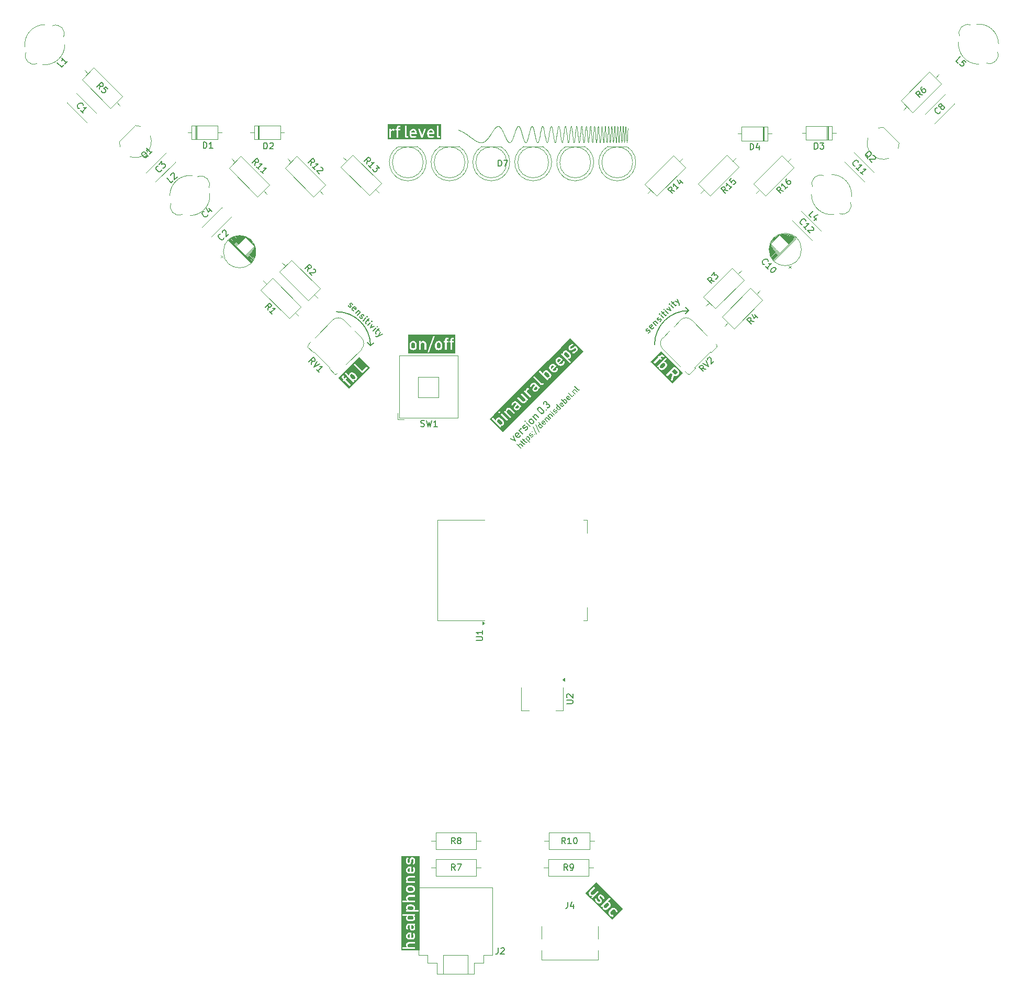
<source format=gbr>
%TF.GenerationSoftware,KiCad,Pcbnew,8.0.5*%
%TF.CreationDate,2025-02-07T15:20:10+08:00*%
%TF.ProjectId,bb,62622e6b-6963-4616-945f-706362585858,rev?*%
%TF.SameCoordinates,Original*%
%TF.FileFunction,Legend,Top*%
%TF.FilePolarity,Positive*%
%FSLAX46Y46*%
G04 Gerber Fmt 4.6, Leading zero omitted, Abs format (unit mm)*
G04 Created by KiCad (PCBNEW 8.0.5) date 2025-02-07 15:20:10*
%MOMM*%
%LPD*%
G01*
G04 APERTURE LIST*
%ADD10C,0.105833*%
%ADD11C,0.150000*%
%ADD12C,0.120000*%
G04 APERTURE END LIST*
D10*
X117719730Y-49734322D02*
X117753134Y-49481728D01*
X105852178Y-49882576D02*
X105869996Y-49915546D01*
X110625568Y-49183280D02*
X110630012Y-49182929D01*
X106937354Y-51817538D02*
X106946120Y-51820244D01*
X105120258Y-49186340D02*
X105128872Y-49185562D01*
X118236656Y-51794848D02*
X118240988Y-51801459D01*
X103136637Y-51533903D02*
X103153184Y-51518772D01*
X108793896Y-49680035D02*
X108810226Y-49725148D01*
X116448088Y-51699598D02*
X116456737Y-51727269D01*
X122843667Y-51222683D02*
X122879305Y-50722125D01*
X120738863Y-49172529D02*
X120743082Y-49171920D01*
X110643300Y-49183407D02*
X110647712Y-49184081D01*
X120127664Y-49256913D02*
X120136515Y-49301072D01*
X123318479Y-51650160D02*
X123327190Y-51578547D01*
X106988979Y-51829165D02*
X106997303Y-51830081D01*
X115972622Y-49222642D02*
X115976734Y-49213554D01*
X126000000Y-51800000D02*
X126008056Y-51767730D01*
X114371261Y-51820433D02*
X114375637Y-51819835D01*
X100178093Y-50579757D02*
X100213233Y-50603569D01*
X106196137Y-50619440D02*
X106266913Y-50777529D01*
X119335327Y-49329590D02*
X119353144Y-49247838D01*
X122568505Y-49651059D02*
X122706088Y-51550766D01*
X111545569Y-51822556D02*
X111549731Y-51821263D01*
X114997493Y-49214390D02*
X115001492Y-49222437D01*
X98904203Y-49852152D02*
X99041789Y-49915653D01*
X101518295Y-51524317D02*
X101553930Y-51544161D01*
X103994799Y-50439522D02*
X104132383Y-50222564D01*
X112233705Y-49294161D02*
X112249819Y-49259476D01*
X105439427Y-49304460D02*
X105448352Y-49312023D01*
X118201516Y-51691908D02*
X118210367Y-51725864D01*
X112405251Y-49229608D02*
X112414156Y-49243511D01*
X119421966Y-49207252D02*
X119430872Y-49237525D01*
X114335877Y-51801409D02*
X114340327Y-51806120D01*
X121898443Y-49303380D02*
X121907348Y-49258029D01*
X108364816Y-49201274D02*
X108373140Y-49196561D01*
X101931043Y-51730692D02*
X102001820Y-51754504D01*
X125174506Y-51747895D02*
X125182562Y-51688352D01*
X108413806Y-49180912D02*
X108422265Y-49179747D01*
X105749982Y-49698443D02*
X105767056Y-49727392D01*
X103548644Y-51089404D02*
X103565718Y-51066336D01*
X125166233Y-51784439D02*
X125174506Y-51747895D01*
X121409692Y-49386292D02*
X121418271Y-49453437D01*
X102586302Y-51811800D02*
X102602850Y-51808503D01*
X117098626Y-49626504D02*
X117134014Y-49891170D01*
X119018126Y-51805244D02*
X119020349Y-51806775D01*
X113694446Y-49205899D02*
X113703371Y-49194335D01*
X125153484Y-51798727D02*
X125157774Y-51799171D01*
X108173282Y-49429176D02*
X108191100Y-49399049D01*
X121654329Y-51803154D02*
X121658730Y-51798896D01*
X123260879Y-51784871D02*
X123265343Y-51797686D01*
X111606386Y-51773656D02*
X111615198Y-51761309D01*
X107221287Y-51709999D02*
X107229998Y-51700263D01*
X117899644Y-49268903D02*
X117908565Y-49304944D01*
X112524984Y-49561101D02*
X112542833Y-49630988D01*
X114504456Y-51506018D02*
X114521932Y-51423770D01*
X111584203Y-51798707D02*
X111588653Y-51794365D01*
X114941624Y-49178559D02*
X114946076Y-49176881D01*
X108570695Y-49255100D02*
X108579546Y-49264757D01*
X124015101Y-49205236D02*
X124019434Y-49205098D01*
X113703371Y-49194335D02*
X113712264Y-49184950D01*
X107296806Y-51608982D02*
X107314655Y-51582441D01*
X113625653Y-49375893D02*
X113633710Y-49347183D01*
X110857650Y-49533745D02*
X110865924Y-49560216D01*
X121572771Y-51367460D02*
X121589317Y-51535460D01*
X113263877Y-51333199D02*
X113281695Y-51249803D01*
X119774721Y-51757824D02*
X119783460Y-51728369D01*
X114761959Y-49838751D02*
X114797100Y-49636510D01*
X119792074Y-51691348D02*
X119800534Y-51646762D01*
X123393997Y-50667058D02*
X123429633Y-50113087D01*
X112646457Y-50133656D02*
X112662570Y-50227852D01*
X121977101Y-49295566D02*
X121985517Y-49348442D01*
X105095468Y-49190688D02*
X105103524Y-49188887D01*
X122466559Y-49250712D02*
X122475410Y-49219414D01*
X122535846Y-49332402D02*
X122544169Y-49395052D01*
X124923729Y-49188774D02*
X124927937Y-49186056D01*
X115964565Y-49243604D02*
X115968565Y-49232659D01*
X112283223Y-49208048D02*
X112287578Y-49203343D01*
X98766622Y-49793943D02*
X98784471Y-49801653D01*
X112314145Y-49183362D02*
X112318609Y-49181424D01*
X113171827Y-51687329D02*
X113180244Y-51663629D01*
X112475406Y-49383809D02*
X112483908Y-49409805D01*
X109448566Y-51673536D02*
X109465484Y-51702412D01*
X103257301Y-51422479D02*
X103274221Y-51405664D01*
X103635347Y-50975055D02*
X103652824Y-50951490D01*
X110505716Y-49298436D02*
X110514528Y-49283602D01*
X113825301Y-49268093D02*
X113834013Y-49290566D01*
X109498144Y-51751856D02*
X109507073Y-51762397D01*
X113729834Y-49172744D02*
X113734159Y-49171066D01*
X119748072Y-51800798D02*
X119752536Y-51798364D01*
X120427058Y-51792162D02*
X120431519Y-51785620D01*
X125328201Y-49377317D02*
X125336474Y-49305666D01*
X103670053Y-50927430D02*
X103686972Y-50902873D01*
X117391360Y-51782570D02*
X117395801Y-51790251D01*
X100384221Y-50724864D02*
X100401295Y-50738083D01*
X112200238Y-49380399D02*
X112217158Y-49334551D01*
X108552907Y-49237561D02*
X108561813Y-49246032D01*
X115725040Y-50806050D02*
X115760179Y-50532786D01*
X119439754Y-49274937D02*
X119448605Y-49319140D01*
X105404039Y-49276844D02*
X105421609Y-49290094D01*
X114397297Y-51807056D02*
X114401578Y-51802557D01*
X121063158Y-51799367D02*
X121071432Y-51777606D01*
X113936458Y-49714726D02*
X113954120Y-49809211D01*
X124040831Y-49260024D02*
X124049248Y-49308093D01*
X120092028Y-49164226D02*
X120096493Y-49167907D01*
X102481379Y-51825939D02*
X102517015Y-51821888D01*
X113746908Y-49169344D02*
X113751070Y-49169877D01*
X116619073Y-51481896D02*
X116627688Y-51430985D01*
X119970775Y-49846604D02*
X119987848Y-49673219D01*
X103015383Y-51625939D02*
X103023657Y-51620163D01*
X114556079Y-51236081D02*
X114572626Y-51131881D01*
X110814114Y-49414805D02*
X110823008Y-49436779D01*
X121228321Y-50176256D02*
X121263460Y-49751600D01*
X114897310Y-49234344D02*
X114906049Y-49217606D01*
X110673922Y-49193589D02*
X110678238Y-49196093D01*
X111666824Y-51659826D02*
X111675148Y-51638418D01*
X109577571Y-51819004D02*
X109586150Y-51822498D01*
X100348833Y-50699480D02*
X100366651Y-50712017D01*
X120005418Y-49520174D02*
X120023236Y-49390446D01*
X106367125Y-51006889D02*
X106402513Y-51081137D01*
X104753493Y-49390449D02*
X104770722Y-49373851D01*
X115045978Y-49344982D02*
X115054790Y-49378056D01*
X112414156Y-49243511D02*
X112423038Y-49258980D01*
X123523581Y-49174592D02*
X123527595Y-49169819D01*
X123875533Y-50825147D02*
X123944323Y-49703975D01*
X112500648Y-49466107D02*
X112508871Y-49496381D01*
X105277538Y-49208842D02*
X105286350Y-49212073D01*
X122802593Y-51655829D02*
X122811009Y-51591694D01*
X111537110Y-51824131D02*
X111541361Y-51823512D01*
X116119997Y-49427841D02*
X116137784Y-49519267D01*
X110647712Y-49184081D02*
X110652112Y-49185013D01*
X108898232Y-49980586D02*
X108915151Y-50035456D01*
X116015540Y-49173375D02*
X116019981Y-49173516D01*
X105920970Y-50016190D02*
X105956606Y-50087710D01*
X122518927Y-49241596D02*
X122527429Y-49281224D01*
X108313190Y-49239969D02*
X108321956Y-49232280D01*
X109154185Y-50864180D02*
X109189572Y-50981919D01*
X118028298Y-50238436D02*
X118061701Y-50587107D01*
X114211625Y-51404587D02*
X114229288Y-51485368D01*
X125786190Y-49225640D02*
X125790579Y-49229314D01*
X120404951Y-51793033D02*
X120409334Y-51797149D01*
X102311135Y-51824947D02*
X102327682Y-51825691D01*
X115535709Y-51790145D02*
X115539780Y-51783147D01*
X101553930Y-51544161D02*
X101589070Y-51564004D01*
X113742700Y-49169365D02*
X113746908Y-49169344D01*
X112449466Y-49314628D02*
X112458177Y-49336205D01*
X125362287Y-49216101D02*
X125366693Y-49218452D01*
X123021198Y-49189922D02*
X123023392Y-49191201D01*
X102927533Y-51679012D02*
X102962921Y-51658589D01*
X102569383Y-51814725D02*
X102586302Y-51811800D01*
X108439618Y-49179494D02*
X108448449Y-49180375D01*
X124685534Y-51693829D02*
X124694300Y-51736061D01*
X121889522Y-49360265D02*
X121898443Y-49303380D01*
X113755182Y-49170965D02*
X113759239Y-49172610D01*
X107013641Y-51831107D02*
X107021639Y-51831232D01*
X123764601Y-51782385D02*
X123773340Y-51799806D01*
X121743011Y-51201517D02*
X121811803Y-50253647D01*
X122772515Y-51787402D02*
X122776863Y-51777647D01*
X118262386Y-51813045D02*
X118266605Y-51811007D01*
X114326963Y-51789968D02*
X114331422Y-51796026D01*
X108931698Y-50091442D02*
X108947811Y-50148482D01*
X116652477Y-51259728D02*
X116721268Y-50701458D01*
X119430872Y-49237525D02*
X119439754Y-49274937D01*
X106963481Y-51824712D02*
X106972060Y-51826488D01*
X103428134Y-51237229D02*
X103444464Y-51217395D01*
X113807724Y-49229814D02*
X113816536Y-49247829D01*
X119645879Y-51302721D02*
X119679281Y-51582517D01*
X100883675Y-51090752D02*
X100901152Y-51103630D01*
X119379328Y-49175401D02*
X119387787Y-49165694D01*
X105474815Y-49336044D02*
X105483430Y-49344444D01*
X118941794Y-51469357D02*
X118958713Y-51587231D01*
X103290768Y-51388476D02*
X103306881Y-51370855D01*
X121645496Y-51803640D02*
X121647708Y-51804532D01*
X114435045Y-51743564D02*
X114439117Y-51733344D01*
X112291961Y-49199028D02*
X112296367Y-49195104D01*
X116998417Y-49182749D02*
X117002750Y-49189012D01*
X116721268Y-50701458D02*
X116790060Y-50095562D01*
X117324274Y-51500768D02*
X117340386Y-51598395D01*
X124720239Y-51766548D02*
X124728741Y-51743761D01*
X122086967Y-50607528D02*
X122122354Y-51094857D01*
X121401042Y-49327605D02*
X121409692Y-49386292D01*
X124259554Y-51786326D02*
X124263976Y-51773924D01*
X114380000Y-51818581D02*
X114384349Y-51816675D01*
X119396060Y-49163645D02*
X119400117Y-49165575D01*
X103945220Y-50520913D02*
X103962139Y-50494175D01*
X112733344Y-50615466D02*
X112800155Y-50995144D01*
X105543855Y-49408227D02*
X105561518Y-49428370D01*
X109902841Y-51391049D02*
X109910897Y-51365563D01*
X101380709Y-51439650D02*
X101398559Y-51451319D01*
X113084246Y-51818600D02*
X113088708Y-51816796D01*
X108321956Y-49232280D02*
X108330668Y-49225086D01*
X107863471Y-50194142D02*
X107880545Y-50144678D01*
X122497350Y-49193565D02*
X122501699Y-49197299D01*
X118629598Y-49187905D02*
X118634039Y-49182167D01*
X123584878Y-49485219D02*
X123602355Y-49693392D01*
X99798499Y-50330387D02*
X99833887Y-50350809D01*
X112371071Y-49190168D02*
X112375233Y-49193622D01*
X114443160Y-51722498D02*
X114447175Y-51711029D01*
X109619616Y-51828182D02*
X109623688Y-51827944D01*
X112946666Y-51630655D02*
X112955587Y-51655982D01*
X121357021Y-49175399D02*
X121361465Y-49179180D01*
X122243762Y-51756129D02*
X122252264Y-51719627D01*
X103513256Y-51134052D02*
X103531074Y-51111976D01*
X115001492Y-49222437D02*
X115010420Y-49240900D01*
X99421880Y-50103010D02*
X99438426Y-50112332D01*
X116190153Y-49858036D02*
X116207072Y-49987909D01*
X116954397Y-49182478D02*
X116958841Y-49177317D01*
X110978906Y-49974514D02*
X110995453Y-50047399D01*
X109631745Y-51826823D02*
X109635729Y-51825939D01*
X120100957Y-49173953D02*
X120105419Y-49182311D01*
X107134433Y-51787348D02*
X107142893Y-51781096D01*
X111641325Y-51716393D02*
X111649905Y-51698822D01*
X116958841Y-49177317D02*
X116963278Y-49173324D01*
X103719631Y-50852271D02*
X103737480Y-50828221D01*
X105679207Y-49589468D02*
X105714594Y-49642467D01*
X115122962Y-49728505D02*
X115139074Y-49836271D01*
X102086477Y-51782502D02*
X102104264Y-51786998D01*
X105155336Y-49185027D02*
X105164260Y-49185397D01*
X118660793Y-49179943D02*
X118665234Y-49184949D01*
X117340386Y-51598395D02*
X117348443Y-51640744D01*
X120504772Y-51365560D02*
X120538177Y-50991588D01*
X103841102Y-50676975D02*
X103857215Y-50651189D01*
X104649313Y-49500334D02*
X104666387Y-49480418D01*
X123773340Y-51799806D02*
X123777664Y-51802658D01*
X111675148Y-51638418D02*
X111683371Y-51615746D01*
X102156633Y-51800485D02*
X102173552Y-51804361D01*
X114447175Y-51711029D02*
X114451159Y-51698937D01*
X121951370Y-49199944D02*
X121955703Y-49209228D01*
X119717040Y-51764878D02*
X119721423Y-51775684D01*
X101243127Y-51349691D02*
X101313902Y-51396655D01*
X116627688Y-51430985D02*
X116636147Y-51376920D01*
X115578576Y-51681986D02*
X115587457Y-51650319D01*
X124927937Y-49186056D02*
X124932188Y-49188481D01*
X100967961Y-51153901D02*
X100985809Y-51166034D01*
X108138638Y-49494392D02*
X108155712Y-49460978D01*
X106997303Y-51830081D02*
X107005526Y-51830726D01*
X107255729Y-51668823D02*
X107264146Y-51657599D01*
X109740652Y-51746317D02*
X109748976Y-51734425D01*
X110787373Y-49354448D02*
X110805190Y-49393754D01*
X118132475Y-51240793D02*
X118165878Y-51503144D01*
X105991746Y-50159726D02*
X106008975Y-50196076D01*
X104237306Y-50062573D02*
X104253853Y-50036704D01*
X115989355Y-49191851D02*
X115993645Y-49186466D01*
X106764320Y-51691818D02*
X106782107Y-51710101D01*
X124838608Y-50185520D02*
X124873996Y-49620634D01*
X123377884Y-50940075D02*
X123393997Y-50667058D01*
X123067860Y-49384097D02*
X123076691Y-49458301D01*
X117648955Y-50360558D02*
X117684342Y-50034046D01*
X124340958Y-50969171D02*
X124357070Y-50677643D01*
X124976190Y-49461222D02*
X124994008Y-49674987D01*
X124958372Y-49302276D02*
X124967266Y-49374273D01*
X120813341Y-49527947D02*
X120830911Y-49698489D01*
X106892984Y-51798966D02*
X106901904Y-51803378D01*
X111787487Y-51258031D02*
X111804406Y-51185643D01*
X116518894Y-51808018D02*
X116522951Y-51804870D01*
X122965138Y-49490262D02*
X122981249Y-49333558D01*
X125578979Y-51808149D02*
X125583141Y-51808815D01*
X99697046Y-50263166D02*
X99713593Y-50274400D01*
X125974652Y-51740527D02*
X125983267Y-51784391D01*
X124028049Y-49215922D02*
X124032330Y-49226899D01*
X125768527Y-49260305D02*
X125772957Y-49244084D01*
X102789950Y-51749540D02*
X102807520Y-51742347D01*
X114928235Y-49187901D02*
X114932699Y-49184073D01*
X110470158Y-49367073D02*
X110479078Y-49348549D01*
X116085819Y-49285203D02*
X116089981Y-49299910D01*
X104596107Y-49561075D02*
X104613925Y-49540600D01*
X120083972Y-49162986D02*
X120088029Y-49162436D01*
X109979687Y-51140667D02*
X109997505Y-51079172D01*
X113017162Y-51784650D02*
X113025741Y-51795714D01*
X119765890Y-51779714D02*
X119770315Y-51769715D01*
X112287578Y-49203343D02*
X112291961Y-49199028D01*
X108664645Y-49392023D02*
X108672643Y-49407648D01*
X106608888Y-51476690D02*
X106626737Y-51504202D01*
X111735119Y-51454856D02*
X111752781Y-51392886D01*
X123840146Y-51347782D02*
X123875533Y-50825147D01*
X117978720Y-49758745D02*
X117995639Y-49908782D01*
X107264146Y-51657599D02*
X107272470Y-51646003D01*
X115467538Y-51789442D02*
X115471927Y-51795661D01*
X102241847Y-51817010D02*
X102259510Y-51819739D01*
X115605120Y-51577807D02*
X115622597Y-51493884D01*
X122230867Y-51789880D02*
X122235183Y-51781437D01*
X119062148Y-51754497D02*
X119066481Y-51740299D01*
X119035859Y-51805285D02*
X119040270Y-51800993D01*
X106025894Y-50232735D02*
X106042441Y-50269766D01*
X101673726Y-51613376D02*
X101691513Y-51622626D01*
X117853859Y-49171021D02*
X117858056Y-49172910D01*
X101655877Y-51603692D02*
X101673726Y-51613376D01*
X120387730Y-51754708D02*
X120391981Y-51767596D01*
X100470924Y-50789128D02*
X100488400Y-50802006D01*
X124994008Y-49674987D02*
X125011578Y-49933586D01*
X118192633Y-51652589D02*
X118201516Y-51691908D01*
X117019907Y-49225106D02*
X117024147Y-49236862D01*
X117874603Y-49194294D02*
X117882718Y-49213431D01*
X121701937Y-51616479D02*
X121710353Y-51551098D01*
X118924565Y-51331826D02*
X118941794Y-51469357D01*
X105128872Y-49185562D02*
X105137611Y-49185095D01*
X103204933Y-51471313D02*
X103222596Y-51455242D01*
X108510269Y-49203906D02*
X108518728Y-49209562D01*
X115948454Y-49296500D02*
X115964565Y-49243604D01*
X118889426Y-51009943D02*
X118924565Y-51331826D01*
X105164260Y-49185397D02*
X105173185Y-49186014D01*
X120154093Y-49411590D02*
X120162804Y-49477096D01*
X105190909Y-49187931D02*
X105199648Y-49189200D01*
X111286733Y-51333812D02*
X111303063Y-51395783D01*
X117440209Y-51800554D02*
X117444565Y-51794848D01*
X125388936Y-49298503D02*
X125397861Y-49360604D01*
X102998309Y-51637174D02*
X103015383Y-51625939D01*
X116894238Y-49375234D02*
X116911312Y-49298587D01*
X123971079Y-49408273D02*
X123979961Y-49338520D01*
X122510348Y-49213595D02*
X122518927Y-49241596D01*
X121418271Y-49453437D02*
X121426773Y-49528627D01*
X122217823Y-51798289D02*
X122222185Y-51798311D01*
X121005524Y-51651184D02*
X121022442Y-51743251D01*
X124547952Y-49666935D02*
X124565428Y-49930196D01*
X123269805Y-51806268D02*
X123274263Y-51810718D01*
X120180032Y-49626472D02*
X120196951Y-49797490D01*
X117365176Y-51711551D02*
X117373790Y-51739947D01*
X107521000Y-51157683D02*
X107538570Y-51115370D01*
X113299513Y-51161695D02*
X113317084Y-51069308D01*
X101726652Y-51640072D02*
X101760800Y-51656525D01*
X114923774Y-49192439D02*
X114928235Y-49187901D01*
X119852500Y-51234674D02*
X119887639Y-50859544D01*
X101003595Y-51178540D02*
X101021258Y-51191294D01*
X122252264Y-51719627D02*
X122260681Y-51671979D01*
X115587457Y-51650319D02*
X115596308Y-51615551D01*
X121968599Y-49253109D02*
X121977101Y-49295566D01*
X114539160Y-51333584D02*
X114556079Y-51236081D01*
X123781954Y-51801475D02*
X123790414Y-51786618D01*
X119783460Y-51728369D02*
X119792074Y-51691348D01*
X104407549Y-49809813D02*
X104478326Y-49715226D01*
X118612029Y-49226156D02*
X118616384Y-49214300D01*
X109671364Y-51811966D02*
X109680215Y-51806554D01*
X109594652Y-51825171D02*
X109598872Y-51826197D01*
X123019009Y-49189487D02*
X123021198Y-49189922D01*
X121071432Y-51777606D02*
X121079891Y-51745365D01*
X112270357Y-49224480D02*
X112274608Y-49218618D01*
X120462632Y-51682039D02*
X120471370Y-51634277D01*
X113281695Y-51249803D02*
X113299513Y-51161695D01*
X119404116Y-49169518D02*
X119408581Y-49175991D01*
X100366651Y-50712017D02*
X100384221Y-50724864D01*
X123094044Y-49638988D02*
X123102503Y-49744633D01*
X120970819Y-51370809D02*
X120988295Y-51525631D01*
X108304378Y-49248154D02*
X108313190Y-49239969D01*
X116033358Y-49179441D02*
X116037822Y-49183247D01*
X121627734Y-51771621D02*
X121632184Y-51783827D01*
X103393490Y-51276648D02*
X103411060Y-51257001D01*
X124150698Y-50780169D02*
X124186086Y-51323143D01*
X110574478Y-49207547D02*
X110582701Y-49200836D01*
X105448352Y-49312023D02*
X105457245Y-49319818D01*
X100728428Y-50977457D02*
X100746091Y-50990210D01*
X103411060Y-51257001D02*
X103428134Y-51237229D01*
X109413861Y-51608093D02*
X109431337Y-51642054D01*
X105714594Y-49642467D02*
X105732412Y-49670114D01*
X116412949Y-51553333D02*
X116430612Y-51633379D01*
X103085012Y-51576319D02*
X103102489Y-51562677D01*
X120479984Y-51578640D02*
X120488443Y-51515235D01*
X122010178Y-49568335D02*
X122018176Y-49661641D01*
X120145327Y-49352773D02*
X120154093Y-49411590D01*
X105561518Y-49428370D02*
X105578995Y-49449320D01*
X119009221Y-51794681D02*
X119013676Y-51800854D01*
X123058966Y-49321209D02*
X123067860Y-49384097D01*
X121176355Y-50867521D02*
X121192684Y-50640600D01*
X103599897Y-51020696D02*
X103617684Y-50998124D01*
X121663119Y-51792003D02*
X121667495Y-51782505D01*
X122746154Y-51780440D02*
X122750575Y-51789518D01*
X107384811Y-51461395D02*
X107401730Y-51427412D01*
X123737951Y-51643371D02*
X123755770Y-51749989D01*
X119000301Y-51776925D02*
X119004762Y-51786710D01*
D11*
X79000000Y-79177321D02*
G75*
G02*
X84522679Y-84700000I0J-5522679D01*
G01*
D10*
X113892825Y-49506477D02*
X113900823Y-49545228D01*
X116024433Y-49174575D02*
X116028894Y-49176550D01*
X124049248Y-49308093D02*
X124057571Y-49371169D01*
X109118797Y-50744456D02*
X109154185Y-50864180D01*
X118174807Y-51558137D02*
X118183728Y-51607975D01*
X107288807Y-51621694D02*
X107296806Y-51608982D01*
X123979961Y-49338520D02*
X123988812Y-49283278D01*
X99988761Y-50449016D02*
X100004873Y-50460695D01*
X111553842Y-51819633D02*
X111557899Y-51817662D01*
X103686972Y-50902873D02*
X103703519Y-50877820D01*
X109189572Y-50981919D02*
X109222976Y-51095690D01*
X101398559Y-51451319D02*
X101416347Y-51462554D01*
X108268820Y-49285857D02*
X108277741Y-49275687D01*
X112662570Y-50227852D02*
X112733344Y-50615466D01*
X122989306Y-49275755D02*
X122993417Y-49252536D01*
X121671858Y-51770433D02*
X121676206Y-51755819D01*
X113776628Y-49185021D02*
X113781086Y-49189642D01*
X116073070Y-49246506D02*
X116077360Y-49258500D01*
X110944757Y-49834946D02*
X110961986Y-49903614D01*
X106799770Y-51727268D02*
X106817247Y-51743257D01*
X123997624Y-49242609D02*
X124006390Y-49216574D01*
X110590816Y-49195211D02*
X110598815Y-49190687D01*
X125140421Y-51767940D02*
X125149159Y-51793276D01*
X121947022Y-49193358D02*
X121951370Y-49199944D01*
X117444565Y-51794848D02*
X117448890Y-51787902D01*
X119024790Y-51808520D02*
X119027008Y-51808737D01*
X100263928Y-50639288D02*
X100280041Y-50651194D01*
X109256382Y-51204582D02*
X109273952Y-51257075D01*
X124032330Y-49226899D02*
X124040831Y-49260024D01*
X119400117Y-49165575D02*
X119404116Y-49169518D01*
X120383522Y-51739595D02*
X120387730Y-51754708D01*
X113137385Y-51763371D02*
X113141748Y-51755538D01*
X113097622Y-51811634D02*
X113102073Y-51808283D01*
X109603069Y-51827015D02*
X109607243Y-51827623D01*
X125251354Y-50647217D02*
X125286742Y-50000642D01*
X107780333Y-50444815D02*
X107814481Y-50343777D01*
X99454539Y-50122027D02*
X99592124Y-50201401D01*
X103531074Y-51111976D02*
X103548644Y-51089404D01*
X124248466Y-51799022D02*
X124250687Y-51798630D01*
X105173185Y-49186014D02*
X105182078Y-49186864D01*
X115489347Y-51812337D02*
X115493664Y-51814452D01*
X125995888Y-51805740D02*
X126000000Y-51800000D01*
X119040270Y-51800993D02*
X119044671Y-51795012D01*
X113159045Y-51719398D02*
X113163325Y-51709177D01*
X110695320Y-49208777D02*
X110699539Y-49212619D01*
X111649905Y-51698822D02*
X111658407Y-51679964D01*
X106901904Y-51803378D02*
X106910809Y-51807434D01*
X115569671Y-51710429D02*
X115578576Y-51681986D01*
X116592610Y-51614690D02*
X116601503Y-51573849D01*
X119954446Y-50037352D02*
X119970775Y-49846604D01*
X118240988Y-51801459D02*
X118245305Y-51806650D01*
X108457342Y-49181907D02*
X108466267Y-49184075D01*
X122776863Y-51777647D02*
X122781196Y-51764838D01*
X120088029Y-49162436D02*
X120092028Y-49164226D01*
X112353997Y-49180598D02*
X112358322Y-49182358D01*
X112349641Y-49179256D02*
X112353997Y-49180598D01*
X110831839Y-49459668D02*
X110840577Y-49483464D01*
X110341494Y-49733673D02*
X110359282Y-49675950D01*
X116876668Y-49466763D02*
X116894238Y-49375234D01*
X119752536Y-51798364D02*
X119756997Y-51794039D01*
X118270802Y-51807498D02*
X118274976Y-51802509D01*
X106851396Y-51771452D02*
X106859719Y-51777667D01*
X120988295Y-51525631D02*
X121005524Y-51651184D01*
X111497572Y-51814735D02*
X111502032Y-51817098D01*
X116207072Y-49987909D02*
X116239730Y-50264895D01*
X108863526Y-49874442D02*
X108881003Y-49926894D01*
X121916230Y-49224088D02*
X121920660Y-49211357D01*
X125630945Y-51428483D02*
X125666084Y-50842348D01*
X111699484Y-51566643D02*
X111717332Y-51512858D01*
X117845399Y-49171316D02*
X117849640Y-49170493D01*
X102687754Y-51785589D02*
X102705572Y-51780018D01*
X113734159Y-49171066D02*
X113738449Y-49169939D01*
X106301061Y-50855333D02*
X106333721Y-50931649D01*
X102276987Y-51821971D02*
X102294216Y-51823707D01*
X118734057Y-49474378D02*
X118751843Y-49604840D01*
X114914881Y-49203627D02*
X114919322Y-49197682D01*
X108656531Y-49376901D02*
X108664645Y-49392023D01*
X123256414Y-51767724D02*
X123260879Y-51784871D01*
X109757199Y-51721688D02*
X109765313Y-51708098D01*
X118303460Y-51725394D02*
X118312389Y-51689606D01*
X114959349Y-49176213D02*
X114963732Y-49177457D01*
X99197220Y-49987317D02*
X99215008Y-49995854D01*
X124241792Y-51793536D02*
X124246243Y-51798313D01*
X116601503Y-51573849D02*
X116610335Y-51529550D01*
X110032150Y-50950725D02*
X110048480Y-50884021D01*
X113163325Y-51709177D02*
X113171827Y-51687329D01*
X122293341Y-51370850D02*
X122430923Y-49497602D01*
X107272470Y-51646003D02*
X107280693Y-51634034D01*
X122981249Y-49333558D02*
X122989306Y-49275755D01*
X111615198Y-51761309D02*
X111623964Y-51747644D01*
X121658730Y-51798896D02*
X121663119Y-51792003D01*
X111588653Y-51794365D02*
X111593097Y-51789688D01*
X116936571Y-49214926D02*
X116941033Y-49205032D01*
X125131590Y-51724350D02*
X125140421Y-51767940D01*
X104561463Y-49603015D02*
X104578537Y-49581859D01*
X125336474Y-49305666D02*
X125344934Y-49255425D01*
X101348050Y-51418897D02*
X101380709Y-51439650D01*
X109291770Y-51308018D02*
X109327158Y-51404508D01*
X113763238Y-49174811D02*
X113767702Y-49177601D01*
X112423038Y-49258980D02*
X112431889Y-49276000D01*
X121314154Y-49293210D02*
X121330267Y-49211850D01*
X117832558Y-49181781D02*
X117836857Y-49176971D01*
X123102503Y-49744633D02*
X123110776Y-49859920D01*
X119317509Y-49435650D02*
X119335327Y-49329590D01*
X121684856Y-51719087D02*
X121693435Y-51672558D01*
X112253819Y-49251725D02*
X112257876Y-49244348D01*
X124873996Y-49620634D02*
X124891070Y-49404172D01*
X100247381Y-50627382D02*
X100263928Y-50639288D01*
X111502032Y-51817098D02*
X111506485Y-51819134D01*
X112323073Y-49179890D02*
X112327534Y-49178760D01*
X121392331Y-49277785D02*
X121401042Y-49327605D01*
X123265343Y-51797686D02*
X123269805Y-51806268D01*
X121297607Y-49414256D02*
X121314154Y-49293210D01*
X115449875Y-51756400D02*
X115458726Y-51774553D01*
X111488644Y-51809031D02*
X111493108Y-51812046D01*
X103031713Y-51614270D02*
X103049562Y-51602116D01*
X124203159Y-51539100D02*
X124219488Y-51698935D01*
X117511372Y-51534399D02*
X117528942Y-51423502D01*
X108155712Y-49460978D02*
X108173282Y-49429176D01*
X110186062Y-50328397D02*
X110323644Y-49793938D01*
X107314655Y-51582441D02*
X107332442Y-51554412D01*
X125750740Y-49377569D02*
X125759646Y-49308310D01*
X118678448Y-49209202D02*
X118682804Y-49220368D01*
X108226488Y-49344066D02*
X108243562Y-49319333D01*
X108001055Y-49812306D02*
X108018129Y-49768226D01*
X101829097Y-51688275D02*
X101864236Y-51703571D01*
X121993841Y-49411611D02*
X122002064Y-49484950D01*
X117882718Y-49213431D02*
X117890716Y-49238312D01*
X119457417Y-49369784D02*
X119474894Y-49489001D01*
X111566363Y-51812701D02*
X111570827Y-51809711D01*
X122002064Y-49484950D02*
X122010178Y-49568335D01*
X114430946Y-51753156D02*
X114435045Y-51743564D01*
X104820301Y-49328272D02*
X104838150Y-49314640D01*
X119695611Y-51682480D02*
X119704070Y-51721113D01*
X111837066Y-51032184D02*
X111905860Y-50695502D01*
X117002750Y-49189012D02*
X117007067Y-49196384D01*
X111579748Y-51802712D02*
X111584203Y-51798707D01*
X121647708Y-51804532D02*
X121649917Y-51804746D01*
X120747279Y-49173653D02*
X120751453Y-49177759D01*
X125732891Y-49582270D02*
X125741820Y-49468688D01*
X105732412Y-49670114D02*
X105749982Y-49698443D01*
X123223011Y-51500990D02*
X123240084Y-51661580D01*
X103565718Y-51066336D02*
X103573991Y-51054616D01*
X118975259Y-51682409D02*
X118991372Y-51751851D01*
X115980895Y-49205394D02*
X115985104Y-49198160D01*
X114954943Y-49175704D02*
X114959349Y-49176213D01*
X124486596Y-49175758D02*
X124494653Y-49190685D01*
X111532820Y-51824415D02*
X111537110Y-51824131D01*
X122506031Y-49203979D02*
X122510348Y-49213595D01*
X117599221Y-50855888D02*
X117615551Y-50693520D01*
X121623279Y-51756563D02*
X121627734Y-51771621D01*
X103169297Y-51503145D02*
X103204933Y-51471313D01*
X121348116Y-49176080D02*
X121352571Y-49174348D01*
X106825897Y-51750790D02*
X106834476Y-51758006D01*
X107332442Y-51554412D02*
X107350105Y-51524894D01*
X114989324Y-49200607D02*
X114993435Y-49207115D01*
X103274221Y-51405664D02*
X103290768Y-51388476D01*
X120704421Y-49258260D02*
X120713133Y-49223758D01*
X103222596Y-51455242D02*
X103240072Y-51438984D01*
X110540654Y-49244930D02*
X110549234Y-49234034D01*
X120067239Y-49187667D02*
X120075698Y-49170924D01*
X103240072Y-51438984D02*
X103257301Y-51422479D01*
X109085394Y-50624732D02*
X109101724Y-50684470D01*
X122993417Y-49252536D02*
X122997579Y-49233036D01*
X122544169Y-49395052D02*
X122552392Y-49469097D01*
X117422554Y-51811052D02*
X117426995Y-51810268D01*
X99627759Y-50221328D02*
X99645422Y-50231446D01*
X99232671Y-50004640D02*
X99250148Y-50013549D01*
X102756545Y-51762438D02*
X102772876Y-51756237D01*
X115423167Y-51682440D02*
X115432088Y-51710336D01*
X105887566Y-49948887D02*
X105904640Y-49982477D01*
X114422672Y-51770448D02*
X114426822Y-51762118D01*
X107203710Y-51728355D02*
X107212522Y-51719363D01*
X113008513Y-51771695D02*
X113017162Y-51784650D01*
X121051118Y-51811109D02*
X121055102Y-51810059D01*
X125286742Y-50000642D02*
X125320144Y-49471145D01*
X118958713Y-51587231D02*
X118975259Y-51682409D01*
X106058554Y-50307232D02*
X106094189Y-50383547D01*
X104873600Y-49289111D02*
X104891076Y-49277340D01*
X104804188Y-49342638D02*
X104820301Y-49328272D01*
X119020349Y-51806775D02*
X119022571Y-51807866D01*
X114486793Y-51579709D02*
X114504456Y-51506018D01*
X106696893Y-51606811D02*
X106713812Y-51629983D01*
X114426822Y-51762118D02*
X114430946Y-51753156D01*
X118716207Y-49365310D02*
X118734057Y-49474378D01*
X120771939Y-49234882D02*
X120779937Y-49275353D01*
X105103524Y-49188887D02*
X105111798Y-49187443D01*
X110582701Y-49200836D02*
X110590816Y-49195211D01*
X111479730Y-51802028D02*
X111484183Y-51805691D01*
X106867943Y-51783534D02*
X106876057Y-51789044D01*
X120453800Y-51721817D02*
X120462632Y-51682039D01*
X113133008Y-51770718D02*
X113137385Y-51763371D01*
X109789642Y-51662404D02*
X109806716Y-51628246D01*
X119743608Y-51801341D02*
X119748072Y-51800798D01*
X100710641Y-50964951D02*
X100728428Y-50977457D01*
X113667797Y-49253582D02*
X113676628Y-49235530D01*
X108422265Y-49179747D02*
X108430879Y-49179279D01*
X124632235Y-51122144D02*
X124650084Y-51371575D01*
X101313902Y-51396655D02*
X101348050Y-51418897D01*
X120953156Y-51190934D02*
X120970819Y-51370809D01*
X118287348Y-51778570D02*
X118295462Y-51755048D01*
X99334805Y-50057638D02*
X99352592Y-50066961D01*
X115471927Y-51795661D02*
X115476303Y-51801060D01*
X107177072Y-51753098D02*
X107185977Y-51745222D01*
X112358322Y-49182358D02*
X112362611Y-49184538D01*
X126008056Y-51767730D02*
X126024385Y-51625278D01*
X110927280Y-49768759D02*
X110944757Y-49834946D01*
X115019340Y-49262487D02*
X115028245Y-49287096D01*
D11*
X84000000Y-84177321D02*
X84522679Y-84700000D01*
D10*
X124019434Y-49205098D02*
X124023750Y-49208657D01*
X115207865Y-50323104D02*
X115243253Y-50583388D01*
X116535432Y-51788930D02*
X116539683Y-51781494D01*
X108947811Y-50148482D02*
X108983446Y-50265312D01*
X113212902Y-51550766D02*
X113246306Y-51411447D01*
X125406754Y-49438743D02*
X125415586Y-49532152D01*
X116081611Y-49271400D02*
X116085819Y-49285203D01*
X104374890Y-49858348D02*
X104407549Y-49809813D01*
X118562513Y-49485995D02*
X118578625Y-49375893D01*
X125812316Y-49317937D02*
X125820896Y-49384762D01*
X125375559Y-49237101D02*
X125380012Y-49253208D01*
X119509041Y-49789386D02*
X119525587Y-49964973D01*
X107847141Y-50243731D02*
X107863471Y-50194142D01*
X118266605Y-51811007D02*
X118270802Y-51807498D01*
X120375249Y-51702633D02*
X120379360Y-51722240D01*
X106333721Y-50931649D02*
X106350051Y-50969331D01*
X123429633Y-50113087D02*
X123464772Y-49628568D01*
X111011566Y-50122020D02*
X111044968Y-50275479D01*
X123619583Y-49936292D02*
X123636502Y-50203872D01*
X102740216Y-51768381D02*
X102756545Y-51762438D01*
X121605429Y-51667183D02*
X121614358Y-51717764D01*
X113772166Y-49181006D02*
X113776628Y-49185021D01*
X125991726Y-51804885D02*
X125995888Y-51805740D01*
X114263995Y-51624109D02*
X114280914Y-51681077D01*
X117413642Y-51808960D02*
X117418102Y-51810614D01*
X115072267Y-49451964D02*
X115089497Y-49535545D01*
X124907400Y-49254186D02*
X124915456Y-49210260D01*
X119808807Y-51594610D02*
X119816863Y-51534893D01*
X113034243Y-51804856D02*
X113042659Y-51812044D01*
X111519757Y-51823266D02*
X111524140Y-51823982D01*
X112440701Y-49294554D02*
X112449466Y-49314628D01*
X114229288Y-51485368D02*
X114246765Y-51558707D01*
X115527486Y-51801642D02*
X115531610Y-51796310D01*
X110849191Y-49508159D02*
X110857650Y-49533745D01*
X109560210Y-51809581D02*
X109568921Y-51814695D01*
X119834713Y-51396535D02*
X119852500Y-51234674D01*
X120367193Y-51656601D02*
X120375249Y-51702633D01*
X115514965Y-51812654D02*
X115519162Y-51809813D01*
X115826983Y-49989728D02*
X115862621Y-49745155D01*
X125113772Y-51587149D02*
X125131590Y-51724350D01*
X126024385Y-51625278D02*
X126041458Y-51399049D01*
X124494653Y-49190685D02*
X124503581Y-49226910D01*
X99112564Y-49947402D02*
X99146712Y-49963277D01*
X116102148Y-49349437D02*
X116119997Y-49427841D01*
X113042659Y-51812044D02*
X113050982Y-51817248D01*
X122122354Y-51094857D02*
X122155758Y-51497851D01*
X121159281Y-51080800D02*
X121176355Y-50867521D01*
X105526068Y-49388951D02*
X105543855Y-49408227D01*
X125198892Y-51506699D02*
X125215966Y-51260058D01*
X101451487Y-51483968D02*
X101485635Y-51504390D01*
X123962173Y-49492474D02*
X123971079Y-49408273D01*
X119112842Y-51482142D02*
X119120956Y-51416058D01*
X116155448Y-49622351D02*
X116172925Y-49735729D01*
X112982224Y-51721791D02*
X112991036Y-51740235D01*
X116644421Y-51319801D02*
X116652477Y-51259728D01*
X101760800Y-51656525D02*
X101793461Y-51672483D01*
X105241980Y-49198087D02*
X105250900Y-49200435D01*
X111561898Y-51815352D02*
X111566363Y-51812701D01*
X120213498Y-49986740D02*
X120229611Y-50190810D01*
X122457677Y-49294102D02*
X122466559Y-49250712D01*
X106746472Y-51672481D02*
X106764320Y-51691818D01*
X115310060Y-51086509D02*
X115327630Y-51200642D01*
X108776822Y-49636100D02*
X108793896Y-49680035D01*
X120075698Y-49170924D02*
X120083972Y-49162986D01*
X114392998Y-51810910D02*
X114397297Y-51807056D01*
X123720134Y-51486150D02*
X123737951Y-51643371D01*
X112937737Y-51603685D02*
X112946666Y-51630655D01*
X121370333Y-49194727D02*
X121374754Y-49206391D01*
X114331422Y-51796026D02*
X114335877Y-51801409D01*
X125570520Y-51789262D02*
X125578979Y-51808149D01*
X118183728Y-51607975D02*
X118192633Y-51652589D01*
X120096493Y-49167907D02*
X120100957Y-49173953D01*
X116994069Y-49177603D02*
X116998417Y-49182749D01*
X114193838Y-51316861D02*
X114211625Y-51404587D01*
X110487983Y-49330925D02*
X110496865Y-49314215D01*
X125424324Y-49640064D02*
X125441397Y-49896327D01*
X117395801Y-51790251D02*
X117400253Y-51796734D01*
X115397909Y-51580277D02*
X115414239Y-51651311D01*
X108501654Y-49198793D02*
X108510269Y-49203906D01*
X108286646Y-49266014D02*
X108295527Y-49256836D01*
X120413740Y-51799107D02*
X120418165Y-51798919D01*
X113650443Y-49296119D02*
X113659058Y-49273781D01*
X108259892Y-49296523D02*
X108268820Y-49285857D01*
X106980563Y-51827970D02*
X106988979Y-51829165D01*
X121726899Y-51393423D02*
X121735013Y-51301625D01*
X106859719Y-51777667D02*
X106867943Y-51783534D01*
X106008975Y-50196076D02*
X106025894Y-50232735D01*
X102807520Y-51742347D02*
X102825338Y-51734657D01*
X108518728Y-49209562D02*
X108527002Y-49215745D01*
X118097088Y-50928337D02*
X118132475Y-51240793D01*
X124728741Y-51743761D02*
X124737158Y-51704061D01*
X114588738Y-51021604D02*
X114726321Y-50063811D01*
X121330267Y-49211850D02*
X121334732Y-49198478D01*
X107194859Y-51736974D02*
X107203710Y-51728355D01*
X114366871Y-51820375D02*
X114371261Y-51820433D01*
X111184785Y-50908163D02*
X111219924Y-51058645D01*
X109662483Y-51816602D02*
X109671364Y-51811966D01*
X121451736Y-49798367D02*
X121467849Y-50010892D01*
X116823462Y-49815765D02*
X116841032Y-49688517D01*
X118603414Y-49254447D02*
X118612029Y-49226156D01*
X118616384Y-49214300D02*
X118620767Y-49203972D01*
X112483908Y-49409805D02*
X112492325Y-49437243D01*
X118321310Y-51647942D02*
X118339098Y-51548289D01*
X123498920Y-49288910D02*
X123515466Y-49196968D01*
X111219924Y-51058645D02*
X111254072Y-51201189D01*
X125777378Y-49232950D02*
X125781790Y-49226827D01*
X108191100Y-49399049D02*
X108208918Y-49370658D01*
X105370635Y-49254189D02*
X105386965Y-49264834D01*
X113063276Y-51821265D02*
X113067319Y-51821578D01*
X110656501Y-49186205D02*
X110660878Y-49187657D01*
X113146096Y-51747221D02*
X113150429Y-51738424D01*
X105500163Y-49361741D02*
X105508219Y-49370606D01*
X98871544Y-49837104D02*
X98888091Y-49844442D01*
X113794435Y-49207090D02*
X113798873Y-49214085D01*
X123036665Y-49216249D02*
X123041117Y-49231059D01*
X123482001Y-49435919D02*
X123498920Y-49288910D01*
X125613158Y-51640904D02*
X125630945Y-51428483D01*
X121847191Y-49792859D02*
X121880593Y-49428809D01*
X124694300Y-51736061D02*
X124703011Y-51762434D01*
X114521932Y-51423770D02*
X114539160Y-51333584D01*
X100409568Y-50744851D02*
X100417625Y-50751735D01*
X108983446Y-50265312D02*
X109018586Y-50384623D01*
X111440644Y-51754654D02*
X111449104Y-51767404D01*
D11*
X136000000Y-79000000D02*
X135500000Y-78500000D01*
D10*
X109507073Y-51762397D02*
X109515993Y-51772186D01*
X117024147Y-49236862D02*
X117028367Y-49249700D01*
X113071333Y-51821372D02*
X113075317Y-51820643D01*
X109568921Y-51814695D02*
X109577571Y-51819004D01*
X116932107Y-49226017D02*
X116936571Y-49214926D01*
X108373140Y-49196561D02*
X108381363Y-49192344D01*
X108828075Y-49773507D02*
X108845862Y-49823293D01*
X104957884Y-49238314D02*
X104965940Y-49234407D01*
X115028245Y-49287096D02*
X115037127Y-49314628D01*
X110612205Y-49185854D02*
X110616664Y-49184744D01*
X122209057Y-51789739D02*
X122213446Y-51795434D01*
X123240084Y-51661580D02*
X123256414Y-51767724D01*
X102104264Y-51786998D02*
X102139404Y-51796176D01*
X115476303Y-51801060D02*
X115480666Y-51805640D01*
X115560750Y-51735523D02*
X115569671Y-51710429D01*
X123050042Y-49270057D02*
X123058966Y-49321209D01*
X109680215Y-51806554D02*
X109689027Y-51800359D01*
X124237337Y-51784191D02*
X124241792Y-51793536D01*
X118391467Y-51142174D02*
X118408385Y-50979765D01*
X120422606Y-51796600D02*
X120427058Y-51792162D01*
X105303827Y-49219132D02*
X105312477Y-49222944D01*
X106884056Y-51794190D02*
X106892984Y-51798966D01*
X109615518Y-51828208D02*
X109619616Y-51828182D01*
X114322502Y-51783233D02*
X114326963Y-51789968D01*
X108475191Y-49186863D02*
X108484085Y-49190255D01*
X123300901Y-51756303D02*
X123309713Y-51709681D01*
X114344771Y-51810161D02*
X114349209Y-51813533D01*
X115993645Y-49186466D02*
X115997970Y-49182005D01*
X110598815Y-49190687D02*
X110603280Y-49188826D01*
X109542632Y-51796964D02*
X109551444Y-51803667D01*
X117307728Y-51387886D02*
X117324274Y-51500768D01*
X109732235Y-51757371D02*
X109740652Y-51746317D01*
X107450720Y-51317011D02*
X107467794Y-51278419D01*
X113751070Y-49169877D02*
X113755182Y-49170965D01*
X112800155Y-50995144D02*
X112835790Y-51172084D01*
X111337707Y-51509801D02*
X111355524Y-51561353D01*
X99972214Y-50437709D02*
X99988761Y-50449016D01*
X116522951Y-51804870D02*
X116527062Y-51800631D01*
X119044671Y-51795012D02*
X119049060Y-51787356D01*
X99885139Y-50382415D02*
X99902926Y-50393722D01*
X110607743Y-49187215D02*
X110612205Y-49185854D01*
D11*
X130477321Y-84522679D02*
G75*
G02*
X136000000Y-79000021I5522679J-21D01*
G01*
D10*
X112560621Y-49705464D02*
X112578284Y-49784157D01*
X105146442Y-49184922D02*
X105155336Y-49185027D01*
X101021258Y-51191294D02*
X101038735Y-51204171D01*
X120058624Y-49212844D02*
X120067239Y-49187667D01*
X98888091Y-49844442D02*
X98904203Y-49852152D01*
X121676206Y-51755819D02*
X121684856Y-51719087D01*
X99737762Y-50291962D02*
X99746036Y-50297738D01*
X116344653Y-51113215D02*
X116377313Y-51354978D01*
X114950517Y-49175928D02*
X114954943Y-49175704D01*
X122448772Y-49349662D02*
X122457677Y-49294102D01*
X124443679Y-49385836D02*
X124461249Y-49250382D01*
X120435983Y-51776988D02*
X120440447Y-51766277D01*
X118586681Y-49329324D02*
X118594955Y-49288839D01*
X115037127Y-49314628D02*
X115045978Y-49344982D01*
X102635293Y-51800565D02*
X102652367Y-51795924D01*
X120751453Y-49177759D02*
X120755603Y-49184265D01*
X122239482Y-51770185D02*
X122243762Y-51756129D01*
X116395162Y-51460263D02*
X116412949Y-51553333D01*
X119756997Y-51794039D02*
X119761449Y-51787822D01*
X112165532Y-49487472D02*
X112183009Y-49431455D01*
X98854625Y-49830013D02*
X98871544Y-49837104D01*
X121614358Y-51717764D02*
X121618820Y-51738621D01*
X102173552Y-51804361D02*
X102190098Y-51807616D01*
X117461639Y-51759584D02*
X117469912Y-51734433D01*
X116465317Y-51751181D02*
X116473819Y-51771233D01*
X114831248Y-49464035D02*
X114847794Y-49391129D01*
X113334158Y-50973077D02*
X113350488Y-50873435D01*
X113781086Y-49189642D02*
X113785541Y-49194864D01*
X113592249Y-49508268D02*
X113625653Y-49375893D01*
X105629690Y-49516386D02*
X105645803Y-49539940D01*
X112300792Y-49191573D02*
X112305233Y-49188438D01*
X121339195Y-49188093D02*
X121343657Y-49180644D01*
X121352571Y-49174348D02*
X121357021Y-49175399D01*
X104682717Y-49460564D02*
X104718353Y-49425010D01*
X120677993Y-49410785D02*
X120695656Y-49301086D01*
X122794091Y-51708328D02*
X122802593Y-51655829D01*
X109533781Y-51789477D02*
X109542632Y-51796964D01*
X116806389Y-49951943D02*
X116823462Y-49815765D01*
X124219488Y-51698935D02*
X124228416Y-51751357D01*
X118620767Y-49203972D02*
X118625173Y-49195174D01*
X120538177Y-50991588D02*
X120573565Y-50560566D01*
X115506504Y-51815852D02*
X115510745Y-51814667D01*
X104838150Y-49314640D02*
X104855937Y-49301565D01*
X120917520Y-50772893D02*
X120953156Y-51190934D01*
X104908305Y-49266312D02*
X104925224Y-49256090D01*
X109590412Y-51823938D02*
X109594652Y-51825171D01*
X111557899Y-51817662D02*
X111561898Y-51815352D01*
X107046429Y-51828546D02*
X107055043Y-51826519D01*
X122723937Y-51686210D02*
X122732842Y-51733767D01*
X122182512Y-51695629D02*
X122191394Y-51738456D01*
X120109877Y-49192927D02*
X120118783Y-49220723D01*
X123636502Y-50203872D02*
X123669161Y-50772892D01*
X108381363Y-49192344D02*
X108389477Y-49188623D01*
X120573565Y-50560566D02*
X120642355Y-49719852D01*
X126112234Y-50094157D02*
X126145638Y-49508187D01*
X105613143Y-49493390D02*
X105629690Y-49516386D01*
X125561905Y-51748462D02*
X125570520Y-51789262D01*
X121960019Y-49221194D02*
X121968599Y-49253109D01*
X121106075Y-51591653D02*
X121123893Y-51447579D01*
X109607243Y-51827623D02*
X109611393Y-51828021D01*
X110376945Y-49620832D02*
X110394423Y-49568380D01*
X100280041Y-50651194D02*
X100296371Y-50663110D01*
X105137611Y-49185095D02*
X105146442Y-49184922D01*
X112964492Y-51679634D02*
X112973374Y-51701581D01*
X124281553Y-51685198D02*
X124290265Y-51618898D01*
X111475289Y-51798042D02*
X111479730Y-51802028D01*
X121435190Y-49611453D02*
X121451736Y-49798367D01*
X111080356Y-50432906D02*
X111115745Y-50592317D01*
X121632184Y-51783827D02*
X121636629Y-51793212D01*
X99352592Y-50066961D02*
X99387732Y-50084985D01*
X123076691Y-49458301D02*
X123085429Y-49543405D01*
X105869996Y-49915546D02*
X105887566Y-49948887D01*
X108561813Y-49246032D02*
X108570695Y-49255100D01*
X124650084Y-51371575D02*
X124667871Y-51562839D01*
X124186086Y-51323143D02*
X124203159Y-51539100D01*
X113504401Y-49937958D02*
X113521475Y-49842470D01*
X113725479Y-49174972D02*
X113729834Y-49172744D01*
X117015646Y-49214437D02*
X117019907Y-49225106D01*
X123110776Y-49859920D02*
X123118832Y-49984432D01*
X122732842Y-51733767D02*
X122741724Y-51768138D01*
X113685522Y-49219633D02*
X113694446Y-49205899D01*
X109644657Y-51823581D02*
X109653578Y-51820472D01*
X106644524Y-51531095D02*
X106662187Y-51557243D01*
X105268687Y-49205820D02*
X105277538Y-49208842D01*
X116037822Y-49183247D02*
X116042282Y-49187967D01*
X104666387Y-49480418D02*
X104682717Y-49460564D01*
X103807636Y-50728300D02*
X103824555Y-50702700D01*
X113918672Y-49626442D02*
X113936458Y-49714726D01*
X113816536Y-49247829D02*
X113825301Y-49268093D01*
X119704070Y-51721113D02*
X119712685Y-51752181D01*
X111593097Y-51789688D02*
X111597535Y-51784677D01*
X118441043Y-50630019D02*
X118511819Y-49921597D01*
X104787641Y-49357872D02*
X104804188Y-49342638D01*
X107117080Y-51798874D02*
X107125819Y-51793282D01*
X99763110Y-50308972D02*
X99780680Y-50319835D01*
X110048480Y-50884021D02*
X110084116Y-50747348D01*
X115497963Y-51815744D02*
X115502243Y-51816211D01*
X113246306Y-51411447D02*
X113263877Y-51333199D01*
X113110955Y-51800055D02*
X113115385Y-51795184D01*
X117961492Y-49621296D02*
X117978720Y-49758745D01*
X98802257Y-49808991D02*
X98837397Y-49823047D01*
X104168019Y-50167911D02*
X104203158Y-50114746D01*
X99215008Y-49995854D02*
X99232671Y-50004640D01*
X122277228Y-51543429D02*
X122285342Y-51462620D01*
X117477969Y-51704229D02*
X117494299Y-51628678D01*
X115997970Y-49182005D02*
X116002325Y-49178466D01*
X109715153Y-51777000D02*
X109723733Y-51767597D01*
X123010329Y-49196326D02*
X123014654Y-49191178D01*
X105354522Y-49244525D02*
X105370635Y-49254189D01*
X124676722Y-51636000D02*
X124685534Y-51693829D01*
X119408581Y-49175991D02*
X119413045Y-49184467D01*
X116064390Y-49225236D02*
X116068745Y-49235418D01*
X115689404Y-51063936D02*
X115725040Y-50806050D01*
X117823909Y-49195317D02*
X117832558Y-49181781D01*
X124006390Y-49216574D02*
X124010753Y-49209064D01*
X114946076Y-49176881D02*
X114950517Y-49175928D01*
X104478326Y-49715226D02*
X104512474Y-49669171D01*
X114932699Y-49184073D02*
X114937163Y-49180957D01*
X113150429Y-51738424D02*
X113154746Y-51729148D01*
X115106415Y-49627994D02*
X115122962Y-49728505D01*
X105337975Y-49235420D02*
X105354522Y-49244525D01*
X110153403Y-50468047D02*
X110186062Y-50328397D01*
X107142893Y-51781096D02*
X107151167Y-51774550D01*
X108356399Y-49206483D02*
X108364816Y-49201274D01*
X118638492Y-49177961D02*
X118642952Y-49175288D01*
X119800534Y-51646762D02*
X119808807Y-51594610D01*
X105233052Y-49195980D02*
X105241980Y-49198087D01*
X102602850Y-51808503D02*
X102618963Y-51804772D01*
X110461230Y-49386480D02*
X110470158Y-49367073D01*
X113488070Y-50037352D02*
X113504401Y-49937958D01*
X106129329Y-50461351D02*
X106163477Y-50540148D01*
X112309685Y-49185700D02*
X112314145Y-49183362D01*
X99077424Y-49931527D02*
X99112564Y-49947402D01*
X111524140Y-51823982D02*
X111528496Y-51824365D01*
X116051176Y-49200143D02*
X116055601Y-49207598D01*
X119413045Y-49184467D02*
X119421966Y-49207252D01*
X105111798Y-49187443D02*
X105120258Y-49186340D01*
X110840577Y-49483464D02*
X110849191Y-49508159D01*
X115519162Y-51809813D02*
X115523336Y-51806143D01*
X111510926Y-51820841D02*
X111515351Y-51822219D01*
X111597535Y-51784677D02*
X111606386Y-51773656D01*
X121667495Y-51782505D02*
X121671858Y-51770433D01*
X118339098Y-51548289D02*
X118356761Y-51429041D01*
X113641983Y-49320589D02*
X113650443Y-49296119D01*
X107434390Y-51354982D02*
X107450720Y-51317011D01*
X108277741Y-49275687D02*
X108286646Y-49266014D01*
X117418102Y-51810614D02*
X117422554Y-51811052D01*
X111432370Y-51740648D02*
X111440644Y-51754654D01*
X114572626Y-51131881D02*
X114588738Y-51021604D01*
X124250687Y-51798630D02*
X124255125Y-51794598D01*
X121192684Y-50640600D02*
X121228321Y-50176256D01*
X111770258Y-51327195D02*
X111787487Y-51258031D01*
X112870928Y-51335134D02*
X112905076Y-51480324D01*
X108845862Y-49823293D02*
X108863526Y-49874442D01*
X117494299Y-51628678D02*
X117511372Y-51534399D01*
X111424313Y-51725394D02*
X111432370Y-51740648D01*
X112835790Y-51172084D02*
X112870928Y-51335134D01*
X124530289Y-49446339D02*
X124547952Y-49666935D01*
X112595761Y-49866695D02*
X112612991Y-49952706D01*
X111691485Y-51591819D02*
X111699484Y-51566643D01*
X122155758Y-51497851D02*
X122164687Y-51575373D01*
X104991288Y-49223430D02*
X105008858Y-49216733D01*
X102001820Y-51754504D02*
X102035968Y-51766410D01*
X105483430Y-49344444D02*
X105491889Y-49353015D01*
X122475410Y-49219414D02*
X122479821Y-49208276D01*
X123602355Y-49693392D02*
X123619583Y-49936292D01*
X109627731Y-51827491D02*
X109631745Y-51826823D01*
X105026676Y-49210532D02*
X105044494Y-49204827D01*
X120496716Y-51444173D02*
X120504772Y-51365560D01*
X114362471Y-51819658D02*
X114366871Y-51820375D01*
X123287613Y-51800289D02*
X123292050Y-51789221D01*
X108543987Y-49229694D02*
X108552907Y-49237561D01*
X117890716Y-49238312D02*
X117899644Y-49268903D01*
X107642749Y-50840368D02*
X107676898Y-50744125D01*
X108389477Y-49188623D02*
X108397476Y-49185398D01*
X112261987Y-49237347D02*
X112266149Y-49230723D01*
X119033650Y-51806792D02*
X119035859Y-51805285D01*
X100746091Y-50990210D02*
X100763568Y-51003088D01*
X122260681Y-51671979D02*
X122269005Y-51613231D01*
X108295527Y-49256836D02*
X108304378Y-49248154D01*
X113521475Y-49842470D02*
X113539045Y-49751324D01*
X125149159Y-51793276D02*
X125153484Y-51798727D01*
X102035968Y-51766410D02*
X102068627Y-51778316D01*
X122750575Y-51789518D02*
X122754986Y-51795397D01*
X118258145Y-51813619D02*
X118262386Y-51813045D01*
X109623688Y-51827944D02*
X109627731Y-51827491D01*
X116610335Y-51529550D02*
X116619073Y-51481896D01*
X99746036Y-50297738D02*
X99763110Y-50308972D01*
X108527002Y-49215745D02*
X108535058Y-49222440D01*
X107915933Y-50046617D02*
X107951321Y-49950540D01*
X118374238Y-51292801D02*
X118391467Y-51142174D01*
X123014654Y-49191178D02*
X123016828Y-49189904D01*
X121038989Y-51797615D02*
X121047104Y-51809341D01*
X111407984Y-51691205D02*
X111424313Y-51725394D01*
X123777664Y-51802658D02*
X123781954Y-51801475D01*
X112466827Y-49359271D02*
X112475406Y-49383809D01*
X119079376Y-51688186D02*
X119087878Y-51645667D01*
X111470864Y-51793734D02*
X111475289Y-51798042D01*
X117836857Y-49176971D02*
X117841138Y-49173478D01*
X111355524Y-51561353D02*
X111373342Y-51608937D01*
X125794956Y-49237771D02*
X125803667Y-49268738D01*
X116527062Y-51800631D02*
X116531224Y-51795314D01*
X121374754Y-49206391D02*
X121383566Y-49237243D01*
X112362611Y-49184538D02*
X112366862Y-49187141D01*
X105596224Y-49471014D02*
X105613143Y-49493390D01*
X99146712Y-49963277D02*
X99179371Y-49979152D01*
X114976702Y-49185649D02*
X114980953Y-49189878D01*
X119525587Y-49964973D02*
X119541699Y-50153768D01*
X125157774Y-51799171D02*
X125166233Y-51784439D01*
X100763568Y-51003088D02*
X100830375Y-51053359D01*
X107021639Y-51831232D02*
X107029696Y-51830926D01*
X102517015Y-51821888D02*
X102534677Y-51819707D01*
X125215966Y-51260058D02*
X125251354Y-50647217D01*
X104253853Y-50036704D02*
X104269966Y-50010897D01*
X120730361Y-49180660D02*
X120734622Y-49175452D01*
X117995639Y-49908782D02*
X118012186Y-50069361D01*
X113659058Y-49273781D02*
X113667797Y-49253582D01*
X116473819Y-51771233D02*
X116482236Y-51787324D01*
X112629910Y-50041817D02*
X112646457Y-50133656D01*
X119299939Y-49563911D02*
X119317509Y-49435650D01*
X114993435Y-49207115D02*
X114997493Y-49214390D01*
X112991036Y-51740235D02*
X112999802Y-51756879D01*
X119391949Y-49163695D02*
X119396060Y-49163645D01*
X102843156Y-51726471D02*
X102860726Y-51717790D01*
X117779888Y-49338493D02*
X117788770Y-49300075D01*
X112375233Y-49193622D02*
X112379345Y-49197504D01*
X103444464Y-51217395D02*
X103460794Y-51197304D01*
X123567215Y-49321818D02*
X123584878Y-49485219D01*
X118656341Y-49176475D02*
X118660793Y-49179943D01*
X125983267Y-51784391D02*
X125991726Y-51804885D01*
X113712264Y-49184950D02*
X113721096Y-49177750D01*
X112183009Y-49431455D02*
X112200238Y-49380399D01*
X121735013Y-51301625D02*
X121743011Y-51201517D01*
X101914931Y-51724501D02*
X101931043Y-51730692D01*
X114906049Y-49217606D02*
X114914881Y-49203627D01*
X105259805Y-49203015D02*
X105268687Y-49205820D01*
X99662899Y-50241751D02*
X99680127Y-50252303D01*
X125803667Y-49268738D02*
X125812316Y-49317937D01*
X120023236Y-49390446D02*
X120041054Y-49287010D01*
X105421609Y-49290094D02*
X105439427Y-49304460D01*
X106954831Y-51822633D02*
X106963481Y-51824712D01*
X108208918Y-49370658D02*
X108226488Y-49344066D01*
X124769818Y-51370853D02*
X124838608Y-50185520D01*
X125441397Y-49896327D02*
X125457726Y-50201394D01*
X119575103Y-50552627D02*
X119610491Y-50947518D01*
X99833887Y-50350809D02*
X99850961Y-50360803D01*
X103617684Y-50998124D02*
X103635347Y-50975055D01*
X110616664Y-49184744D02*
X110621118Y-49183886D01*
X123309713Y-51709681D02*
X123318479Y-51650160D01*
X110678238Y-49196093D02*
X110682537Y-49198864D01*
X122785512Y-51748999D02*
X122794091Y-51708328D01*
X110699539Y-49212619D02*
X110703737Y-49216731D01*
X110891829Y-49644819D02*
X110909617Y-49705301D01*
X124065794Y-49449315D02*
X124081906Y-49651059D01*
X119541699Y-50153768D02*
X119575103Y-50552627D01*
X107185977Y-51745222D02*
X107194859Y-51736974D01*
X119087878Y-51645667D02*
X119096295Y-51597070D01*
X112955587Y-51655982D02*
X112964492Y-51679634D01*
X100435474Y-50763869D02*
X100453261Y-50776375D01*
X118853790Y-50645893D02*
X118889426Y-51009943D01*
X121383566Y-49237243D02*
X121392331Y-49277785D01*
X115862621Y-49745155D02*
X115880284Y-49634588D01*
X114388681Y-51814117D02*
X114392998Y-51810910D01*
X100142459Y-50555944D02*
X100178093Y-50579757D01*
X102705572Y-51780018D02*
X102723142Y-51774261D01*
X124263976Y-51773924D02*
X124272788Y-51737165D01*
X106350051Y-50969331D02*
X106367125Y-51006889D01*
X119164591Y-51013416D02*
X119199730Y-50637294D01*
X121022442Y-51743251D02*
X121030766Y-51775410D01*
X103573991Y-51054616D02*
X103582047Y-51042772D01*
X124478323Y-49181652D02*
X124482485Y-49176189D01*
X107693445Y-50695260D02*
X107709558Y-50645899D01*
X120848730Y-49891170D02*
X120884117Y-50320869D01*
X120660205Y-49550994D02*
X120677993Y-49410785D01*
X117528942Y-51423502D02*
X117546760Y-51298094D01*
X112516986Y-49528051D02*
X112524984Y-49561101D01*
X124703011Y-51762434D02*
X124707344Y-51769591D01*
X105079138Y-49194905D02*
X105095468Y-49190688D01*
X111044968Y-50275479D02*
X111080356Y-50432906D01*
X123549428Y-49213236D02*
X123558333Y-49260047D01*
X125182562Y-51688352D02*
X125198892Y-51506699D01*
X107280693Y-51634034D02*
X107288807Y-51621694D01*
X117435827Y-51805023D02*
X117440209Y-51800554D01*
X119679281Y-51582517D02*
X119687338Y-51636281D01*
X113059205Y-51820436D02*
X113063276Y-51821265D01*
X102534677Y-51819707D02*
X102552154Y-51817340D01*
X125526518Y-51401940D02*
X125544335Y-51608284D01*
X118769506Y-49753286D02*
X118786983Y-49916304D01*
X116985330Y-49170683D02*
X116989706Y-49173580D01*
X113386123Y-50666894D02*
X113421262Y-50455393D01*
X120763825Y-49204597D02*
X120771939Y-49234882D01*
X116490559Y-51799353D02*
X116498782Y-51807220D01*
X99645422Y-50231446D02*
X99662899Y-50241751D01*
X105312477Y-49222944D02*
X105321056Y-49226935D01*
X115639826Y-51399544D02*
X115656744Y-51295778D01*
X108492916Y-49194237D02*
X108501654Y-49198793D01*
X102343795Y-51825939D02*
X102481379Y-51825939D01*
X105208262Y-49190655D02*
X105216722Y-49192280D01*
X120334534Y-51392597D02*
X120351080Y-51539141D01*
X124667871Y-51562839D02*
X124676722Y-51636000D01*
X106266913Y-50777529D02*
X106301061Y-50855333D01*
X116911312Y-49298587D02*
X116927642Y-49238312D01*
X118991372Y-51751851D02*
X118995837Y-51765311D01*
X121929492Y-49194299D02*
X121933893Y-49189940D01*
X123536044Y-49173817D02*
X123540508Y-49182641D01*
X116548297Y-51763512D02*
X116557036Y-51741468D01*
X121811803Y-50253647D02*
X121847191Y-49792859D01*
X119075096Y-51707128D02*
X119079376Y-51688186D01*
X115760179Y-50532786D02*
X115826983Y-49989728D01*
X101589070Y-51564004D02*
X101623218Y-51583848D01*
X113633710Y-49347183D02*
X113641983Y-49320589D01*
X103102489Y-51562677D02*
X103119718Y-51548538D01*
X118356761Y-51429041D02*
X118374238Y-51292801D01*
X122781196Y-51764838D02*
X122785512Y-51748999D01*
X100213233Y-50603569D02*
X100247381Y-50627382D01*
X108706047Y-49475862D02*
X108723617Y-49513224D01*
X104578537Y-49581859D02*
X104596107Y-49561075D01*
X110720284Y-49235903D02*
X110728399Y-49247136D01*
X119448605Y-49319140D02*
X119457417Y-49369784D01*
X114410080Y-51791630D02*
X114414300Y-51785206D01*
X122560507Y-49554458D02*
X122568505Y-49651059D01*
X113421262Y-50455393D02*
X113488070Y-50037352D01*
X113079782Y-51819884D02*
X113084246Y-51818600D01*
X124707344Y-51769591D02*
X124711660Y-51772684D01*
X119053437Y-51778041D02*
X119057799Y-51767083D01*
X107247227Y-51679675D02*
X107255729Y-51668823D01*
X107229998Y-51700263D02*
X107238648Y-51690155D01*
X121365903Y-49185640D02*
X121370333Y-49194727D01*
X123531579Y-49169518D02*
X123536044Y-49173817D01*
X103477868Y-51176716D02*
X103513256Y-51134052D01*
X115292986Y-50966548D02*
X115310060Y-51086509D01*
X107467794Y-51278419D02*
X107503182Y-51198879D01*
X124461249Y-49250382D02*
X124469863Y-49206986D01*
X113115385Y-51795184D02*
X113119806Y-51789812D01*
X122501699Y-49197299D02*
X122506031Y-49203979D01*
X111254072Y-51201189D02*
X111286733Y-51333812D01*
X117202804Y-50508312D02*
X117273581Y-51124791D01*
X114340327Y-51806120D02*
X114344771Y-51810161D01*
X125380012Y-49253208D02*
X125388936Y-49298503D01*
X109997505Y-51079172D02*
X110015076Y-51015817D01*
X100453261Y-50776375D02*
X100470924Y-50789128D01*
X120396271Y-51778270D02*
X120400595Y-51786744D01*
X107538570Y-51115370D02*
X107555644Y-51071816D01*
X103978686Y-50467066D02*
X103994799Y-50439522D01*
X125320144Y-49471145D02*
X125328201Y-49377317D01*
X114814329Y-49546117D02*
X114831248Y-49464035D01*
X106876057Y-51789044D02*
X106884056Y-51794190D01*
X107212522Y-51719363D02*
X107221287Y-51709999D01*
X116377313Y-51354978D02*
X116395162Y-51460263D01*
X111752781Y-51392886D02*
X111770258Y-51327195D01*
X116510911Y-51810994D02*
X116514895Y-51810062D01*
X117849640Y-49170493D02*
X117853859Y-49171021D01*
X115243253Y-50583388D02*
X115276657Y-50841687D01*
X121920660Y-49211357D02*
X121925081Y-49201433D01*
X110909617Y-49705301D02*
X110927280Y-49768759D01*
X124307494Y-51446806D02*
X124324412Y-51227894D01*
X113842662Y-49315209D02*
X113851242Y-49341984D01*
X125903876Y-50789185D02*
X125939264Y-51371516D01*
X117028367Y-49249700D02*
X117032564Y-49263612D01*
X116989706Y-49173580D02*
X116994069Y-49177603D01*
X123988812Y-49283278D02*
X123997624Y-49242609D01*
X104132383Y-50222564D02*
X104168019Y-50167911D01*
X109482031Y-51728560D02*
X109498144Y-51751856D01*
X106972060Y-51826488D02*
X106980563Y-51827970D01*
X108915151Y-50035456D02*
X108931698Y-50091442D01*
X120488443Y-51515235D02*
X120496716Y-51444173D01*
X113067319Y-51821578D02*
X113071333Y-51821372D01*
X116502854Y-51809560D02*
X116506897Y-51810823D01*
X125415586Y-49532152D02*
X125424324Y-49640064D01*
X116967708Y-49170493D02*
X116972129Y-49168820D01*
X118786983Y-49916304D02*
X118821130Y-50272417D01*
X110496865Y-49314215D02*
X110505716Y-49298436D01*
X121055102Y-51810059D02*
X121059101Y-51806134D01*
X119721423Y-51775684D02*
X119725829Y-51784598D01*
X121649917Y-51804746D02*
X121652124Y-51804286D01*
X122226534Y-51795506D02*
X122230867Y-51789880D01*
X108614485Y-49309121D02*
X108623064Y-49321607D01*
X107401730Y-51427412D02*
X107418277Y-51391941D01*
X107090431Y-51813373D02*
X107099355Y-51808943D01*
X116583685Y-51651973D02*
X116592610Y-51614690D01*
X122997579Y-49233036D02*
X123001788Y-49217203D01*
X121942659Y-49189485D02*
X121947022Y-49193358D01*
X112340852Y-49177821D02*
X112345258Y-49178332D01*
X112257876Y-49244348D02*
X112261987Y-49237347D01*
X106180024Y-50579763D02*
X106196137Y-50619440D01*
X101210467Y-51325879D02*
X101227014Y-51337785D01*
X114418497Y-51778145D02*
X114422672Y-51770448D01*
X106042441Y-50269766D02*
X106058554Y-50307232D01*
X116976540Y-49168298D02*
X116978742Y-49168467D01*
X117582148Y-51012178D02*
X117599221Y-50855888D01*
X107571974Y-51026899D02*
X107607609Y-50934626D01*
X116137784Y-49519267D02*
X116155448Y-49622351D01*
D11*
X84522679Y-84700000D02*
X85022679Y-84200000D01*
D10*
X124298914Y-51539142D02*
X124307494Y-51446806D01*
X105386965Y-49264834D02*
X105404039Y-49276844D01*
X125781790Y-49226827D02*
X125786190Y-49225640D01*
X115656744Y-51295778D02*
X115673291Y-51183578D01*
X117858056Y-49172910D02*
X117862230Y-49176171D01*
X118995837Y-51765311D02*
X119000301Y-51776925D01*
X106471305Y-51222690D02*
X106542080Y-51355643D01*
X111390911Y-51652303D02*
X111407984Y-51691205D01*
X122811009Y-51591694D02*
X122819333Y-51516119D01*
X117448890Y-51787902D02*
X117453180Y-51779712D01*
X119474894Y-49489001D02*
X119492123Y-49629799D01*
X118665234Y-49184949D02*
X118669659Y-49191493D01*
X105578995Y-49449320D02*
X105596224Y-49471014D01*
X109910897Y-51365563D02*
X109944300Y-51257580D01*
X124255125Y-51794598D02*
X124259554Y-51786326D01*
X99850961Y-50360803D02*
X99867291Y-50370736D01*
X110660878Y-49187657D02*
X110665240Y-49189372D01*
X110712061Y-49225771D02*
X110716185Y-49230700D01*
X114353638Y-51816239D02*
X114358059Y-51818279D01*
X102910459Y-51689006D02*
X102927533Y-51679012D01*
X105250900Y-49200435D02*
X105259805Y-49203015D01*
X114297461Y-51729116D02*
X114313574Y-51767728D01*
X113798873Y-49214085D02*
X113807724Y-49229814D01*
X101176319Y-51302067D02*
X101210467Y-51325879D01*
X118545967Y-49615755D02*
X118562513Y-49485995D01*
X122706088Y-51550766D02*
X122715016Y-51625275D01*
X123798687Y-51754460D02*
X123806744Y-51704226D01*
X117908565Y-49304944D02*
X117926352Y-49392349D01*
X118279126Y-51796030D02*
X118287348Y-51778570D01*
X114005745Y-50121192D02*
X114038406Y-50344269D01*
X115432088Y-51710336D02*
X115440993Y-51734992D01*
X106834476Y-51758006D02*
X106842979Y-51764895D01*
X104340742Y-49908371D02*
X104374890Y-49858348D01*
X122819333Y-51516119D02*
X122827555Y-51429296D01*
X109944300Y-51257580D02*
X109979687Y-51140667D01*
X110549234Y-49234034D02*
X110557736Y-49224161D01*
X112458177Y-49336205D02*
X112466827Y-49359271D01*
X117431421Y-51808260D02*
X117435827Y-51805023D01*
X125491130Y-50848052D02*
X125526518Y-51401940D01*
X116945491Y-49196330D02*
X116949946Y-49188814D01*
X118821130Y-50272417D02*
X118853790Y-50645893D01*
X112296367Y-49195104D02*
X112300792Y-49191573D01*
X103340285Y-51334226D02*
X103375672Y-51296109D01*
X123327190Y-51578547D02*
X123344418Y-51402269D01*
X102294216Y-51823707D02*
X102311135Y-51824947D01*
X109773312Y-51693648D02*
X109789642Y-51662404D01*
X125939264Y-51371516D02*
X125957082Y-51590717D01*
X104965940Y-49234407D02*
X104974214Y-49230624D01*
X114972412Y-49182172D02*
X114976702Y-49185649D01*
X110445118Y-49427645D02*
X110461230Y-49386480D01*
X99387732Y-50084985D02*
X99404961Y-50093935D01*
X114460087Y-51672843D02*
X114469007Y-51644222D01*
X121141711Y-51275724D02*
X121159281Y-51080800D01*
X99938066Y-50415716D02*
X99955295Y-50426650D01*
X117169402Y-50190563D02*
X117202804Y-50508312D01*
X118578625Y-49375893D02*
X118586681Y-49329324D01*
X125457726Y-50201394D02*
X125491130Y-50848052D01*
X107814481Y-50343777D02*
X107847141Y-50243731D01*
X109697793Y-51793374D02*
X109706504Y-51785590D01*
X119104619Y-51542520D02*
X119112842Y-51482142D01*
X118274976Y-51802509D02*
X118279126Y-51796030D01*
X103153184Y-51518772D02*
X103169297Y-51503145D01*
X122914445Y-50182871D02*
X122948592Y-49691242D01*
X101038735Y-51204171D02*
X101105543Y-51254442D01*
X110691079Y-49205205D02*
X110695320Y-49208777D01*
X125366693Y-49218452D02*
X125371118Y-49225484D01*
X102618963Y-51804772D02*
X102635293Y-51800565D01*
X118245305Y-51806650D02*
X118249604Y-51810413D01*
X108881003Y-49926894D02*
X108898232Y-49980586D01*
X112266149Y-49230723D02*
X112270357Y-49224480D01*
X110532005Y-49256834D02*
X110540654Y-49244930D01*
X113851242Y-49341984D02*
X113859745Y-49370852D01*
X103306881Y-51370855D02*
X103323211Y-51352757D01*
X114313574Y-51767728D02*
X114318038Y-51775821D01*
X109877493Y-51463707D02*
X109894567Y-51415906D01*
X117866380Y-49180815D02*
X117874603Y-49194294D01*
X112305233Y-49188438D02*
X112309685Y-49185700D01*
X112249819Y-49259476D02*
X112253819Y-49251725D01*
X117049110Y-49329902D02*
X117057224Y-49369349D01*
X111484183Y-51805691D02*
X111488644Y-51809031D01*
X125044982Y-50545353D02*
X125078385Y-51145874D01*
X103703519Y-50877820D02*
X103719631Y-50852271D01*
X112387402Y-49206560D02*
X112396330Y-49217286D01*
X99780680Y-50319835D02*
X99798499Y-50330387D01*
X122488611Y-49194971D02*
X122492987Y-49192785D01*
X101898384Y-51717875D02*
X101914931Y-51724501D01*
X109824286Y-51591235D02*
X109842105Y-51551433D01*
X124390474Y-50082166D02*
X124425862Y-49576977D01*
X102669937Y-51790911D02*
X102687754Y-51785589D01*
X104718353Y-49425010D02*
X104753493Y-49390449D01*
X107607609Y-50934626D02*
X107642749Y-50840368D01*
X116006708Y-49175849D02*
X116011114Y-49174152D01*
X111683371Y-51615746D02*
X111691485Y-51591819D01*
X121088506Y-51703233D02*
X121097244Y-51651800D01*
X110686817Y-49201901D02*
X110691079Y-49205205D01*
X120642355Y-49719852D02*
X120660205Y-49550994D01*
X110566154Y-49215327D02*
X110574478Y-49207547D01*
X117944015Y-49498482D02*
X117961492Y-49621296D01*
X116514895Y-51810062D02*
X116518894Y-51808018D01*
X101105543Y-51254442D02*
X101141179Y-51278254D01*
X115914989Y-49442476D02*
X115931908Y-49363163D01*
X101485635Y-51504390D02*
X101518295Y-51524317D01*
X103892851Y-50599513D02*
X103927991Y-50547340D01*
X117797621Y-49266464D02*
X117806433Y-49237743D01*
X121047104Y-51809341D02*
X121051118Y-51811109D01*
X119987848Y-49673219D02*
X120005418Y-49520174D01*
X109598872Y-51826197D02*
X109603069Y-51827015D01*
X122827555Y-51429296D02*
X122835669Y-51331419D01*
X106928542Y-51814506D02*
X106937354Y-51817538D01*
X118751843Y-49604840D02*
X118769506Y-49753286D01*
X117453180Y-51779712D02*
X117461639Y-51759584D01*
X111457719Y-51778890D02*
X111466458Y-51789105D01*
X114980953Y-49189878D02*
X114985162Y-49194863D01*
X113971597Y-49909030D02*
X114005745Y-50121192D01*
X108430879Y-49179279D02*
X108439618Y-49179494D01*
X122835669Y-51331419D02*
X122843667Y-51222683D01*
X125353548Y-49225826D02*
X125357904Y-49218527D01*
X123361337Y-51187295D02*
X123377884Y-50940075D01*
X124940802Y-49208132D02*
X124949541Y-49246479D01*
X125544335Y-51608284D02*
X125561905Y-51748462D01*
X111373342Y-51608937D02*
X111390911Y-51652303D01*
X112366862Y-49187141D02*
X112371071Y-49190168D01*
X115345448Y-51308015D02*
X115363265Y-51407699D01*
X113317084Y-51069308D02*
X113334158Y-50973077D01*
X117081552Y-49512309D02*
X117098626Y-49626504D01*
X123515466Y-49196968D02*
X123523581Y-49174592D01*
X105295116Y-49215505D02*
X105303827Y-49219132D01*
X110557736Y-49224161D02*
X110566154Y-49215327D01*
X105645803Y-49539940D02*
X105679207Y-49589468D01*
X115510745Y-51814667D02*
X115514965Y-51812654D01*
X112578284Y-49784157D02*
X112595761Y-49866695D01*
X124936478Y-49195891D02*
X124940802Y-49208132D01*
X109431337Y-51642054D02*
X109448566Y-51673536D01*
X101416347Y-51462554D02*
X101451487Y-51483968D01*
X121907348Y-49258029D02*
X121916230Y-49224088D01*
X117862230Y-49176171D02*
X117866380Y-49180815D01*
X124512502Y-49282793D02*
X124530289Y-49446339D01*
X115380835Y-51498763D02*
X115397909Y-51580277D01*
X107880545Y-50144678D02*
X107915933Y-50046617D01*
X114384349Y-51816675D02*
X114388681Y-51814117D01*
X110703737Y-49216731D02*
X110707911Y-49221115D01*
X103049562Y-51602116D02*
X103067349Y-51589466D01*
X122763775Y-51797653D02*
X122768152Y-51794078D01*
X122235183Y-51781437D02*
X122239482Y-51770185D01*
X103962139Y-50494175D02*
X103978686Y-50467066D01*
X117356716Y-51678473D02*
X117365176Y-51711551D01*
X111515351Y-51822219D02*
X111519757Y-51823266D01*
X110015076Y-51015817D02*
X110032150Y-50950725D01*
X108130365Y-49511685D02*
X108138638Y-49494392D01*
X105767056Y-49727392D02*
X105783386Y-49756899D01*
X116557036Y-51741468D02*
X116565867Y-51715463D01*
X113767702Y-49177601D02*
X113772166Y-49181006D01*
X108648307Y-49362291D02*
X108656531Y-49376901D01*
X111632675Y-51732670D02*
X111641325Y-51716393D01*
X99179371Y-49979152D02*
X99197220Y-49987317D01*
X125666084Y-50842348D02*
X125732891Y-49582270D01*
X121589317Y-51535460D02*
X121605429Y-51667183D01*
X108741435Y-49552509D02*
X108759252Y-49593529D01*
X109273952Y-51257075D02*
X109291770Y-51308018D01*
X123790414Y-51786618D02*
X123798687Y-51754460D01*
X103927991Y-50547340D02*
X103945220Y-50520913D01*
X100848224Y-51065493D02*
X100866012Y-51077998D01*
X124753705Y-51572866D02*
X124769818Y-51370853D01*
X115880284Y-49634588D02*
X115897761Y-49533323D01*
X114919322Y-49197682D02*
X114923774Y-49192439D01*
X110865924Y-49560216D02*
X110873980Y-49587562D01*
X124967266Y-49374273D02*
X124976190Y-49461222D01*
X103790407Y-50753714D02*
X103807636Y-50728300D01*
X109101724Y-50684470D02*
X109118797Y-50744456D01*
X119057799Y-51767083D02*
X119062148Y-51754497D01*
X115458726Y-51774553D02*
X115467538Y-51789442D01*
X118642952Y-49175288D02*
X118647416Y-49174149D01*
X121618820Y-51738621D02*
X121623279Y-51756563D01*
X107099355Y-51808943D02*
X107108249Y-51804103D01*
X119096295Y-51597070D02*
X119104619Y-51542520D01*
X105044494Y-49204827D02*
X105062064Y-49199618D01*
X104545133Y-49624605D02*
X104553190Y-49613752D01*
X112431889Y-49276000D02*
X112440701Y-49294554D01*
X106094189Y-50383547D02*
X106129329Y-50461351D01*
X99902926Y-50393722D02*
X99938066Y-50415716D01*
X125957082Y-51590717D02*
X125974652Y-51740527D01*
X116506897Y-51810823D02*
X116510911Y-51810994D01*
X118691418Y-49247329D02*
X118699877Y-49280467D01*
X113154746Y-51729148D02*
X113159045Y-51719398D01*
X113075317Y-51820643D02*
X113079782Y-51819884D01*
X123027798Y-49196268D02*
X123032224Y-49204635D01*
X111623964Y-51747644D02*
X111632675Y-51732670D01*
X114038406Y-50344269D02*
X114071809Y-50572307D01*
X104613925Y-49540600D02*
X104649313Y-49500334D01*
X114071809Y-50572307D02*
X114107197Y-50799353D01*
X102860726Y-51717790D02*
X102877800Y-51708612D01*
X104553190Y-49613752D02*
X104561463Y-49603015D01*
X112147869Y-49548202D02*
X112165532Y-49487472D01*
X124232878Y-51770168D02*
X124237337Y-51784191D01*
X109611393Y-51828021D02*
X109615518Y-51828208D01*
X107081506Y-51817369D02*
X107090431Y-51813373D01*
X110805190Y-49393754D02*
X110814114Y-49414805D01*
X121030766Y-51775410D02*
X121038989Y-51797615D01*
X120391981Y-51767596D02*
X120396271Y-51778270D01*
X122164687Y-51575373D02*
X122173607Y-51641283D01*
X115485015Y-51809400D02*
X115489347Y-51812337D01*
X109360562Y-51492565D02*
X109378411Y-51533224D01*
X119070797Y-51724504D02*
X119075096Y-51707128D01*
X121426773Y-49528627D02*
X121435190Y-49611453D01*
X109689027Y-51800359D02*
X109697793Y-51793374D01*
X115968565Y-49232659D02*
X115972622Y-49222642D01*
X122479821Y-49208276D02*
X122484222Y-49200131D01*
X125028652Y-50227036D02*
X125044982Y-50545353D01*
X123806744Y-51704226D02*
X123823073Y-51553382D01*
X100417625Y-50751735D02*
X100435474Y-50763869D01*
X101141179Y-51278254D02*
X101176319Y-51302067D01*
X110652112Y-49185013D02*
X110656501Y-49186205D01*
X119730255Y-51791621D02*
X119734695Y-51796752D01*
X100901152Y-51103630D02*
X100967961Y-51153901D01*
X124715959Y-51771681D02*
X124720239Y-51766548D01*
X106437901Y-51153402D02*
X106471305Y-51222690D01*
X124503581Y-49226910D02*
X124512502Y-49282793D01*
X119029224Y-51808520D02*
X119031438Y-51807872D01*
X116172925Y-49735729D02*
X116190153Y-49858036D01*
X124246243Y-51798313D02*
X124248466Y-51799022D01*
X115531610Y-51796310D02*
X115535709Y-51790145D01*
X110603280Y-49188826D02*
X110607743Y-49187215D01*
X119816863Y-51534893D02*
X119834713Y-51396535D01*
X106713812Y-51629983D02*
X106730359Y-51651914D01*
X98837397Y-49823047D02*
X98854625Y-49830013D01*
X121880593Y-49428809D02*
X121889522Y-49360265D01*
X111804406Y-51185643D02*
X111820953Y-51110278D01*
X108347897Y-49212188D02*
X108356399Y-49206483D01*
X117040887Y-49294641D02*
X117049110Y-49329902D01*
X102224060Y-51813786D02*
X102241847Y-51817010D01*
X121334732Y-49198478D02*
X121339195Y-49188093D01*
X125397861Y-49360604D02*
X125406754Y-49438743D01*
X104855937Y-49301565D02*
X104873600Y-49289111D01*
X124081906Y-49651059D02*
X124150698Y-50780169D01*
X99250148Y-50013549D02*
X99284297Y-50031242D01*
X99041789Y-49915653D02*
X99077424Y-49931527D01*
X121933893Y-49189940D02*
X121938282Y-49188341D01*
X113128619Y-51777576D02*
X113133008Y-51770718D01*
X112999802Y-51756879D02*
X113008513Y-51771695D01*
X121938282Y-49188341D02*
X121942659Y-49189485D01*
X115010420Y-49240900D02*
X115019340Y-49262487D01*
X109378411Y-51533224D02*
X109396198Y-51571775D01*
X117762062Y-49429404D02*
X117770983Y-49381631D01*
X111449104Y-51767404D02*
X111457719Y-51778890D01*
X109327158Y-51404508D02*
X109360562Y-51492565D01*
X103737480Y-50828221D02*
X103755267Y-50803736D01*
X116574761Y-51685598D02*
X116583685Y-51651973D01*
X104269966Y-50010897D02*
X104340742Y-49908371D01*
X110769803Y-49318926D02*
X110787373Y-49354448D01*
X124949541Y-49246479D02*
X124958372Y-49302276D01*
X115089497Y-49535545D02*
X115106415Y-49627994D01*
X103772930Y-50778880D02*
X103790407Y-50753714D01*
X113859745Y-49370852D02*
X113868162Y-49401774D01*
X114405839Y-51797414D02*
X114410080Y-51791630D01*
X109018586Y-50384623D02*
X109052734Y-50504925D01*
X117032564Y-49263612D02*
X117036738Y-49278595D01*
X106662187Y-51557243D02*
X106679664Y-51582523D01*
X119712685Y-51752181D02*
X119717040Y-51764878D01*
X124357070Y-50677643D02*
X124390474Y-50082166D01*
X116841032Y-49688517D02*
X116858850Y-49571687D01*
X111303063Y-51395783D02*
X111320137Y-51454528D01*
D11*
X84522679Y-84700000D02*
X84000000Y-84177321D01*
D10*
X116539683Y-51781494D02*
X116548297Y-51763512D01*
X107984725Y-49857441D02*
X108001055Y-49812306D01*
X100866012Y-51077998D02*
X100883675Y-51090752D01*
X116790060Y-50095562D02*
X116806389Y-49951943D01*
X109723733Y-51767597D02*
X109732235Y-51757371D01*
X112973374Y-51701581D02*
X112982224Y-51721791D01*
X120162804Y-49477096D02*
X120180032Y-49626472D01*
X117841138Y-49173478D02*
X117845399Y-49171316D01*
X100313445Y-50675089D02*
X100348833Y-50699480D01*
X110995453Y-50047399D02*
X111011566Y-50122020D01*
X102772876Y-51756237D02*
X102789950Y-51749540D01*
X110394423Y-49568380D02*
X110411652Y-49518657D01*
X119266537Y-49878600D02*
X119282866Y-49712264D01*
X106542080Y-51355643D02*
X106576228Y-51418399D01*
X102962921Y-51658589D02*
X102980739Y-51648036D01*
X100401295Y-50738083D02*
X100409568Y-50744851D01*
X120734622Y-49175452D02*
X120738863Y-49172529D01*
X113785541Y-49194864D02*
X113789991Y-49200681D01*
X120418165Y-51798919D02*
X120422606Y-51796600D01*
X115502243Y-51816211D02*
X115506504Y-51815852D01*
X118674065Y-49199577D02*
X118678448Y-49209202D01*
X120884117Y-50320869D02*
X120917520Y-50772893D01*
X125759646Y-49308310D02*
X125768527Y-49260305D01*
X116978742Y-49168467D02*
X116980941Y-49168921D01*
X112045426Y-49993033D02*
X112079574Y-49832217D01*
X109052734Y-50504925D02*
X109085394Y-50624732D01*
X113721096Y-49177750D02*
X113725479Y-49174972D01*
X110728399Y-49247136D02*
X110736398Y-49259478D01*
X111905860Y-50695502D02*
X111941247Y-50517983D01*
X102894129Y-51698938D02*
X102910459Y-51689006D01*
X111528496Y-51824365D02*
X111532820Y-51824415D01*
X122269005Y-51613231D02*
X122277228Y-51543429D01*
X106842979Y-51764895D02*
X106851396Y-51771452D01*
X114726321Y-50063811D02*
X114761959Y-49838751D01*
X103857215Y-50651189D02*
X103892851Y-50599513D01*
X102877800Y-51708612D02*
X102886073Y-51703837D01*
X103323211Y-51352757D02*
X103340285Y-51334226D01*
X123001788Y-49217203D02*
X123006039Y-49204984D01*
X108405532Y-49182791D02*
X108413806Y-49180912D01*
X122948592Y-49691242D02*
X122965138Y-49490262D01*
X101793461Y-51672483D02*
X101829097Y-51688275D01*
X117409178Y-51806093D02*
X117413642Y-51808960D01*
X123527595Y-49169819D02*
X123531579Y-49169518D01*
X119031438Y-51807872D02*
X119033650Y-51806792D01*
X122492987Y-49192785D02*
X122497350Y-49193565D01*
X102825338Y-51734657D02*
X102843156Y-51726471D01*
X125837814Y-49568875D02*
X125854361Y-49816240D01*
X116042282Y-49187967D02*
X116046735Y-49193599D01*
X126041458Y-51399049D02*
X126076846Y-50782818D01*
X106576228Y-51418399D02*
X106608888Y-51476690D01*
X105491889Y-49353015D02*
X105500163Y-49361741D01*
X114985162Y-49194863D02*
X114989324Y-49200607D01*
X113055107Y-51819096D02*
X113059205Y-51820436D01*
X106910809Y-51807434D02*
X106919691Y-51811140D01*
X99867291Y-50370736D02*
X99885139Y-50382415D01*
X118012186Y-50069361D02*
X118028298Y-50238436D01*
X123823073Y-51553382D02*
X123840146Y-51347782D01*
X108035699Y-49725262D02*
X108053517Y-49683477D01*
X116949946Y-49188814D02*
X116954397Y-49182478D01*
X116980941Y-49168921D02*
X116985330Y-49170683D01*
X116239730Y-50264895D02*
X116310506Y-50841686D01*
X120449360Y-51738679D02*
X120453800Y-51721817D01*
X123006039Y-49204984D02*
X123010329Y-49196326D01*
X107367582Y-51493889D02*
X107384811Y-51461395D01*
X120379360Y-51722240D02*
X120383522Y-51739595D01*
X112318609Y-49181424D02*
X112323073Y-49179890D01*
X117806433Y-49237743D02*
X117815198Y-49213999D01*
X103755267Y-50803736D02*
X103772930Y-50778880D01*
X114318038Y-51775821D02*
X114322502Y-51783233D01*
X116482236Y-51787324D02*
X116490559Y-51799353D01*
X124290265Y-51618898D02*
X124298914Y-51539142D01*
X107029696Y-51830926D02*
X107037969Y-51830023D01*
X103375672Y-51296109D02*
X103393490Y-51276648D01*
X114280914Y-51681077D02*
X114297461Y-51729116D01*
X114401578Y-51802557D02*
X114405839Y-51797414D01*
X116858850Y-49571687D02*
X116876668Y-49466763D01*
X114963732Y-49177457D02*
X114968088Y-49179442D01*
X101864236Y-51703571D02*
X101898384Y-51717875D01*
X113789991Y-49200681D02*
X113794435Y-49207090D01*
X115551821Y-51757145D02*
X115560750Y-51735523D01*
X117400253Y-51796734D02*
X117404713Y-51802016D01*
X105466077Y-49327830D02*
X105474815Y-49336044D01*
X107709558Y-50645899D02*
X107745193Y-50545853D01*
X109806716Y-51628246D02*
X109824286Y-51591235D01*
X109515993Y-51772186D02*
X109524899Y-51781215D01*
X116974336Y-49168415D02*
X116976540Y-49168298D01*
X119027008Y-51808737D02*
X119029224Y-51808520D01*
X116060007Y-49215963D02*
X116064390Y-49225236D01*
X105199648Y-49189200D02*
X105208262Y-49190655D01*
X103067349Y-51589466D02*
X103085012Y-51576319D01*
X107108249Y-51804103D02*
X107117080Y-51798874D01*
X110428571Y-49471725D02*
X110445118Y-49427645D01*
X112612991Y-49952706D02*
X112629910Y-50041817D01*
X125741820Y-49468688D02*
X125750740Y-49377569D01*
X103023657Y-51620163D02*
X103031713Y-51614270D01*
X102552154Y-51817340D02*
X102569383Y-51814725D01*
X122018176Y-49661641D02*
X122086967Y-50607528D01*
X117404713Y-51802016D02*
X117409178Y-51806093D01*
X113759239Y-49172610D02*
X113763238Y-49174811D01*
X124010753Y-49209064D02*
X124015101Y-49205236D01*
X124057571Y-49371169D02*
X124065794Y-49449315D01*
X113025741Y-51795714D02*
X113034243Y-51804856D01*
X110634450Y-49182832D02*
X110638879Y-49182991D01*
X113124218Y-51783941D02*
X113128619Y-51777576D01*
X120196951Y-49797490D02*
X120213498Y-49986740D01*
X111541361Y-51823512D02*
X111545569Y-51822556D01*
X121263460Y-49751600D02*
X121297607Y-49414256D01*
X100692793Y-50952817D02*
X100710641Y-50964951D01*
X101709175Y-51631504D02*
X101726652Y-51640072D01*
X117348443Y-51640744D02*
X117356716Y-51678473D01*
X113196790Y-51610763D02*
X113204904Y-51581645D01*
X103119718Y-51548538D02*
X103136637Y-51533903D01*
X119610491Y-50947518D02*
X119645879Y-51302721D01*
X112396330Y-49217286D02*
X112405251Y-49229608D01*
X103582047Y-51042772D02*
X103599897Y-51020696D01*
X118594955Y-49288839D02*
X118603414Y-49254447D01*
X102139404Y-51796176D02*
X102156633Y-51800485D01*
X111820953Y-51110278D02*
X111837066Y-51032184D01*
X117065222Y-49412935D02*
X117081552Y-49512309D01*
X113102073Y-51808283D02*
X113106517Y-51804423D01*
X109551444Y-51803667D02*
X109560210Y-51809581D01*
X119004762Y-51786710D02*
X119009221Y-51794681D01*
X107168152Y-51760601D02*
X107177072Y-51753098D01*
X120721782Y-49197814D02*
X120730361Y-49180660D01*
X107005526Y-51830726D02*
X107013641Y-51831107D01*
X116498782Y-51807220D02*
X116502854Y-51809560D01*
X105286350Y-49212073D02*
X105295116Y-49215505D01*
X113900823Y-49545228D02*
X113918672Y-49626442D01*
X125371118Y-49225484D02*
X125375559Y-49237101D01*
X115480666Y-51805640D02*
X115485015Y-51809400D01*
X110665240Y-49189372D02*
X110669589Y-49191348D01*
X121059101Y-51806134D02*
X121063158Y-51799367D01*
X110359282Y-49675950D02*
X110376945Y-49620832D01*
X116055601Y-49207598D02*
X116060007Y-49215963D01*
X107055043Y-51826519D02*
X107063782Y-51823965D01*
X120400595Y-51786744D02*
X120404951Y-51793033D01*
X123669161Y-50772892D02*
X123685490Y-51044710D01*
X107072613Y-51820908D02*
X107081506Y-51817369D01*
X120351080Y-51539141D02*
X120367193Y-51656601D01*
X101623218Y-51583848D02*
X101639765Y-51593770D01*
X121097244Y-51651800D02*
X121106075Y-51591653D01*
X110669589Y-49191348D02*
X110673922Y-49193589D01*
X111974648Y-50338976D02*
X112045426Y-49993033D01*
X107676898Y-50744125D02*
X107693445Y-50695260D01*
X122222185Y-51798311D02*
X122226534Y-51795506D01*
X107159223Y-51767733D02*
X107168152Y-51760601D01*
D11*
X136000000Y-79000000D02*
X135477321Y-79522679D01*
D10*
X110823008Y-49436779D02*
X110831839Y-49459668D01*
X116941033Y-49205032D02*
X116945491Y-49196330D01*
X121123893Y-51447579D02*
X121141711Y-51275724D01*
X100004873Y-50460695D02*
X100142459Y-50555944D01*
X102327682Y-51825691D02*
X102343795Y-51825939D01*
X111941247Y-50517983D02*
X111974648Y-50338976D01*
X111320137Y-51454528D02*
X111337707Y-51509801D01*
X117770983Y-49381631D02*
X117779888Y-49338493D01*
X113884709Y-49469625D02*
X113892825Y-49506477D01*
X99713593Y-50274400D02*
X99729705Y-50286069D01*
X105008858Y-49216733D02*
X105026676Y-49210532D01*
X115276657Y-50841687D02*
X115292986Y-50966548D01*
X105457245Y-49319818D02*
X105466077Y-49327830D01*
X116068745Y-49235418D02*
X116073070Y-49246506D01*
X122768152Y-51794078D02*
X122772515Y-51787402D01*
X118625173Y-49195174D02*
X118629598Y-49187905D01*
X115440993Y-51734992D02*
X115449875Y-51756400D01*
X125583141Y-51808815D02*
X125587252Y-51803332D01*
X113556862Y-49664951D02*
X113592249Y-49508268D01*
X124891070Y-49404172D02*
X124907400Y-49254186D01*
X107555644Y-51071816D02*
X107571974Y-51026899D01*
X108597124Y-49285807D02*
X108605835Y-49297185D01*
X115523336Y-51806143D02*
X115527486Y-51801642D01*
X123023392Y-49191201D02*
X123027798Y-49196268D01*
X111493108Y-51812046D02*
X111497572Y-51814735D01*
X107418277Y-51391941D02*
X107434390Y-51354982D01*
X100830375Y-51053359D02*
X100848224Y-51065493D01*
X103460794Y-51197304D02*
X103477868Y-51176716D01*
X111717332Y-51512858D02*
X111735119Y-51454856D01*
X120713133Y-49223758D02*
X120721782Y-49197814D01*
X124228416Y-51751357D02*
X124232878Y-51770168D01*
X108535058Y-49222440D02*
X108543987Y-49229694D01*
X121925081Y-49201433D02*
X121929492Y-49194299D01*
X125870474Y-50122020D02*
X125903876Y-50789185D01*
X109586150Y-51822498D02*
X109590412Y-51823938D01*
X116077360Y-49258500D02*
X116081611Y-49271400D01*
X107238648Y-51690155D02*
X107247227Y-51679675D01*
X110084116Y-50747348D02*
X110119255Y-50608194D01*
X116927642Y-49238312D02*
X116932107Y-49226017D01*
X123755770Y-51749989D02*
X123764601Y-51782385D01*
X119282866Y-49712264D02*
X119299939Y-49563911D01*
X108672643Y-49407648D02*
X108706047Y-49475862D01*
X112327534Y-49178760D02*
X112331986Y-49178038D01*
X110411652Y-49518657D02*
X110428571Y-49471725D01*
X117134014Y-49891170D02*
X117169402Y-50190563D01*
X119199730Y-50637294D02*
X119266537Y-49878600D01*
X117815198Y-49213999D02*
X117823909Y-49195317D01*
X124272788Y-51737165D02*
X124281553Y-51685198D01*
X120695656Y-49301086D02*
X120704421Y-49258260D01*
X114246765Y-51558707D02*
X114263995Y-51624109D01*
X109894567Y-51415906D02*
X109902841Y-51391049D01*
X120743082Y-49171920D02*
X120747279Y-49173653D01*
X116430612Y-51633379D02*
X116448088Y-51699598D01*
X118511819Y-49921597D02*
X118545967Y-49615755D01*
X109765313Y-51708098D02*
X109773312Y-51693648D01*
X125587252Y-51803332D02*
X125595309Y-51773020D01*
X99316957Y-50047944D02*
X99334805Y-50057638D01*
X108631567Y-49334636D02*
X108639983Y-49348200D01*
X108122308Y-49529357D02*
X108130365Y-49511685D01*
X116098149Y-49332028D02*
X116102148Y-49349437D01*
X121636629Y-51793212D02*
X121641066Y-51799806D01*
X116011114Y-49174152D02*
X116015540Y-49173375D01*
X107951321Y-49950540D02*
X107984725Y-49857441D01*
X112336427Y-49177724D02*
X112340852Y-49177821D01*
X122430923Y-49497602D02*
X122439851Y-49417470D01*
X111115745Y-50592317D02*
X111149151Y-50751728D01*
X105904640Y-49982477D02*
X105920970Y-50016190D01*
X125790579Y-49229314D02*
X125794956Y-49237771D01*
X124482485Y-49176189D02*
X124486596Y-49175758D01*
X124425862Y-49576977D02*
X124443679Y-49385836D01*
X108810226Y-49725148D02*
X108828075Y-49773507D01*
X111149151Y-50751728D02*
X111184785Y-50908163D01*
X108330668Y-49225086D02*
X108339317Y-49218389D01*
X107125819Y-51793282D02*
X107134433Y-51787348D01*
X114175988Y-51222686D02*
X114193838Y-51316861D01*
X102068627Y-51778316D02*
X102086477Y-51782502D01*
X121641066Y-51799806D02*
X121645496Y-51803640D01*
X110514528Y-49283602D02*
X110523293Y-49269730D01*
X106679664Y-51582523D02*
X106696893Y-51606811D01*
X107151167Y-51774550D02*
X107159223Y-51767733D01*
X119492123Y-49629799D02*
X119509041Y-49789386D01*
X112331986Y-49178038D02*
X112336427Y-49177724D01*
X123685490Y-51044710D02*
X123702564Y-51284529D01*
X116565867Y-51715463D02*
X116574761Y-51685598D01*
X116094092Y-49315518D02*
X116098149Y-49332028D01*
X118249604Y-51810413D02*
X118253884Y-51812738D01*
X125078385Y-51145874D02*
X125095954Y-51391161D01*
X113834013Y-49290566D02*
X113842662Y-49315209D01*
X122754986Y-51795397D02*
X122759386Y-51798100D01*
X123558333Y-49260047D02*
X123567215Y-49321818D01*
X116046735Y-49193599D02*
X116051176Y-49200143D01*
X104925224Y-49256090D02*
X104941771Y-49246737D01*
X100555207Y-50852276D02*
X100692793Y-50952817D01*
X118408385Y-50979765D02*
X118441043Y-50630019D01*
X120105419Y-49182311D02*
X120109877Y-49192927D01*
X121343657Y-49180644D02*
X121348116Y-49176080D01*
X100296371Y-50663110D02*
X100313445Y-50675089D01*
X108018129Y-49768226D02*
X108035699Y-49725262D01*
X119770315Y-51769715D02*
X119774721Y-51757824D01*
X117546760Y-51298094D02*
X117564578Y-51160283D01*
X99680127Y-50252303D02*
X99697046Y-50263166D01*
X125595309Y-51773020D02*
X125613158Y-51640904D01*
X114358059Y-51818279D02*
X114362471Y-51819658D01*
X123292050Y-51789221D02*
X123300901Y-51756303D01*
X115673291Y-51183578D02*
X115689404Y-51063936D01*
X108053517Y-49683477D02*
X108122308Y-49529357D01*
X99404961Y-50093935D02*
X99421880Y-50103010D01*
X106163477Y-50540148D02*
X106180024Y-50579763D01*
X109635729Y-51825939D02*
X109644657Y-51823581D01*
X105956606Y-50087710D02*
X105991746Y-50159726D01*
X121955703Y-49209228D02*
X121960019Y-49221194D01*
X117007067Y-49196384D02*
X117011365Y-49204861D01*
X117057224Y-49369349D02*
X117065222Y-49412935D01*
X115139074Y-49836271D02*
X115207865Y-50323104D01*
X122552392Y-49469097D02*
X122560507Y-49554458D01*
X116636147Y-51376920D02*
X116644421Y-51319801D01*
X116028894Y-49176550D02*
X116033358Y-49179441D01*
X115327630Y-51200642D02*
X115345448Y-51308015D01*
X112217158Y-49334551D02*
X112233705Y-49294161D01*
X105062064Y-49199618D02*
X105079138Y-49194905D01*
X118061701Y-50587107D02*
X118097088Y-50928337D01*
X116972129Y-49168820D02*
X116974336Y-49168415D01*
X124919567Y-49196790D02*
X124923729Y-49188774D01*
X108759252Y-49593529D02*
X108776822Y-49636100D01*
X120041054Y-49287010D02*
X120058624Y-49212844D01*
X120779937Y-49275353D02*
X120796267Y-49385062D01*
X112383402Y-49201816D02*
X112387402Y-49206560D01*
X125011578Y-49933586D02*
X125028652Y-50227036D01*
X122879305Y-50722125D02*
X122914445Y-50182871D01*
X114880236Y-49275974D02*
X114888696Y-49253810D01*
X117373790Y-51739947D02*
X117382528Y-51763630D01*
X108243562Y-49319333D02*
X108259892Y-49296523D01*
X114797100Y-49636510D02*
X114814329Y-49546117D01*
X118312389Y-51689606D02*
X118321310Y-51647942D01*
X123032224Y-49204635D02*
X123036665Y-49216249D01*
X117564578Y-51160283D02*
X117582148Y-51012178D01*
X121361465Y-49179180D02*
X121365903Y-49185640D01*
X118682804Y-49220368D02*
X118691418Y-49247329D01*
X122741724Y-51768138D02*
X122746154Y-51780440D01*
X101227014Y-51337785D02*
X101243127Y-51349691D01*
X118669659Y-49191493D02*
X118674065Y-49199577D01*
X113539045Y-49751324D02*
X113556862Y-49664951D01*
X111658407Y-51679964D02*
X111666824Y-51659826D01*
X111466458Y-51789105D02*
X111470864Y-51793734D01*
X102190098Y-51807616D02*
X102198213Y-51808953D01*
X112905076Y-51480324D02*
X112921624Y-51544981D01*
X115363265Y-51407699D02*
X115380835Y-51498763D01*
X112345258Y-49178332D02*
X112349641Y-49179256D01*
X120229611Y-50190810D02*
X120300386Y-51032846D01*
X121079891Y-51745365D02*
X121088506Y-51703233D01*
X122527429Y-49281224D02*
X122535846Y-49332402D01*
X122484222Y-49200131D02*
X122488611Y-49194971D01*
X114888696Y-49253810D02*
X114897310Y-49234344D01*
X121693435Y-51672558D02*
X121701937Y-51616479D01*
X115976734Y-49213554D02*
X115980895Y-49205394D01*
X125344934Y-49255425D02*
X125349223Y-49238093D01*
X120300386Y-51032846D02*
X120334534Y-51392597D01*
X116456737Y-51727269D02*
X116465317Y-51751181D01*
X120444907Y-51753503D02*
X120449360Y-51738679D01*
X113088708Y-51816796D02*
X113093167Y-51814473D01*
X122715016Y-51625275D02*
X122723937Y-51686210D01*
X114847794Y-49391129D02*
X114863906Y-49328270D01*
X116089981Y-49299910D02*
X116094092Y-49315518D01*
X110479078Y-49348549D02*
X110487983Y-49330925D01*
X111549731Y-51821263D02*
X111553842Y-51819633D01*
X111570827Y-51809711D02*
X111575289Y-51806380D01*
X102723142Y-51774261D02*
X102740216Y-51768381D01*
X113350488Y-50873435D02*
X113386123Y-50666894D01*
X101639765Y-51593770D02*
X101655877Y-51603692D01*
X112278898Y-49213140D02*
X112283223Y-49208048D01*
X104512474Y-49669171D02*
X104545133Y-49624605D01*
X121467849Y-50010892D02*
X121538624Y-50952147D01*
X123187623Y-51058640D02*
X123223011Y-51500990D01*
X118165878Y-51503144D02*
X118174807Y-51558137D01*
X119887639Y-50859544D02*
X119954446Y-50037352D01*
X110630012Y-49182929D02*
X110634450Y-49182832D01*
X99729705Y-50286069D02*
X99737762Y-50291962D01*
X113676628Y-49235530D02*
X113685522Y-49219633D01*
X113954120Y-49809211D02*
X113971597Y-49909030D01*
X120471370Y-51634277D02*
X120479984Y-51578640D01*
X105508219Y-49370606D02*
X105526068Y-49388951D01*
X113106517Y-51804423D02*
X113110955Y-51800055D01*
X107350105Y-51524894D02*
X107367582Y-51493889D01*
X123085429Y-49543405D02*
X123094044Y-49638988D01*
X106919691Y-51811140D02*
X106928542Y-51814506D01*
X109706504Y-51785590D02*
X109715153Y-51777000D01*
X123278718Y-51811138D02*
X123283169Y-51807628D01*
X116002325Y-49178466D02*
X116006708Y-49175849D01*
X113876486Y-49434711D02*
X113884709Y-49469625D01*
X125829397Y-49468610D02*
X125837814Y-49568875D01*
X112542833Y-49630988D02*
X112560621Y-49705464D01*
X108448449Y-49180375D02*
X108457342Y-49181907D01*
X101691513Y-51622626D02*
X101709175Y-51631504D01*
X115622597Y-51493884D02*
X115639826Y-51399544D01*
X112079574Y-49832217D02*
X112112234Y-49682810D01*
X120796267Y-49385062D02*
X120813341Y-49527947D01*
X119687338Y-51636281D02*
X119695611Y-51682480D01*
X121652124Y-51804286D02*
X121654329Y-51803154D01*
X125820896Y-49384762D02*
X125829397Y-49468610D01*
X119128955Y-51344393D02*
X119164591Y-51013416D01*
X118210367Y-51725864D02*
X118219179Y-51754385D01*
X110323644Y-49793938D02*
X110341494Y-49733673D01*
X120431519Y-51785620D02*
X120435983Y-51776988D01*
X110752729Y-49287248D02*
X110769803Y-49318926D01*
X112130082Y-49613398D02*
X112147869Y-49548202D01*
X114414300Y-51785206D02*
X114418497Y-51778145D01*
X116310506Y-50841686D02*
X116344653Y-51113215D01*
X113119806Y-51789812D02*
X113124218Y-51783941D01*
X114439117Y-51733344D02*
X114443160Y-51722498D01*
X104770722Y-49373851D02*
X104787641Y-49357872D01*
X119361976Y-49216736D02*
X119370714Y-49192503D01*
X118634039Y-49182167D02*
X118638492Y-49177961D01*
X120755603Y-49184265D02*
X120763825Y-49204597D01*
X112274608Y-49218618D02*
X112278898Y-49213140D01*
X120440447Y-51766277D02*
X120444907Y-51753503D01*
X115897761Y-49533323D02*
X115914989Y-49442476D01*
X124469863Y-49206986D02*
X124478323Y-49181652D01*
X118647416Y-49174149D02*
X118651880Y-49174544D01*
X117788770Y-49300075D02*
X117797621Y-49266464D01*
X117684342Y-50034046D02*
X117719730Y-49734322D01*
X114871963Y-49300805D02*
X114880236Y-49275974D01*
X120830911Y-49698489D02*
X120848730Y-49891170D01*
X110873980Y-49587562D02*
X110891829Y-49644819D01*
X119353144Y-49247838D02*
X119361976Y-49216736D01*
X115414239Y-51651311D02*
X115423167Y-51682440D01*
X125854361Y-49816240D02*
X125870474Y-50122020D01*
X114107197Y-50799353D02*
X114175988Y-51222686D01*
X104941771Y-49246737D02*
X104957884Y-49238314D01*
X103652824Y-50951490D02*
X103670053Y-50927430D01*
X117273581Y-51124791D02*
X117307728Y-51387886D01*
X114375637Y-51819835D02*
X114380000Y-51818581D01*
X108605835Y-49297185D02*
X108614485Y-49309121D01*
X115931908Y-49363163D02*
X115948454Y-49296500D01*
X120118783Y-49220723D02*
X120127664Y-49256913D01*
X122200245Y-51769810D02*
X122204656Y-51781200D01*
X102652367Y-51795924D02*
X102669937Y-51790911D01*
X110621118Y-49183886D02*
X110625568Y-49183280D01*
X119725829Y-51784598D02*
X119730255Y-51791621D01*
X115985104Y-49198160D02*
X115989355Y-49191851D01*
X116963278Y-49173324D02*
X116967708Y-49170493D01*
X108623064Y-49321607D02*
X108631567Y-49334636D01*
X102886073Y-51703837D02*
X102894129Y-51698938D01*
X114937163Y-49180957D02*
X114941624Y-49178559D01*
X123274263Y-51810718D02*
X123278718Y-51811138D01*
X119022571Y-51807866D02*
X119024790Y-51808520D01*
X122173607Y-51641283D02*
X122182512Y-51695629D01*
X105783386Y-49756899D02*
X105852178Y-49882576D01*
X114863906Y-49328270D02*
X114871963Y-49300805D01*
X106946120Y-51820244D02*
X106954831Y-51822633D01*
X110707911Y-49221115D02*
X110712061Y-49225771D01*
X114469007Y-51644222D02*
X114486793Y-51579709D01*
X125357904Y-49218527D02*
X125362287Y-49216101D01*
X102980739Y-51648036D02*
X102998309Y-51637174D01*
X109524899Y-51781215D02*
X109533781Y-51789477D01*
X104203158Y-50114746D02*
X104237306Y-50062573D01*
X105321056Y-49226935D02*
X105337975Y-49235420D01*
X122759386Y-51798100D02*
X122763775Y-51797653D01*
X116019981Y-49173516D02*
X116024433Y-49174575D01*
X117426995Y-51810268D02*
X117431421Y-51808260D01*
X104974214Y-49230624D02*
X104991288Y-49223430D01*
X118699877Y-49280467D02*
X118708151Y-49319792D01*
X119739148Y-51799992D02*
X119743608Y-51801341D01*
X123944323Y-49703975D02*
X123962173Y-49492474D01*
X116531224Y-51795314D02*
X116535432Y-51788930D01*
X118227944Y-51777403D02*
X118236656Y-51794848D01*
X98784471Y-49801653D02*
X98802257Y-49808991D01*
X110119255Y-50608194D02*
X110153403Y-50468047D01*
X99592124Y-50201401D02*
X99627759Y-50221328D01*
X106402513Y-51081137D02*
X106437901Y-51153402D01*
X108579546Y-49264757D02*
X108588358Y-49274995D01*
X122191394Y-51738456D02*
X122200245Y-51769810D01*
X122213446Y-51795434D02*
X122217823Y-51798289D01*
X124915456Y-49210260D02*
X124919567Y-49196790D01*
X119387787Y-49165694D02*
X119391949Y-49163695D01*
X119761449Y-51787822D02*
X119765890Y-51779714D01*
X104891076Y-49277340D02*
X104908305Y-49266312D01*
X109842105Y-51551433D02*
X109859923Y-51508904D01*
X110736398Y-49259478D02*
X110752729Y-49287248D01*
X115539780Y-51783147D02*
X115543823Y-51775315D01*
X114349209Y-51813533D02*
X114353638Y-51816239D01*
X107745193Y-50545853D02*
X107780333Y-50444815D01*
X108397476Y-49185398D02*
X108401475Y-49184002D01*
X106782107Y-51710101D02*
X106799770Y-51727268D01*
X122439851Y-49417470D02*
X122448772Y-49349662D01*
X108723617Y-49513224D02*
X108741435Y-49552509D01*
X109239307Y-51150725D02*
X109256382Y-51204582D01*
X123344418Y-51402269D02*
X123361337Y-51187295D01*
X121718676Y-51476663D02*
X121726899Y-51393423D01*
X108339317Y-49218389D02*
X108347897Y-49212188D01*
X107037969Y-51830023D02*
X107046429Y-51828546D01*
X125095954Y-51391161D02*
X125113772Y-51587149D01*
X112508871Y-49496381D02*
X112516986Y-49528051D01*
X124745482Y-51647184D02*
X124753705Y-51572866D01*
X117615551Y-50693520D02*
X117648955Y-50360558D01*
X110961986Y-49903614D02*
X110978906Y-49974514D01*
X112492325Y-49437243D02*
X112500648Y-49466107D01*
X109222976Y-51095690D02*
X109239307Y-51150725D01*
X103824555Y-50702700D02*
X103841102Y-50676975D01*
X100985809Y-51166034D02*
X101003595Y-51178540D01*
X120409334Y-51797149D02*
X120413740Y-51799107D01*
X124932188Y-49188481D02*
X124936478Y-49195891D01*
X124023750Y-49208657D02*
X124028049Y-49215922D01*
X106730359Y-51651914D02*
X106746472Y-51672481D01*
X99438426Y-50112332D02*
X99454539Y-50122027D01*
X121538624Y-50952147D02*
X121572771Y-51367460D01*
X109653578Y-51820472D02*
X109662483Y-51816602D01*
X100488400Y-50802006D02*
X100555207Y-50852276D01*
X126076846Y-50782818D02*
X126112234Y-50094157D01*
X118651880Y-49174544D02*
X118656341Y-49176475D01*
X108639983Y-49348200D02*
X108648307Y-49362291D01*
X108484085Y-49190255D02*
X108492916Y-49194237D01*
X119734695Y-51796752D02*
X119739148Y-51799992D01*
X113093167Y-51814473D02*
X113097622Y-51811634D01*
X112112234Y-49682810D02*
X112130082Y-49613398D01*
X106817247Y-51743257D02*
X106825897Y-51750790D01*
X123464772Y-49628568D02*
X123482001Y-49435919D01*
X108401475Y-49184002D02*
X108405532Y-49182791D01*
X123016828Y-49189904D02*
X123019009Y-49189487D01*
X124565428Y-49930196D02*
X124632235Y-51122144D01*
X99955295Y-50426650D02*
X99972214Y-50437709D01*
X109859923Y-51508904D02*
X109877493Y-51463707D01*
X102198213Y-51808953D02*
X102206211Y-51810065D01*
X120136515Y-49301072D02*
X120145327Y-49352773D01*
X105182078Y-49186864D02*
X105190909Y-49187931D01*
X119370714Y-49192503D02*
X119379328Y-49175401D01*
X113868162Y-49401774D02*
X113876486Y-49434711D01*
X114451159Y-51698937D02*
X114460087Y-51672843D01*
X117926352Y-49392349D02*
X117944015Y-49498482D01*
X110682537Y-49198864D02*
X110686817Y-49201901D01*
X118708151Y-49319792D02*
X118716207Y-49365310D01*
X122285342Y-51462620D02*
X122293341Y-51370850D01*
X117011365Y-49204861D02*
X117015646Y-49214437D01*
X115054790Y-49378056D02*
X115072267Y-49451964D01*
X118253884Y-51812738D02*
X118258145Y-51813619D01*
X118219179Y-51754385D02*
X118227944Y-51777403D01*
X119013676Y-51800854D02*
X119018126Y-51805244D01*
X107503182Y-51198879D02*
X107521000Y-51157683D01*
X122204656Y-51781200D02*
X122209057Y-51789739D01*
X123118832Y-49984432D02*
X123187623Y-51058640D01*
X109396198Y-51571775D02*
X109413861Y-51608093D01*
X117469912Y-51734433D02*
X117477969Y-51704229D01*
X113204904Y-51581645D02*
X113212902Y-51550766D01*
X113180244Y-51663629D02*
X113188568Y-51638099D01*
X117036738Y-49278595D02*
X117040887Y-49294641D01*
X113141748Y-51755538D02*
X113146096Y-51747221D01*
X110523293Y-49269730D02*
X110532005Y-49256834D01*
X102259510Y-51819739D02*
X102276987Y-51821971D01*
X110638879Y-49182991D02*
X110643300Y-49183407D01*
X123041117Y-49231059D02*
X123050042Y-49270057D01*
X113738449Y-49169939D02*
X113742700Y-49169365D01*
X106626737Y-51504202D02*
X106644524Y-51531095D01*
X112379345Y-49197504D02*
X112383402Y-49201816D01*
X124737158Y-51704061D02*
X124745482Y-51647184D01*
X121710353Y-51551098D02*
X121718676Y-51476663D01*
X114968088Y-49179442D02*
X114972412Y-49182172D01*
X108588358Y-49274995D02*
X108597124Y-49285807D01*
X111575289Y-51806380D02*
X111579748Y-51802712D01*
X99284297Y-50031242D02*
X99316957Y-50047944D01*
X125349223Y-49238093D02*
X125353548Y-49225826D01*
X105216722Y-49192280D02*
X105233052Y-49195980D01*
X117382528Y-51763630D02*
X117391360Y-51782570D01*
X109748976Y-51734425D02*
X109757199Y-51721688D01*
X112921624Y-51544981D02*
X112937737Y-51603685D01*
X117753134Y-49481728D02*
X117762062Y-49429404D01*
X124711660Y-51772684D02*
X124715959Y-51771681D01*
X123540508Y-49182641D02*
X123549428Y-49213236D01*
X123702564Y-51284529D02*
X123720134Y-51486150D01*
X102206211Y-51810065D02*
X102224060Y-51813786D01*
X119049060Y-51787356D02*
X119053437Y-51778041D01*
X113050982Y-51817248D02*
X113055107Y-51819096D01*
X124324412Y-51227894D02*
X124340958Y-50969171D01*
X108466267Y-49184075D02*
X108475191Y-49186863D01*
X113188568Y-51638099D02*
X113196790Y-51610763D01*
X98766622Y-49793943D02*
X98904203Y-49852152D01*
X110716185Y-49230700D02*
X110720284Y-49235903D01*
X123283169Y-51807628D02*
X123287613Y-51800289D01*
X121985517Y-49348442D02*
X121993841Y-49411611D01*
X107063782Y-51823965D02*
X107072613Y-51820908D01*
X115493664Y-51814452D02*
X115497963Y-51815744D01*
X119120956Y-51416058D02*
X119128955Y-51344393D01*
X111506485Y-51819134D02*
X111510926Y-51820841D01*
X115543823Y-51775315D02*
X115551821Y-51757145D01*
X118295462Y-51755048D02*
X118303460Y-51725394D01*
X115596308Y-51615551D02*
X115605120Y-51577807D01*
X125772957Y-49244084D02*
X125777378Y-49232950D01*
X119066481Y-51740299D02*
X119070797Y-51724504D01*
X109465484Y-51702412D02*
X109482031Y-51728560D01*
D11*
G36*
X107502503Y-99299705D02*
G01*
X107637214Y-99164995D01*
X108046285Y-100066657D01*
X107949069Y-100163873D01*
X107047406Y-99754802D01*
X107181892Y-99620316D01*
X107810092Y-99927905D01*
X107502503Y-99299705D01*
G37*
G36*
X108680322Y-99451479D02*
G01*
X108628570Y-99497832D01*
X108575611Y-99534595D01*
X108515351Y-99564194D01*
X108490829Y-99572719D01*
X108423062Y-99586080D01*
X108354977Y-99584797D01*
X108292805Y-99570922D01*
X108231093Y-99544730D01*
X108176565Y-99510922D01*
X108122996Y-99467416D01*
X108099495Y-99444968D01*
X108025629Y-99371102D01*
X107980824Y-99322255D01*
X107939509Y-99266733D01*
X107907820Y-99210606D01*
X107892041Y-99172853D01*
X107875404Y-99109778D01*
X107871183Y-99041205D01*
X107881713Y-98973481D01*
X107903836Y-98913234D01*
X107937930Y-98855136D01*
X107978851Y-98804685D01*
X107994646Y-98788254D01*
X108047552Y-98743373D01*
X108103835Y-98711164D01*
X108169646Y-98690372D01*
X108175831Y-98689242D01*
X108245118Y-98685099D01*
X108309947Y-98694500D01*
X108376531Y-98716444D01*
X108383285Y-98719328D01*
X108444302Y-98750606D01*
X108498568Y-98786610D01*
X108552863Y-98830331D01*
X108600394Y-98874918D01*
X108643277Y-98917801D01*
X108201202Y-99359876D01*
X108097699Y-99256373D01*
X108417188Y-98936885D01*
X108364014Y-98896603D01*
X108306839Y-98867184D01*
X108251045Y-98853365D01*
X108184779Y-98858853D01*
X108126248Y-98890641D01*
X108110946Y-98904555D01*
X108070075Y-98956780D01*
X108047395Y-99017747D01*
X108045387Y-99066207D01*
X108062520Y-99132047D01*
X108097974Y-99192400D01*
X108141031Y-99241780D01*
X108224552Y-99325300D01*
X108275875Y-99368248D01*
X108333546Y-99397359D01*
X108392491Y-99407474D01*
X108456383Y-99396665D01*
X108513010Y-99367176D01*
X108557960Y-99329117D01*
X108598760Y-99277236D01*
X108619927Y-99235718D01*
X108638831Y-99172991D01*
X108644399Y-99122337D01*
X108813685Y-99122337D01*
X108808396Y-99186850D01*
X108795308Y-99249188D01*
X108776640Y-99303971D01*
X108746678Y-99365128D01*
X108709327Y-99419275D01*
X108680322Y-99451479D01*
G37*
G36*
X108436945Y-98365263D02*
G01*
X108565818Y-98236390D01*
X109221185Y-98891757D01*
X109092312Y-99020630D01*
X108436945Y-98365263D01*
G37*
G36*
X108952662Y-98159830D02*
G01*
X108887341Y-98167983D01*
X108878122Y-98171505D01*
X108822585Y-98206520D01*
X108807624Y-98220450D01*
X108767939Y-98271325D01*
X108747288Y-98332698D01*
X108746330Y-98349547D01*
X108761317Y-98415050D01*
X108799017Y-98469326D01*
X108806276Y-98476849D01*
X108666851Y-98363916D01*
X108651622Y-98298298D01*
X108649020Y-98229990D01*
X108653605Y-98194406D01*
X108673232Y-98132622D01*
X108706940Y-98078249D01*
X108727246Y-98055654D01*
X108776160Y-98014090D01*
X108821319Y-97987625D01*
X108884202Y-97966769D01*
X108923026Y-97962255D01*
X108952662Y-98159830D01*
G37*
G36*
X109882164Y-98249637D02*
G01*
X109834287Y-98293808D01*
X109781319Y-98334499D01*
X109762047Y-98347302D01*
X109702707Y-98380240D01*
X109641295Y-98405383D01*
X109632950Y-98408146D01*
X109569127Y-98424196D01*
X109503528Y-98432352D01*
X109494647Y-98432843D01*
X109476686Y-98262210D01*
X109543936Y-98249897D01*
X109605250Y-98232153D01*
X109642829Y-98217306D01*
X109702200Y-98185561D01*
X109753407Y-98146510D01*
X109766538Y-98134010D01*
X109811851Y-98083126D01*
X109846522Y-98027505D01*
X109857692Y-97995708D01*
X109854503Y-97930794D01*
X109824912Y-97886592D01*
X109765731Y-97859383D01*
X109756659Y-97860099D01*
X109695003Y-97883299D01*
X109683691Y-97890858D01*
X109632059Y-97930325D01*
X109586699Y-97968092D01*
X109575698Y-97978644D01*
X109564023Y-97988074D01*
X109558635Y-97993013D01*
X109553246Y-97997504D01*
X109503266Y-98037675D01*
X109448867Y-98074565D01*
X109426843Y-98087086D01*
X109366728Y-98108023D01*
X109302236Y-98109763D01*
X109239129Y-98088878D01*
X109183480Y-98048911D01*
X109166178Y-98032529D01*
X109124456Y-97984121D01*
X109090951Y-97925476D01*
X109078841Y-97888613D01*
X109073187Y-97822488D01*
X109085252Y-97759470D01*
X109094332Y-97734818D01*
X109126484Y-97674483D01*
X109164323Y-97623094D01*
X109206964Y-97575981D01*
X109212204Y-97570696D01*
X109261231Y-97525912D01*
X109312329Y-97487541D01*
X109319299Y-97482910D01*
X109376439Y-97449232D01*
X109436048Y-97422290D01*
X109498688Y-97401747D01*
X109564472Y-97387714D01*
X109580862Y-97559470D01*
X109518189Y-97576253D01*
X109456994Y-97599631D01*
X109436722Y-97609313D01*
X109381150Y-97642001D01*
X109330683Y-97683501D01*
X109327831Y-97686323D01*
X109283534Y-97738030D01*
X109254143Y-97796889D01*
X109251719Y-97807337D01*
X109260296Y-97872255D01*
X109286070Y-97907248D01*
X109344669Y-97928577D01*
X109403192Y-97903690D01*
X109409330Y-97899390D01*
X109459163Y-97859345D01*
X109497566Y-97825972D01*
X109506097Y-97818788D01*
X109515527Y-97810705D01*
X109519119Y-97807113D01*
X109523610Y-97803970D01*
X109572630Y-97763097D01*
X109627211Y-97724027D01*
X109658994Y-97704958D01*
X109719864Y-97682126D01*
X109785864Y-97678042D01*
X109795052Y-97678913D01*
X109860569Y-97699308D01*
X109917820Y-97737995D01*
X109946825Y-97764679D01*
X109989001Y-97814018D01*
X110020305Y-97869475D01*
X110033714Y-97912187D01*
X110037810Y-97975689D01*
X110024194Y-98041786D01*
X110011935Y-98073166D01*
X109979685Y-98132005D01*
X109939131Y-98187152D01*
X109893485Y-98238134D01*
X109882164Y-98249637D01*
G37*
G36*
X109390246Y-96886591D02*
G01*
X109519119Y-96757718D01*
X109647768Y-96886367D01*
X109518895Y-97015240D01*
X109390246Y-96886591D01*
G37*
G36*
X109652932Y-97149277D02*
G01*
X109781805Y-97020404D01*
X110437172Y-97675770D01*
X110308299Y-97804643D01*
X109652932Y-97149277D01*
G37*
G36*
X110525869Y-96443519D02*
G01*
X110585353Y-96457538D01*
X110644258Y-96482818D01*
X110701979Y-96519368D01*
X110752916Y-96561899D01*
X110769682Y-96578104D01*
X110878124Y-96686546D01*
X110924041Y-96737507D01*
X110960758Y-96789355D01*
X110990765Y-96848006D01*
X110999588Y-96871773D01*
X111014273Y-96937087D01*
X111015110Y-97002136D01*
X111003854Y-97061041D01*
X110978305Y-97124682D01*
X110943154Y-97180741D01*
X110901808Y-97229732D01*
X110891370Y-97240431D01*
X110842796Y-97283713D01*
X110787158Y-97321057D01*
X110723930Y-97349067D01*
X110712206Y-97352690D01*
X110647318Y-97364363D01*
X110582006Y-97362028D01*
X110522264Y-97347750D01*
X110462775Y-97321887D01*
X110404427Y-97284710D01*
X110352888Y-97241577D01*
X110335914Y-97225164D01*
X110229268Y-97118518D01*
X110183695Y-97067901D01*
X110143764Y-97010535D01*
X110115103Y-96951985D01*
X110108702Y-96934189D01*
X110093916Y-96868773D01*
X110093483Y-96834952D01*
X110276642Y-96834952D01*
X110292330Y-96898320D01*
X110327860Y-96956288D01*
X110357917Y-96989869D01*
X110466359Y-97098311D01*
X110519313Y-97142563D01*
X110577806Y-97171715D01*
X110622174Y-97180485D01*
X110689287Y-97171079D01*
X110747605Y-97137411D01*
X110769008Y-97118069D01*
X110809432Y-97065774D01*
X110830066Y-97005487D01*
X110831200Y-96971459D01*
X110815076Y-96907364D01*
X110779340Y-96849054D01*
X110749251Y-96815419D01*
X110640809Y-96706977D01*
X110587935Y-96662858D01*
X110529709Y-96634153D01*
X110485667Y-96625926D01*
X110419015Y-96635485D01*
X110360894Y-96669219D01*
X110339506Y-96688567D01*
X110298988Y-96740830D01*
X110278038Y-96801012D01*
X110276642Y-96834952D01*
X110093483Y-96834952D01*
X110093084Y-96803729D01*
X110104437Y-96744921D01*
X110130086Y-96681435D01*
X110165237Y-96625516D01*
X110206509Y-96576651D01*
X110216920Y-96565980D01*
X110265585Y-96522572D01*
X110321241Y-96485088D01*
X110384387Y-96456923D01*
X110396085Y-96453272D01*
X110460791Y-96441418D01*
X110525869Y-96443519D01*
G37*
G36*
X110675834Y-96126375D02*
G01*
X110804707Y-95997502D01*
X111460073Y-96652868D01*
X111331200Y-96781742D01*
X110675834Y-96126375D01*
G37*
G36*
X111331874Y-95986725D02*
G01*
X111279179Y-95944197D01*
X111220596Y-95919573D01*
X111188407Y-95915553D01*
X111125493Y-95926591D01*
X111070151Y-95959775D01*
X111049655Y-95978418D01*
X111008514Y-96030602D01*
X110986643Y-96092655D01*
X110985443Y-96109536D01*
X110999925Y-96175544D01*
X111037828Y-96230355D01*
X111045165Y-96237960D01*
X110905740Y-96125028D01*
X110890322Y-96058904D01*
X110887848Y-95995243D01*
X110893391Y-95954170D01*
X110913931Y-95891765D01*
X110948551Y-95836623D01*
X110969278Y-95813622D01*
X111023948Y-95767680D01*
X111081312Y-95736500D01*
X111149067Y-95719068D01*
X111204123Y-95718427D01*
X111268279Y-95731308D01*
X111332323Y-95758728D01*
X111388269Y-95794645D01*
X111444129Y-95841692D01*
X111460073Y-95857178D01*
X111857918Y-96255023D01*
X111729045Y-96383897D01*
X111331874Y-95986725D01*
G37*
G36*
X111926214Y-94539331D02*
G01*
X111991675Y-94563116D01*
X112047917Y-94596566D01*
X112103192Y-94641813D01*
X112118808Y-94656908D01*
X112536186Y-95074286D01*
X112584464Y-95128967D01*
X112621053Y-95184766D01*
X112648557Y-95249904D01*
X112660793Y-95316502D01*
X112661466Y-95333379D01*
X112654142Y-95400622D01*
X112630595Y-95466967D01*
X112596686Y-95524282D01*
X112550357Y-95580910D01*
X112534839Y-95596963D01*
X112486282Y-95640688D01*
X112429055Y-95680069D01*
X112371204Y-95706924D01*
X112304326Y-95722275D01*
X112270582Y-95723815D01*
X112203661Y-95715045D01*
X112138285Y-95691204D01*
X112082346Y-95657980D01*
X112027590Y-95613218D01*
X112012162Y-95598310D01*
X111594784Y-95180932D01*
X111546418Y-95126163D01*
X111509763Y-95070298D01*
X111482210Y-95005111D01*
X111469953Y-94938492D01*
X111469279Y-94921614D01*
X111469744Y-94917348D01*
X111653158Y-94917348D01*
X111670326Y-94980606D01*
X111707870Y-95035269D01*
X111723657Y-95052059D01*
X112141035Y-95469437D01*
X112191372Y-95510681D01*
X112250499Y-95536214D01*
X112275970Y-95539711D01*
X112339957Y-95526970D01*
X112395413Y-95490548D01*
X112412477Y-95474601D01*
X112453626Y-95423411D01*
X112476255Y-95363689D01*
X112477587Y-95338094D01*
X112460629Y-95274402D01*
X112423267Y-95219682D01*
X112407537Y-95202934D01*
X111990159Y-94785556D01*
X111939716Y-94744207D01*
X111880627Y-94718711D01*
X111855224Y-94715282D01*
X111791411Y-94727849D01*
X111735707Y-94764518D01*
X111718493Y-94780617D01*
X111677101Y-94832049D01*
X111654429Y-94891814D01*
X111653158Y-94917348D01*
X111469744Y-94917348D01*
X111476603Y-94854371D01*
X111500150Y-94788026D01*
X111534059Y-94730711D01*
X111580388Y-94674083D01*
X111595906Y-94658030D01*
X111644439Y-94614297D01*
X111701579Y-94574887D01*
X111759278Y-94547982D01*
X111825904Y-94532546D01*
X111859490Y-94530954D01*
X111926214Y-94539331D01*
G37*
G36*
X112793707Y-95061488D02*
G01*
X112922356Y-94932840D01*
X113051229Y-95061713D01*
X112922580Y-95190361D01*
X112793707Y-95061488D01*
G37*
G36*
X113472873Y-94658929D02*
G01*
X113423777Y-94702543D01*
X113367543Y-94740085D01*
X113308975Y-94766697D01*
X113243661Y-94782841D01*
X113177716Y-94785472D01*
X113133402Y-94779719D01*
X113067184Y-94759660D01*
X113007593Y-94729401D01*
X112959626Y-94696198D01*
X113090968Y-94564856D01*
X113146642Y-94596148D01*
X113179877Y-94604820D01*
X113245086Y-94600652D01*
X113266317Y-94593369D01*
X113321141Y-94560324D01*
X113349164Y-94535219D01*
X113390633Y-94482486D01*
X113412790Y-94419337D01*
X113414049Y-94402080D01*
X113401450Y-94338557D01*
X113364676Y-94282383D01*
X113353654Y-94270738D01*
X113325814Y-94242898D01*
X113273834Y-94200327D01*
X113212474Y-94173726D01*
X113185939Y-94169929D01*
X113121597Y-94180447D01*
X113065460Y-94216079D01*
X113053923Y-94226957D01*
X112988813Y-94292067D01*
X112866226Y-94169480D01*
X112931337Y-94104370D01*
X112969309Y-94052288D01*
X112982527Y-93988968D01*
X112963823Y-93924016D01*
X112924630Y-93871857D01*
X112921009Y-93868178D01*
X112892720Y-93839889D01*
X112840351Y-93801235D01*
X112777542Y-93787127D01*
X112713846Y-93804575D01*
X112662817Y-93842637D01*
X112659221Y-93846175D01*
X112620703Y-93898586D01*
X112612746Y-93917347D01*
X112604423Y-93982859D01*
X112606460Y-93999072D01*
X112627780Y-94060447D01*
X112644628Y-94089328D01*
X112513958Y-94219997D01*
X112479106Y-94165043D01*
X112450695Y-94104390D01*
X112432683Y-94043526D01*
X112424958Y-93978023D01*
X112429736Y-93914541D01*
X112439868Y-93873342D01*
X112465389Y-93813890D01*
X112503224Y-93757785D01*
X112535288Y-93722241D01*
X112587592Y-93675932D01*
X112640777Y-93640732D01*
X112702638Y-93614106D01*
X112765651Y-93601989D01*
X112781583Y-93601227D01*
X112852233Y-93608928D01*
X112913214Y-93631250D01*
X112972484Y-93668138D01*
X113022940Y-93712363D01*
X113037982Y-93727405D01*
X113078870Y-93777101D01*
X113108648Y-93836579D01*
X113120829Y-93884792D01*
X113122860Y-93951442D01*
X113108411Y-94019040D01*
X113089621Y-94064631D01*
X113147575Y-94035189D01*
X113212945Y-94019720D01*
X113280012Y-94021972D01*
X113346788Y-94041708D01*
X113405513Y-94074614D01*
X113456754Y-94116414D01*
X113467933Y-94127271D01*
X113482976Y-94142314D01*
X113527884Y-94193273D01*
X113564975Y-94251000D01*
X113589173Y-94310477D01*
X113600907Y-94376307D01*
X113597045Y-94442452D01*
X113585805Y-94486724D01*
X113559191Y-94547084D01*
X113523899Y-94600898D01*
X113478040Y-94653703D01*
X113472873Y-94658929D01*
G37*
G36*
X122883393Y-174761165D02*
G01*
X122933537Y-174782683D01*
X123014304Y-174845100D01*
X123042388Y-174876169D01*
X123091330Y-174960814D01*
X123105148Y-175058219D01*
X123095044Y-175115471D01*
X123051000Y-175207400D01*
X122987017Y-175284118D01*
X122768371Y-175502764D01*
X122727400Y-175539947D01*
X122644436Y-175592600D01*
X122545926Y-175617440D01*
X122510793Y-175616737D01*
X122416458Y-175587760D01*
X122334189Y-175525215D01*
X122295834Y-175481146D01*
X122250945Y-175393614D01*
X122243176Y-175354922D01*
X122253363Y-175255794D01*
X122278674Y-175200516D01*
X122341097Y-175121775D01*
X122616045Y-174846827D01*
X122660073Y-174808268D01*
X122747301Y-174761856D01*
X122785856Y-174753003D01*
X122883393Y-174761165D01*
G37*
G36*
X125348886Y-175729008D02*
G01*
X123607722Y-177470172D01*
X122538540Y-176400990D01*
X123037527Y-176400990D01*
X123058172Y-176503421D01*
X123071173Y-176540547D01*
X123116191Y-176631805D01*
X123171993Y-176712033D01*
X123242276Y-176790458D01*
X123247143Y-176795289D01*
X123322498Y-176861526D01*
X123407728Y-176919296D01*
X123491082Y-176960392D01*
X123586651Y-176990451D01*
X123665676Y-177001530D01*
X123765920Y-176997705D01*
X123761430Y-176716885D01*
X123681281Y-176717943D01*
X123582506Y-176697542D01*
X123511850Y-176665609D01*
X123433634Y-176605317D01*
X123388646Y-176554115D01*
X123337749Y-176463646D01*
X123319994Y-176361802D01*
X123333122Y-176282735D01*
X123378975Y-176189992D01*
X123442269Y-176114488D01*
X123608412Y-175948345D01*
X123659986Y-175902820D01*
X123750705Y-175850620D01*
X123852273Y-175830905D01*
X123922956Y-175839475D01*
X124014056Y-175879378D01*
X124094406Y-175944545D01*
X124142858Y-176003046D01*
X124187667Y-176090309D01*
X124207794Y-176164970D01*
X124212882Y-176265432D01*
X124484031Y-176279594D01*
X124490179Y-176201627D01*
X124478849Y-176099635D01*
X124451735Y-176009137D01*
X124409076Y-175920021D01*
X124405897Y-175914504D01*
X124347501Y-175828799D01*
X124279892Y-175752842D01*
X124253954Y-175727802D01*
X124174974Y-175662301D01*
X124085167Y-175606441D01*
X123993201Y-175568392D01*
X123900371Y-175548436D01*
X123798259Y-175547212D01*
X123696147Y-175567701D01*
X123668398Y-175577055D01*
X123577350Y-175619853D01*
X123488528Y-175680530D01*
X123410491Y-175750424D01*
X123244348Y-175916567D01*
X123219124Y-175942696D01*
X123153176Y-176022214D01*
X123097013Y-176112554D01*
X123058862Y-176204985D01*
X123038758Y-176298395D01*
X123037527Y-176400990D01*
X122538540Y-176400990D01*
X121430304Y-175292754D01*
X121773586Y-175292754D01*
X121835754Y-175354922D01*
X121971852Y-175491020D01*
X122102443Y-175360428D01*
X122084054Y-175448963D01*
X122091365Y-175549740D01*
X122100931Y-175585178D01*
X122145662Y-175679022D01*
X122210877Y-175759059D01*
X122266834Y-175809014D01*
X122354655Y-175865327D01*
X122447139Y-175899296D01*
X122502847Y-175908861D01*
X122607620Y-175906016D01*
X122705852Y-175879608D01*
X122722414Y-175873000D01*
X122812879Y-175825807D01*
X122894199Y-175766965D01*
X122966638Y-175701030D01*
X123186319Y-175481348D01*
X123194382Y-175473207D01*
X123266621Y-175391577D01*
X123323614Y-175309542D01*
X123368697Y-175218835D01*
X123387799Y-175161472D01*
X123402549Y-175064827D01*
X123392875Y-174962540D01*
X123370908Y-174893821D01*
X123322237Y-174806615D01*
X123258165Y-174731114D01*
X123223111Y-174699461D01*
X123139496Y-174646541D01*
X123045391Y-174615056D01*
X122991603Y-174607146D01*
X122888553Y-174609821D01*
X122842573Y-174620298D01*
X123384240Y-174078632D01*
X123185974Y-173880366D01*
X121773586Y-175292754D01*
X121430304Y-175292754D01*
X120178532Y-174040982D01*
X120807125Y-174040982D01*
X120807880Y-174054645D01*
X120820428Y-174155566D01*
X120845120Y-174253756D01*
X120849371Y-174266594D01*
X120888053Y-174361074D01*
X120938726Y-174452367D01*
X120958424Y-174482016D01*
X121021024Y-174563506D01*
X121088980Y-174637162D01*
X121106677Y-174654579D01*
X121185111Y-174724804D01*
X121269953Y-174787194D01*
X121360474Y-174836810D01*
X121408752Y-174855669D01*
X121510438Y-174876617D01*
X121608134Y-174870315D01*
X121673845Y-174849687D01*
X121759164Y-174801526D01*
X121835069Y-174736641D01*
X121876122Y-174692018D01*
X121935641Y-174603938D01*
X121967017Y-174503143D01*
X121968358Y-174489008D01*
X121962074Y-174387469D01*
X121926949Y-174293823D01*
X121897610Y-174244926D01*
X121837504Y-174160956D01*
X121774622Y-174085540D01*
X121769787Y-174078632D01*
X121764260Y-174073105D01*
X121751825Y-174058598D01*
X121740772Y-174045472D01*
X121689430Y-173986391D01*
X121627822Y-173909726D01*
X121621206Y-173900282D01*
X121582919Y-173810247D01*
X121615733Y-173720095D01*
X121669569Y-173680443D01*
X121769441Y-173667247D01*
X121785516Y-173670976D01*
X121876068Y-173716192D01*
X121955618Y-173784341D01*
X121959958Y-173788729D01*
X122023805Y-173866371D01*
X122074094Y-173951866D01*
X122088990Y-173983054D01*
X122124956Y-174077200D01*
X122150776Y-174173620D01*
X122415015Y-174148405D01*
X122393427Y-174047199D01*
X122361822Y-173950830D01*
X122320373Y-173859123D01*
X122268561Y-173771216D01*
X122261435Y-173760493D01*
X122202403Y-173681880D01*
X122133505Y-173606454D01*
X122125374Y-173598393D01*
X122052893Y-173532791D01*
X121973833Y-173474577D01*
X121881009Y-173425113D01*
X121843083Y-173411143D01*
X121746133Y-173392581D01*
X121644402Y-173401280D01*
X121587690Y-173419911D01*
X121497466Y-173471457D01*
X121422993Y-173535645D01*
X121397789Y-173562263D01*
X121336301Y-173647878D01*
X121304172Y-173744964D01*
X121306849Y-173844184D01*
X121339058Y-173936668D01*
X121358322Y-173970552D01*
X121415076Y-174054243D01*
X121476878Y-174131134D01*
X121483786Y-174139424D01*
X121491385Y-174147714D01*
X121505892Y-174165676D01*
X121522127Y-174182601D01*
X121580229Y-174252385D01*
X121640948Y-174331819D01*
X121652577Y-174349222D01*
X121688269Y-174444077D01*
X121689370Y-174458034D01*
X121647511Y-174549082D01*
X121579508Y-174594607D01*
X121479641Y-174599513D01*
X121430722Y-174582328D01*
X121345151Y-174528988D01*
X121266867Y-174459275D01*
X121247638Y-174439074D01*
X121187559Y-174360295D01*
X121138720Y-174268954D01*
X121115879Y-174211140D01*
X121088581Y-174116811D01*
X121069637Y-174013349D01*
X120807125Y-174040982D01*
X120178532Y-174040982D01*
X119317075Y-173179525D01*
X119333309Y-173163291D01*
X119829265Y-173163291D01*
X119832611Y-173260330D01*
X119863780Y-173364906D01*
X119915845Y-173453779D01*
X119980209Y-173528391D01*
X120019064Y-173563700D01*
X120107665Y-173620290D01*
X120202309Y-173649631D01*
X120232219Y-173653560D01*
X120333336Y-173651671D01*
X120391770Y-173635638D01*
X120254121Y-173773288D01*
X120451351Y-173970518D01*
X121459607Y-172962262D01*
X121262377Y-172765032D01*
X120626129Y-173401280D01*
X120608228Y-173418240D01*
X120522280Y-173474909D01*
X120425790Y-173494541D01*
X120399663Y-173492539D01*
X120303897Y-173458593D01*
X120223725Y-173395408D01*
X120200792Y-173370673D01*
X120148254Y-173287378D01*
X120129427Y-173185743D01*
X120134564Y-173143982D01*
X120174412Y-173048145D01*
X120239613Y-172967788D01*
X120852374Y-172355028D01*
X120654107Y-172156762D01*
X120041347Y-172769522D01*
X120017608Y-172793971D01*
X119945530Y-172879711D01*
X119890575Y-172965716D01*
X119848737Y-173064331D01*
X119829265Y-173163291D01*
X119333309Y-173163291D01*
X121058239Y-171438361D01*
X125348886Y-175729008D01*
G37*
G36*
X134100989Y-88769807D02*
G01*
X134132778Y-88806925D01*
X134174217Y-88897609D01*
X134180032Y-88941987D01*
X134163854Y-89041991D01*
X134136140Y-89100568D01*
X134072666Y-89180847D01*
X134022700Y-89224110D01*
X133933810Y-89272036D01*
X133887881Y-89284260D01*
X133788737Y-89281707D01*
X133741770Y-89265811D01*
X133661626Y-89209171D01*
X133291344Y-88838889D01*
X133730708Y-88399526D01*
X134100989Y-88769807D01*
G37*
G36*
X131982926Y-87460697D02*
G01*
X132033070Y-87482215D01*
X132113837Y-87544632D01*
X132141920Y-87575701D01*
X132190862Y-87660347D01*
X132204680Y-87757751D01*
X132194577Y-87815003D01*
X132150533Y-87906933D01*
X132086549Y-87983650D01*
X131867904Y-88202296D01*
X131826932Y-88239479D01*
X131743968Y-88292133D01*
X131645459Y-88316973D01*
X131610325Y-88316269D01*
X131515990Y-88287293D01*
X131433721Y-88224748D01*
X131395366Y-88180678D01*
X131350477Y-88093146D01*
X131342708Y-88054454D01*
X131352895Y-87955327D01*
X131378206Y-87900048D01*
X131440630Y-87821307D01*
X131715581Y-87546355D01*
X131759606Y-87507800D01*
X131846834Y-87461388D01*
X131885389Y-87452536D01*
X131982926Y-87460697D01*
G37*
G36*
X135064978Y-89043027D02*
G01*
X133322777Y-90785228D01*
X131963984Y-89426435D01*
X132307267Y-89426435D01*
X132505533Y-89624701D01*
X133103095Y-89027138D01*
X133397942Y-89321985D01*
X133102059Y-90221226D01*
X133337284Y-90456452D01*
X133629688Y-89511978D01*
X133634235Y-89514842D01*
X133730017Y-89553201D01*
X133819676Y-89571591D01*
X133918456Y-89572964D01*
X134017400Y-89554582D01*
X134026401Y-89551913D01*
X134122480Y-89512226D01*
X134205150Y-89459713D01*
X134283367Y-89391548D01*
X134351531Y-89313399D01*
X134408435Y-89222447D01*
X134446401Y-89126272D01*
X134464474Y-89036499D01*
X134465265Y-88937826D01*
X134446055Y-88839235D01*
X134443322Y-88830296D01*
X134402971Y-88734689D01*
X134349924Y-88652093D01*
X134281294Y-88573613D01*
X133886048Y-88178368D01*
X133720691Y-88013010D01*
X132894813Y-88838889D01*
X132307267Y-89426435D01*
X131963984Y-89426435D01*
X130529836Y-87992286D01*
X130873118Y-87992286D01*
X130935286Y-88054454D01*
X131071385Y-88190552D01*
X131201975Y-88059961D01*
X131183587Y-88148495D01*
X131190897Y-88249272D01*
X131200463Y-88284710D01*
X131245194Y-88378554D01*
X131310409Y-88458591D01*
X131366366Y-88508546D01*
X131454187Y-88564859D01*
X131546671Y-88598828D01*
X131602379Y-88608394D01*
X131707152Y-88605548D01*
X131805384Y-88579140D01*
X131821946Y-88572533D01*
X131912411Y-88525339D01*
X131993732Y-88466498D01*
X132066170Y-88400562D01*
X132285852Y-88180880D01*
X132293914Y-88172740D01*
X132366154Y-88091109D01*
X132423147Y-88009074D01*
X132468229Y-87918368D01*
X132487331Y-87861004D01*
X132502081Y-87764359D01*
X132492408Y-87662072D01*
X132470440Y-87593353D01*
X132421770Y-87506147D01*
X132357697Y-87430647D01*
X132322643Y-87398993D01*
X132239028Y-87346073D01*
X132144924Y-87314588D01*
X132091135Y-87306678D01*
X131988085Y-87309353D01*
X131942106Y-87319830D01*
X132483772Y-86778164D01*
X132285506Y-86579898D01*
X130873118Y-87992286D01*
X130529836Y-87992286D01*
X129931583Y-87394033D01*
X130274866Y-87394033D01*
X130473132Y-87592299D01*
X131312481Y-86752949D01*
X131511784Y-86952252D01*
X131680691Y-86783345D01*
X131481388Y-86584042D01*
X131620589Y-86444842D01*
X131690362Y-86404083D01*
X131754609Y-86425499D01*
X131896573Y-86567463D01*
X132084822Y-86379214D01*
X131939058Y-86233450D01*
X131874963Y-86177688D01*
X131786761Y-86128157D01*
X131682418Y-86110138D01*
X131585481Y-86131721D01*
X131495172Y-86183508D01*
X131420250Y-86248648D01*
X131283122Y-86385776D01*
X131176390Y-86279044D01*
X131007483Y-86447951D01*
X131114215Y-86554683D01*
X130274866Y-87394033D01*
X129931583Y-87394033D01*
X129839357Y-87301807D01*
X131581557Y-85559607D01*
X135064978Y-89043027D01*
G37*
G36*
X91481468Y-49867652D02*
G01*
X91579722Y-49896743D01*
X91657780Y-49962861D01*
X91703443Y-50038591D01*
X91733637Y-50132793D01*
X91747662Y-50234459D01*
X91117699Y-50234459D01*
X91122439Y-50165163D01*
X91149526Y-50060939D01*
X91202512Y-49970676D01*
X91257415Y-49920144D01*
X91348411Y-49878493D01*
X91449685Y-49866140D01*
X91481468Y-49867652D01*
G37*
G36*
X94326408Y-49867652D02*
G01*
X94424663Y-49896743D01*
X94502721Y-49962861D01*
X94548384Y-50038591D01*
X94578578Y-50132793D01*
X94592602Y-50234459D01*
X93962640Y-50234459D01*
X93967380Y-50165163D01*
X93994467Y-50060939D01*
X94047452Y-49970676D01*
X94102356Y-49920144D01*
X94193351Y-49878493D01*
X94294626Y-49866140D01*
X94326408Y-49867652D01*
G37*
G36*
X95956904Y-51302738D02*
G01*
X87297596Y-51302738D01*
X87297596Y-49634110D01*
X87519818Y-49634110D01*
X87519818Y-51060000D01*
X87800209Y-51060000D01*
X87800209Y-50157278D01*
X87800495Y-50141198D01*
X87818527Y-50041140D01*
X87873482Y-49953579D01*
X87892853Y-49936292D01*
X87982083Y-49891992D01*
X88080600Y-49879818D01*
X88112029Y-49880940D01*
X88210537Y-49903265D01*
X88224398Y-49909463D01*
X88304326Y-49971653D01*
X88487020Y-49724480D01*
X88439873Y-49687156D01*
X88348778Y-49641437D01*
X88320705Y-49634110D01*
X88603768Y-49634110D01*
X88603768Y-49872979D01*
X88754710Y-49872979D01*
X88754710Y-51060000D01*
X89035101Y-51060000D01*
X89035101Y-50689239D01*
X90079483Y-50689239D01*
X90086361Y-50783980D01*
X90113448Y-50882458D01*
X90166434Y-50968164D01*
X90221298Y-51015863D01*
X90312122Y-51055179D01*
X90413119Y-51066838D01*
X90578227Y-51066838D01*
X90578227Y-50800125D01*
X90446336Y-50800125D01*
X90382344Y-50772281D01*
X90359874Y-50691681D01*
X90359874Y-50280865D01*
X90849337Y-50280865D01*
X90849337Y-50441577D01*
X90850481Y-50491562D01*
X90861429Y-50597166D01*
X90883969Y-50693263D01*
X90922609Y-50788890D01*
X90975150Y-50871618D01*
X91047822Y-50947081D01*
X91136078Y-51006266D01*
X91172027Y-51023668D01*
X91269782Y-51057023D01*
X91367386Y-51074643D01*
X91474110Y-51080516D01*
X91540696Y-51077035D01*
X91640233Y-51058763D01*
X91739357Y-51024829D01*
X91819261Y-50985540D01*
X91901315Y-50931964D01*
X91977250Y-50867536D01*
X91793091Y-50683377D01*
X91731929Y-50732424D01*
X91643126Y-50780097D01*
X91574934Y-50802236D01*
X91474110Y-50814291D01*
X91383808Y-50806795D01*
X91290126Y-50777273D01*
X91208862Y-50719525D01*
X91155743Y-50644398D01*
X91124673Y-50549992D01*
X91116646Y-50459651D01*
X92014375Y-50459651D01*
X92014375Y-50366350D01*
X92011173Y-50266139D01*
X91999670Y-50159511D01*
X91979803Y-50061311D01*
X91947452Y-49960907D01*
X91943242Y-49950421D01*
X91894679Y-49854117D01*
X91834382Y-49773364D01*
X91754501Y-49702498D01*
X91746543Y-49696998D01*
X91652331Y-49648024D01*
X91601186Y-49634110D01*
X92212700Y-49634110D01*
X92748569Y-51060000D01*
X92960083Y-51060000D01*
X93252893Y-50280865D01*
X93694277Y-50280865D01*
X93694277Y-50441577D01*
X93695422Y-50491562D01*
X93706370Y-50597166D01*
X93728910Y-50693263D01*
X93767550Y-50788890D01*
X93820091Y-50871618D01*
X93892762Y-50947081D01*
X93981018Y-51006266D01*
X94016968Y-51023668D01*
X94114722Y-51057023D01*
X94212327Y-51074643D01*
X94319050Y-51080516D01*
X94385637Y-51077035D01*
X94485174Y-51058763D01*
X94584298Y-51024829D01*
X94664202Y-50985540D01*
X94746256Y-50931964D01*
X94822191Y-50867536D01*
X94643894Y-50689239D01*
X95235938Y-50689239D01*
X95242816Y-50783980D01*
X95269903Y-50882458D01*
X95322889Y-50968164D01*
X95377753Y-51015863D01*
X95468577Y-51055179D01*
X95569574Y-51066838D01*
X95734682Y-51066838D01*
X95734682Y-50800125D01*
X95602791Y-50800125D01*
X95538799Y-50772281D01*
X95516329Y-50691681D01*
X95516329Y-49062581D01*
X95235938Y-49062581D01*
X95235938Y-50689239D01*
X94643894Y-50689239D01*
X94638032Y-50683377D01*
X94576870Y-50732424D01*
X94488066Y-50780097D01*
X94419875Y-50802236D01*
X94319050Y-50814291D01*
X94228749Y-50806795D01*
X94135067Y-50777273D01*
X94053803Y-50719525D01*
X94000683Y-50644398D01*
X93969613Y-50549992D01*
X93961587Y-50459651D01*
X94859316Y-50459651D01*
X94859316Y-50366350D01*
X94856113Y-50266139D01*
X94844611Y-50159511D01*
X94824743Y-50061311D01*
X94792393Y-49960907D01*
X94788182Y-49950421D01*
X94739620Y-49854117D01*
X94679322Y-49773364D01*
X94599441Y-49702498D01*
X94591483Y-49696998D01*
X94497271Y-49648024D01*
X94401005Y-49621835D01*
X94294626Y-49613105D01*
X94259570Y-49613796D01*
X94160170Y-49624164D01*
X94059878Y-49650277D01*
X93970272Y-49691751D01*
X93885143Y-49753970D01*
X93815137Y-49833158D01*
X93764619Y-49919874D01*
X93740714Y-49978109D01*
X93714130Y-50073640D01*
X93698674Y-50178985D01*
X93696280Y-50234459D01*
X93694277Y-50280865D01*
X93252893Y-50280865D01*
X93495952Y-49634110D01*
X93202861Y-49634110D01*
X92854082Y-50652114D01*
X92505303Y-49634110D01*
X92212700Y-49634110D01*
X91601186Y-49634110D01*
X91556065Y-49621835D01*
X91449685Y-49613105D01*
X91414629Y-49613796D01*
X91315230Y-49624164D01*
X91214938Y-49650277D01*
X91125331Y-49691751D01*
X91040202Y-49753970D01*
X90970197Y-49833158D01*
X90919678Y-49919874D01*
X90895773Y-49978109D01*
X90869189Y-50073640D01*
X90853733Y-50178985D01*
X90851339Y-50234459D01*
X90849337Y-50280865D01*
X90359874Y-50280865D01*
X90359874Y-49062581D01*
X90079483Y-49062581D01*
X90079483Y-50689239D01*
X89035101Y-50689239D01*
X89035101Y-49872979D01*
X89316957Y-49872979D01*
X89316957Y-49634110D01*
X89035101Y-49634110D01*
X89035101Y-49437250D01*
X89055617Y-49359092D01*
X89116189Y-49328806D01*
X89316957Y-49328806D01*
X89316957Y-49062581D01*
X89110816Y-49062581D01*
X89026064Y-49068474D01*
X88928672Y-49095818D01*
X88842149Y-49156859D01*
X88788866Y-49240665D01*
X88761626Y-49341142D01*
X88754710Y-49440181D01*
X88754710Y-49634110D01*
X88603768Y-49634110D01*
X88320705Y-49634110D01*
X88270861Y-49621101D01*
X88172435Y-49613105D01*
X88125764Y-49615595D01*
X88029945Y-49638075D01*
X87941381Y-49683935D01*
X87897684Y-49717658D01*
X87826205Y-49794799D01*
X87800209Y-49836507D01*
X87800209Y-49634110D01*
X87519818Y-49634110D01*
X87297596Y-49634110D01*
X87297596Y-48840359D01*
X95956904Y-48840359D01*
X95956904Y-51302738D01*
G37*
G36*
X90884459Y-180439696D02*
G01*
X90815163Y-180434957D01*
X90710939Y-180407870D01*
X90620676Y-180354884D01*
X90570144Y-180299981D01*
X90528493Y-180208986D01*
X90516140Y-180107711D01*
X90517652Y-180075928D01*
X90546743Y-179977674D01*
X90612861Y-179899616D01*
X90688591Y-179853953D01*
X90782793Y-179823759D01*
X90884459Y-179809734D01*
X90884459Y-180439696D01*
G37*
G36*
X91399109Y-178367634D02*
G01*
X91468199Y-178440509D01*
X91481523Y-178478844D01*
X91498353Y-178579075D01*
X91502393Y-178679867D01*
X91501938Y-178706779D01*
X91489448Y-178808217D01*
X91450614Y-178899197D01*
X91389162Y-178951089D01*
X91289413Y-178971493D01*
X91226628Y-178965086D01*
X91140425Y-178917271D01*
X91105363Y-178853851D01*
X91091577Y-178752651D01*
X91091577Y-178361374D01*
X91361221Y-178361374D01*
X91399109Y-178367634D01*
G37*
G36*
X91245443Y-176871022D02*
G01*
X91343147Y-176900314D01*
X91377807Y-176921080D01*
X91444263Y-176995568D01*
X91465398Y-177046172D01*
X91478946Y-177146999D01*
X91477633Y-177180712D01*
X91455233Y-177276891D01*
X91394926Y-177362421D01*
X91348245Y-177395760D01*
X91253505Y-177429620D01*
X91155080Y-177438625D01*
X90844403Y-177438625D01*
X90788074Y-177435946D01*
X90690255Y-177414513D01*
X90601137Y-177362421D01*
X90576228Y-177336940D01*
X90528945Y-177249478D01*
X90514675Y-177146999D01*
X90518658Y-177088994D01*
X90548381Y-176995568D01*
X90569774Y-176962754D01*
X90646566Y-176900314D01*
X90703310Y-176878807D01*
X90801905Y-176867096D01*
X91185366Y-176867096D01*
X91245443Y-176871022D01*
G37*
G36*
X91210344Y-175319810D02*
G01*
X91306239Y-175341243D01*
X91393461Y-175393335D01*
X91417806Y-175418675D01*
X91464022Y-175505870D01*
X91477969Y-175608269D01*
X91473928Y-175666552D01*
X91443775Y-175760188D01*
X91421909Y-175793040D01*
X91344612Y-175855931D01*
X91287627Y-175877122D01*
X91187808Y-175888660D01*
X90798974Y-175888660D01*
X90740575Y-175884792D01*
X90646078Y-175855931D01*
X90612555Y-175834928D01*
X90549357Y-175760188D01*
X90529116Y-175709515D01*
X90516140Y-175608269D01*
X90518251Y-175566442D01*
X90543498Y-175471981D01*
X90602602Y-175393335D01*
X90650230Y-175359996D01*
X90746378Y-175326136D01*
X90845868Y-175317131D01*
X91155080Y-175317131D01*
X91210344Y-175319810D01*
G37*
G36*
X91182881Y-172233270D02*
G01*
X91285189Y-172257828D01*
X91372456Y-172310013D01*
X91408239Y-172348265D01*
X91451377Y-172436295D01*
X91464291Y-172537159D01*
X91462049Y-172581486D01*
X91435234Y-172681553D01*
X91372456Y-172764794D01*
X91314650Y-172803519D01*
X91219304Y-172835439D01*
X91113558Y-172844905D01*
X90877620Y-172844905D01*
X90808390Y-172841072D01*
X90706679Y-172816663D01*
X90620676Y-172764794D01*
X90585274Y-172726352D01*
X90542595Y-172638093D01*
X90529818Y-172537159D01*
X90532036Y-172492845D01*
X90558566Y-172392921D01*
X90620676Y-172310013D01*
X90677537Y-172271051D01*
X90772105Y-172238937D01*
X90877620Y-172229413D01*
X91113558Y-172229413D01*
X91182881Y-172233270D01*
G37*
G36*
X90884459Y-169769214D02*
G01*
X90815163Y-169764475D01*
X90710939Y-169737388D01*
X90620676Y-169684403D01*
X90570144Y-169629500D01*
X90528493Y-169538504D01*
X90516140Y-169437229D01*
X90517652Y-169405447D01*
X90546743Y-169307193D01*
X90612861Y-169229134D01*
X90688591Y-169183471D01*
X90782793Y-169153278D01*
X90884459Y-169139253D01*
X90884459Y-169769214D01*
G37*
G36*
X92512054Y-182452403D02*
G01*
X89490359Y-182452403D01*
X89490359Y-181949790D01*
X89712581Y-181949790D01*
X89712581Y-182230181D01*
X91710000Y-182230181D01*
X91710000Y-181949790D01*
X90803370Y-181949790D01*
X90787298Y-181949498D01*
X90687721Y-181931106D01*
X90601625Y-181875052D01*
X90584796Y-181855383D01*
X90541669Y-181764085D01*
X90529818Y-181662561D01*
X90531834Y-181619983D01*
X90555939Y-181523680D01*
X90612372Y-181443230D01*
X90651762Y-181412586D01*
X90742279Y-181375644D01*
X90845868Y-181364584D01*
X91710000Y-181364584D01*
X91710000Y-181084193D01*
X90844403Y-181084193D01*
X90810211Y-181084692D01*
X90698262Y-181094279D01*
X90598328Y-181116067D01*
X90498830Y-181155909D01*
X90415024Y-181211688D01*
X90355829Y-181272279D01*
X90301085Y-181364951D01*
X90272600Y-181461274D01*
X90263105Y-181570725D01*
X90265543Y-181618295D01*
X90287559Y-181715944D01*
X90332470Y-181806175D01*
X90365552Y-181850825D01*
X90441501Y-181923450D01*
X90482974Y-181949790D01*
X89712581Y-181949790D01*
X89490359Y-181949790D01*
X89490359Y-180107711D01*
X90263105Y-180107711D01*
X90263796Y-180142767D01*
X90274164Y-180242166D01*
X90300277Y-180342459D01*
X90341751Y-180432065D01*
X90403970Y-180517194D01*
X90483158Y-180587199D01*
X90569874Y-180637718D01*
X90628109Y-180661623D01*
X90723640Y-180688207D01*
X90828985Y-180703663D01*
X90930865Y-180708060D01*
X91091577Y-180708060D01*
X91141562Y-180706915D01*
X91247166Y-180695967D01*
X91343263Y-180673427D01*
X91438890Y-180634787D01*
X91521618Y-180582246D01*
X91597081Y-180509575D01*
X91656266Y-180421318D01*
X91673668Y-180385369D01*
X91707023Y-180287615D01*
X91724643Y-180190010D01*
X91730516Y-180083286D01*
X91727035Y-180016700D01*
X91708763Y-179917163D01*
X91674829Y-179818039D01*
X91635540Y-179738135D01*
X91581964Y-179656081D01*
X91517536Y-179580146D01*
X91333377Y-179764305D01*
X91382424Y-179825467D01*
X91430097Y-179914270D01*
X91452236Y-179982462D01*
X91464291Y-180083286D01*
X91456795Y-180173588D01*
X91427273Y-180267270D01*
X91369525Y-180348534D01*
X91294398Y-180401654D01*
X91199992Y-180432723D01*
X91109651Y-180440749D01*
X91109651Y-179543021D01*
X91016350Y-179543021D01*
X90916139Y-179546223D01*
X90809511Y-179557726D01*
X90711311Y-179577593D01*
X90610907Y-179609944D01*
X90600421Y-179614154D01*
X90504117Y-179662717D01*
X90423364Y-179723014D01*
X90352498Y-179802896D01*
X90346998Y-179810853D01*
X90298024Y-179905065D01*
X90271835Y-180001331D01*
X90263105Y-180107711D01*
X89490359Y-180107711D01*
X89490359Y-178656908D01*
X90263105Y-178656908D01*
X90268448Y-178755149D01*
X90286667Y-178856713D01*
X90317815Y-178951465D01*
X90343594Y-179006927D01*
X90397358Y-179090584D01*
X90469246Y-179164933D01*
X90609441Y-178960258D01*
X90575122Y-178905995D01*
X90537145Y-178815666D01*
X90520066Y-178748504D01*
X90510767Y-178648604D01*
X90511450Y-178623329D01*
X90532687Y-178520026D01*
X90588436Y-178436113D01*
X90608716Y-178418596D01*
X90702304Y-178373709D01*
X90805812Y-178361374D01*
X90866385Y-178361374D01*
X90866385Y-178754117D01*
X90868973Y-178826698D01*
X90883879Y-178930425D01*
X90916487Y-179028871D01*
X90972386Y-179115596D01*
X91007947Y-179150074D01*
X91094596Y-179201499D01*
X91190281Y-179227795D01*
X91289413Y-179235275D01*
X91343330Y-179233237D01*
X91451694Y-179213750D01*
X91542128Y-179173629D01*
X91621584Y-179104849D01*
X91674241Y-179020700D01*
X91706581Y-178928254D01*
X91725303Y-178819200D01*
X91730516Y-178710153D01*
X91728322Y-178650831D01*
X91711953Y-178549441D01*
X91701512Y-178514850D01*
X91656266Y-178423900D01*
X91636421Y-178397858D01*
X91594564Y-178361374D01*
X91710000Y-178361374D01*
X91710000Y-178094661D01*
X90793600Y-178094661D01*
X90703217Y-178099877D01*
X90603244Y-178120421D01*
X90507348Y-178160607D01*
X90451294Y-178197365D01*
X90380494Y-178266700D01*
X90325631Y-178353070D01*
X90290033Y-178446054D01*
X90269211Y-178551044D01*
X90263105Y-178656908D01*
X89490359Y-178656908D01*
X89490359Y-176867096D01*
X89712581Y-176867096D01*
X90463827Y-176867096D01*
X90387591Y-176929139D01*
X90325143Y-177007780D01*
X90302731Y-177047920D01*
X90270081Y-177140074D01*
X90269322Y-177146999D01*
X90259197Y-177239323D01*
X90262446Y-177303303D01*
X90283134Y-177403412D01*
X90327096Y-177498220D01*
X90359818Y-177542973D01*
X90436586Y-177612938D01*
X90525910Y-177662351D01*
X90542423Y-177669154D01*
X90640749Y-177698723D01*
X90741156Y-177714083D01*
X90840495Y-177718527D01*
X91155080Y-177718527D01*
X91166447Y-177718471D01*
X91274505Y-177711716D01*
X91372355Y-177693703D01*
X91468199Y-177660886D01*
X91522292Y-177633143D01*
X91601209Y-177573838D01*
X91667013Y-177492847D01*
X91699835Y-177426880D01*
X91726889Y-177327744D01*
X91734912Y-177225645D01*
X91733171Y-177182473D01*
X91712347Y-177080496D01*
X91663593Y-176987264D01*
X91645115Y-176963817D01*
X91572145Y-176895215D01*
X91521479Y-176867096D01*
X91710000Y-176867096D01*
X91710000Y-176586706D01*
X89712581Y-176586706D01*
X89712581Y-176867096D01*
X89490359Y-176867096D01*
X89490359Y-175516434D01*
X90263105Y-175516434D01*
X90265509Y-175563603D01*
X90275551Y-175608269D01*
X90287214Y-175660148D01*
X90331493Y-175748953D01*
X90363934Y-175792580D01*
X90438693Y-175863556D01*
X90478614Y-175888660D01*
X90284110Y-175888660D01*
X90284110Y-176169050D01*
X92289832Y-176169050D01*
X92289832Y-175888660D01*
X91525315Y-175888660D01*
X91600922Y-175839059D01*
X91667013Y-175762630D01*
X91685307Y-175730807D01*
X91720035Y-175632820D01*
X91730516Y-175530111D01*
X91726272Y-175455220D01*
X91703993Y-175353302D01*
X91662616Y-175263886D01*
X91629989Y-175217731D01*
X91553890Y-175145658D01*
X91465757Y-175094870D01*
X91449373Y-175087831D01*
X91352034Y-175057234D01*
X91252925Y-175041339D01*
X91155080Y-175036741D01*
X90844403Y-175036741D01*
X90832945Y-175036796D01*
X90724143Y-175043436D01*
X90625835Y-175061144D01*
X90529818Y-175093405D01*
X90475749Y-175120460D01*
X90396980Y-175178368D01*
X90331493Y-175257536D01*
X90298434Y-175321661D01*
X90271186Y-175417740D01*
X90263105Y-175516434D01*
X89490359Y-175516434D01*
X89490359Y-174366538D01*
X89712581Y-174366538D01*
X89712581Y-174646929D01*
X91710000Y-174646929D01*
X91710000Y-174366538D01*
X90803370Y-174366538D01*
X90787298Y-174366246D01*
X90687721Y-174347854D01*
X90601625Y-174291800D01*
X90584796Y-174272131D01*
X90541669Y-174180833D01*
X90529818Y-174079309D01*
X90531834Y-174036731D01*
X90555939Y-173940428D01*
X90612372Y-173859979D01*
X90651762Y-173829334D01*
X90742279Y-173792392D01*
X90845868Y-173781332D01*
X91710000Y-173781332D01*
X91710000Y-173500942D01*
X90844403Y-173500942D01*
X90810211Y-173501440D01*
X90698262Y-173511027D01*
X90598328Y-173532815D01*
X90498830Y-173572657D01*
X90415024Y-173628436D01*
X90355829Y-173689027D01*
X90301085Y-173781699D01*
X90272600Y-173878022D01*
X90263105Y-173987473D01*
X90265543Y-174035043D01*
X90287559Y-174132692D01*
X90332470Y-174222923D01*
X90365552Y-174267573D01*
X90441501Y-174340198D01*
X90482974Y-174366538D01*
X89712581Y-174366538D01*
X89490359Y-174366538D01*
X89490359Y-172537159D01*
X90263105Y-172537159D01*
X90263387Y-172560093D01*
X90271648Y-172658149D01*
X90294240Y-172757220D01*
X90335401Y-172854187D01*
X90387026Y-172930512D01*
X90458689Y-173000366D01*
X90545938Y-173055443D01*
X90572261Y-173067839D01*
X90667134Y-173100354D01*
X90772979Y-173119321D01*
X90877620Y-173124808D01*
X91109651Y-173124808D01*
X91145972Y-173124198D01*
X91248961Y-173115053D01*
X91352878Y-173092022D01*
X91445729Y-173055443D01*
X91526253Y-173005983D01*
X91599842Y-172937473D01*
X91657732Y-172854187D01*
X91666545Y-172837492D01*
X91704857Y-172738237D01*
X91724759Y-172637087D01*
X91730516Y-172537159D01*
X91730232Y-172514166D01*
X91721915Y-172415892D01*
X91699170Y-172316668D01*
X91657732Y-172219644D01*
X91605897Y-172143318D01*
X91534222Y-172073464D01*
X91447194Y-172018387D01*
X91411741Y-172002130D01*
X91315294Y-171970970D01*
X91218947Y-171954509D01*
X91113558Y-171949023D01*
X90877620Y-171949023D01*
X90841752Y-171949632D01*
X90740073Y-171958777D01*
X90637520Y-171981808D01*
X90545938Y-172018387D01*
X90465977Y-172067847D01*
X90392897Y-172136357D01*
X90335401Y-172219644D01*
X90326646Y-172236340D01*
X90288592Y-172335673D01*
X90268824Y-172436996D01*
X90263105Y-172537159D01*
X89490359Y-172537159D01*
X89490359Y-170900244D01*
X90263105Y-170900244D01*
X90265578Y-170947814D01*
X90287903Y-171045462D01*
X90333447Y-171135694D01*
X90372098Y-171186405D01*
X90444043Y-171252969D01*
X90486402Y-171279309D01*
X90284110Y-171279309D01*
X90284110Y-171559699D01*
X91710000Y-171559699D01*
X91710000Y-171279309D01*
X90807278Y-171279309D01*
X90791022Y-171279017D01*
X90690163Y-171260624D01*
X90602602Y-171204570D01*
X90585544Y-171184901D01*
X90541830Y-171093603D01*
X90529818Y-170992079D01*
X90531834Y-170949501D01*
X90555939Y-170853198D01*
X90612372Y-170772749D01*
X90651762Y-170742105D01*
X90742279Y-170705162D01*
X90845868Y-170694103D01*
X91710000Y-170694103D01*
X91710000Y-170413712D01*
X90844403Y-170413712D01*
X90810211Y-170414210D01*
X90698262Y-170423797D01*
X90598328Y-170445586D01*
X90498830Y-170485428D01*
X90415024Y-170541207D01*
X90355829Y-170601798D01*
X90301085Y-170694469D01*
X90272600Y-170790792D01*
X90263105Y-170900244D01*
X89490359Y-170900244D01*
X89490359Y-169437229D01*
X90263105Y-169437229D01*
X90263796Y-169472286D01*
X90274164Y-169571685D01*
X90300277Y-169671977D01*
X90341751Y-169761584D01*
X90403970Y-169846712D01*
X90483158Y-169916718D01*
X90569874Y-169967236D01*
X90628109Y-169991141D01*
X90723640Y-170017726D01*
X90828985Y-170033182D01*
X90930865Y-170037578D01*
X91091577Y-170037578D01*
X91141562Y-170036433D01*
X91247166Y-170025485D01*
X91343263Y-170002945D01*
X91438890Y-169964305D01*
X91521618Y-169911764D01*
X91597081Y-169839093D01*
X91656266Y-169750837D01*
X91673668Y-169714887D01*
X91707023Y-169617133D01*
X91724643Y-169519528D01*
X91730516Y-169412805D01*
X91727035Y-169346218D01*
X91708763Y-169246682D01*
X91674829Y-169147557D01*
X91635540Y-169067653D01*
X91581964Y-168985600D01*
X91517536Y-168909665D01*
X91333377Y-169093824D01*
X91382424Y-169154985D01*
X91430097Y-169243789D01*
X91452236Y-169311980D01*
X91464291Y-169412805D01*
X91456795Y-169503106D01*
X91427273Y-169596788D01*
X91369525Y-169678053D01*
X91294398Y-169731172D01*
X91199992Y-169762242D01*
X91109651Y-169770267D01*
X91109651Y-168872540D01*
X91016350Y-168872540D01*
X90916139Y-168875742D01*
X90809511Y-168887244D01*
X90711311Y-168907112D01*
X90610907Y-168939462D01*
X90600421Y-168943673D01*
X90504117Y-168992235D01*
X90423364Y-169052533D01*
X90352498Y-169132414D01*
X90346998Y-169140372D01*
X90298024Y-169234584D01*
X90271835Y-169330850D01*
X90263105Y-169437229D01*
X89490359Y-169437229D01*
X89490359Y-167982030D01*
X90263105Y-167982030D01*
X90263154Y-167993480D01*
X90268018Y-168091119D01*
X90282759Y-168188186D01*
X90313419Y-168288799D01*
X90330358Y-168325495D01*
X90385787Y-168407175D01*
X90463872Y-168472958D01*
X90517148Y-168499886D01*
X90617395Y-168527235D01*
X90715443Y-168534508D01*
X90752087Y-168533508D01*
X90856104Y-168516447D01*
X90947473Y-168470516D01*
X91015739Y-168398464D01*
X91058360Y-168310293D01*
X91068698Y-168272712D01*
X91087745Y-168173402D01*
X91098415Y-168075331D01*
X91099392Y-168064584D01*
X91099881Y-168053349D01*
X91102323Y-168030390D01*
X91102812Y-168006943D01*
X91111072Y-167916513D01*
X91124305Y-167817411D01*
X91128389Y-167796881D01*
X91170223Y-167704570D01*
X91179313Y-167693923D01*
X91273293Y-167659141D01*
X91353569Y-167675036D01*
X91427655Y-167742184D01*
X91450095Y-167788926D01*
X91472885Y-167887151D01*
X91478946Y-167991800D01*
X91478259Y-168019682D01*
X91465035Y-168117869D01*
X91434982Y-168216992D01*
X91410252Y-168274023D01*
X91362854Y-168360027D01*
X91303091Y-168446580D01*
X91508255Y-168612665D01*
X91517382Y-168602470D01*
X91579871Y-168522235D01*
X91631842Y-168435345D01*
X91637914Y-168423261D01*
X91677369Y-168329101D01*
X91706092Y-168228715D01*
X91713128Y-168193823D01*
X91726485Y-168091935D01*
X91730516Y-167991800D01*
X91730317Y-167966971D01*
X91724513Y-167861853D01*
X91708637Y-167757745D01*
X91679713Y-167658653D01*
X91658911Y-167611180D01*
X91601820Y-167524465D01*
X91528283Y-167459839D01*
X91467232Y-167427961D01*
X91372847Y-167401686D01*
X91273293Y-167393893D01*
X91212712Y-167396418D01*
X91108344Y-167416614D01*
X91014884Y-167465701D01*
X91003941Y-167474747D01*
X90936586Y-167550990D01*
X90895205Y-167642044D01*
X90881375Y-167697365D01*
X90864501Y-167799243D01*
X90855638Y-167897034D01*
X90854173Y-167905338D01*
X90854173Y-167913154D01*
X90852707Y-167932205D01*
X90851242Y-167949302D01*
X90845769Y-168027383D01*
X90835122Y-168125157D01*
X90833122Y-168136512D01*
X90796531Y-168227250D01*
X90709581Y-168267794D01*
X90643475Y-168257765D01*
X90563524Y-168196475D01*
X90554794Y-168182472D01*
X90522737Y-168086469D01*
X90514675Y-167982030D01*
X90514709Y-167975858D01*
X90524463Y-167875810D01*
X90549357Y-167779797D01*
X90560878Y-167747211D01*
X90602018Y-167655208D01*
X90651939Y-167568771D01*
X90447264Y-167399755D01*
X90390966Y-167486584D01*
X90345170Y-167577076D01*
X90309633Y-167671231D01*
X90284110Y-167770027D01*
X90281566Y-167782648D01*
X90267720Y-167879978D01*
X90263105Y-167982030D01*
X89490359Y-167982030D01*
X89490359Y-167171671D01*
X92512054Y-167171671D01*
X92512054Y-182452403D01*
G37*
X80930190Y-78178743D02*
X80963862Y-78279758D01*
X80963862Y-78279758D02*
X81098549Y-78414445D01*
X81098549Y-78414445D02*
X81199564Y-78448117D01*
X81199564Y-78448117D02*
X81300579Y-78414445D01*
X81300579Y-78414445D02*
X81334251Y-78380774D01*
X81334251Y-78380774D02*
X81367923Y-78279758D01*
X81367923Y-78279758D02*
X81334251Y-78178743D01*
X81334251Y-78178743D02*
X81233236Y-78077728D01*
X81233236Y-78077728D02*
X81199564Y-77976713D01*
X81199564Y-77976713D02*
X81233236Y-77875697D01*
X81233236Y-77875697D02*
X81266908Y-77842026D01*
X81266908Y-77842026D02*
X81367923Y-77808354D01*
X81367923Y-77808354D02*
X81468938Y-77842026D01*
X81468938Y-77842026D02*
X81569953Y-77943041D01*
X81569953Y-77943041D02*
X81603625Y-78044056D01*
X81805656Y-79054209D02*
X81704641Y-79020537D01*
X81704641Y-79020537D02*
X81569954Y-78885850D01*
X81569954Y-78885850D02*
X81536282Y-78784835D01*
X81536282Y-78784835D02*
X81569954Y-78683819D01*
X81569954Y-78683819D02*
X81839328Y-78414445D01*
X81839328Y-78414445D02*
X81940343Y-78380774D01*
X81940343Y-78380774D02*
X82041358Y-78414445D01*
X82041358Y-78414445D02*
X82176045Y-78549132D01*
X82176045Y-78549132D02*
X82209717Y-78650148D01*
X82209717Y-78650148D02*
X82176045Y-78751163D01*
X82176045Y-78751163D02*
X82108702Y-78818506D01*
X82108702Y-78818506D02*
X81704641Y-78549132D01*
X82580106Y-78953194D02*
X82108702Y-79424598D01*
X82512763Y-79020537D02*
X82580106Y-79020537D01*
X82580106Y-79020537D02*
X82681122Y-79054209D01*
X82681122Y-79054209D02*
X82782137Y-79155224D01*
X82782137Y-79155224D02*
X82815809Y-79256239D01*
X82815809Y-79256239D02*
X82782137Y-79357255D01*
X82782137Y-79357255D02*
X82411748Y-79727644D01*
X82748465Y-79997018D02*
X82782137Y-80098033D01*
X82782137Y-80098033D02*
X82916824Y-80232720D01*
X82916824Y-80232720D02*
X83017839Y-80266392D01*
X83017839Y-80266392D02*
X83118854Y-80232720D01*
X83118854Y-80232720D02*
X83152526Y-80199048D01*
X83152526Y-80199048D02*
X83186198Y-80098033D01*
X83186198Y-80098033D02*
X83152526Y-79997018D01*
X83152526Y-79997018D02*
X83051511Y-79896003D01*
X83051511Y-79896003D02*
X83017839Y-79794987D01*
X83017839Y-79794987D02*
X83051511Y-79693972D01*
X83051511Y-79693972D02*
X83085183Y-79660300D01*
X83085183Y-79660300D02*
X83186198Y-79626629D01*
X83186198Y-79626629D02*
X83287213Y-79660300D01*
X83287213Y-79660300D02*
X83388228Y-79761316D01*
X83388228Y-79761316D02*
X83421900Y-79862331D01*
X83320885Y-80636781D02*
X83792290Y-80165377D01*
X84027992Y-79929675D02*
X83960648Y-79929675D01*
X83960648Y-79929675D02*
X83960648Y-79997018D01*
X83960648Y-79997018D02*
X84027992Y-79997018D01*
X84027992Y-79997018D02*
X84027992Y-79929675D01*
X84027992Y-79929675D02*
X83960648Y-79997018D01*
X84027991Y-80401079D02*
X84297365Y-80670453D01*
X84364709Y-80266392D02*
X83758617Y-80872483D01*
X83758617Y-80872483D02*
X83724946Y-80973499D01*
X83724946Y-80973499D02*
X83758617Y-81074514D01*
X83758617Y-81074514D02*
X83825961Y-81141857D01*
X84061664Y-81377560D02*
X84533068Y-80906155D01*
X84768770Y-80670453D02*
X84701427Y-80670453D01*
X84701427Y-80670453D02*
X84701427Y-80737797D01*
X84701427Y-80737797D02*
X84768770Y-80737797D01*
X84768770Y-80737797D02*
X84768770Y-80670453D01*
X84768770Y-80670453D02*
X84701427Y-80737797D01*
X84802442Y-81175529D02*
X84499396Y-81815292D01*
X84499396Y-81815292D02*
X85139159Y-81512247D01*
X84937129Y-82253025D02*
X85408533Y-81781621D01*
X85644236Y-81545918D02*
X85576892Y-81545918D01*
X85576892Y-81545918D02*
X85576892Y-81613262D01*
X85576892Y-81613262D02*
X85644236Y-81613262D01*
X85644236Y-81613262D02*
X85644236Y-81545918D01*
X85644236Y-81545918D02*
X85576892Y-81613262D01*
X85644235Y-82017323D02*
X85913609Y-82286697D01*
X85980953Y-81882636D02*
X85374861Y-82488727D01*
X85374861Y-82488727D02*
X85341190Y-82589742D01*
X85341190Y-82589742D02*
X85374861Y-82690758D01*
X85374861Y-82690758D02*
X85442205Y-82758101D01*
X86081968Y-82455056D02*
X85778923Y-83094819D01*
X86418686Y-82791773D02*
X85778923Y-83094819D01*
X85778923Y-83094819D02*
X85543220Y-83195834D01*
X85543220Y-83195834D02*
X85475877Y-83195834D01*
X85475877Y-83195834D02*
X85374862Y-83162162D01*
G36*
X105337736Y-96582690D02*
G01*
X105429665Y-96626734D01*
X105506383Y-96690717D01*
X105725029Y-96909363D01*
X105762212Y-96950334D01*
X105814865Y-97033298D01*
X105839705Y-97131808D01*
X105839002Y-97166941D01*
X105810025Y-97261276D01*
X105747480Y-97343545D01*
X105703411Y-97381900D01*
X105615879Y-97426789D01*
X105577187Y-97434558D01*
X105478059Y-97424371D01*
X105422781Y-97399061D01*
X105344040Y-97336637D01*
X105069092Y-97061689D01*
X105030533Y-97017661D01*
X104984121Y-96930433D01*
X104975268Y-96891878D01*
X104983430Y-96794341D01*
X105004948Y-96744197D01*
X105067365Y-96663430D01*
X105098434Y-96635346D01*
X105183079Y-96586404D01*
X105280484Y-96572586D01*
X105337736Y-96582690D01*
G37*
G36*
X108515263Y-94410656D02*
G01*
X108537628Y-94441873D01*
X108534952Y-94542257D01*
X108517266Y-94578785D01*
X108458292Y-94661560D01*
X108389879Y-94735688D01*
X108370527Y-94754396D01*
X108289968Y-94817291D01*
X108198175Y-94854164D01*
X108118029Y-94847404D01*
X108033069Y-94791299D01*
X107993203Y-94742373D01*
X107966059Y-94647608D01*
X107986110Y-94577971D01*
X108047921Y-94496663D01*
X108324596Y-94219988D01*
X108515263Y-94410656D01*
G37*
G36*
X111513435Y-91412483D02*
G01*
X111535800Y-91443701D01*
X111533124Y-91544085D01*
X111515438Y-91580613D01*
X111456465Y-91663388D01*
X111388051Y-91737516D01*
X111368699Y-91756224D01*
X111288141Y-91819119D01*
X111196348Y-91855992D01*
X111116201Y-91849232D01*
X111031241Y-91793127D01*
X110991375Y-91744201D01*
X110964231Y-91649436D01*
X110984283Y-91579799D01*
X111046093Y-91498491D01*
X111322768Y-91221816D01*
X111513435Y-91412483D01*
G37*
G36*
X112978239Y-88942186D02*
G01*
X113070169Y-88986230D01*
X113146887Y-89050214D01*
X113365532Y-89268859D01*
X113402715Y-89309831D01*
X113455369Y-89392795D01*
X113480209Y-89491304D01*
X113479505Y-89526438D01*
X113450529Y-89620773D01*
X113387984Y-89703042D01*
X113343914Y-89741397D01*
X113256382Y-89786286D01*
X113217690Y-89794055D01*
X113118563Y-89783868D01*
X113063284Y-89758557D01*
X112984543Y-89696133D01*
X112709596Y-89421186D01*
X112671036Y-89377157D01*
X112624624Y-89289929D01*
X112615772Y-89251374D01*
X112623933Y-89153837D01*
X112645451Y-89103693D01*
X112707868Y-89022926D01*
X112738937Y-88994843D01*
X112823583Y-88945901D01*
X112920987Y-88932083D01*
X112978239Y-88942186D01*
G37*
G36*
X114084510Y-87890167D02*
G01*
X114172470Y-87935428D01*
X114254276Y-87997399D01*
X113808825Y-88442849D01*
X113763178Y-88390499D01*
X113708634Y-88297648D01*
X113682274Y-88196356D01*
X113685365Y-88121802D01*
X113720257Y-88028007D01*
X113783135Y-87947660D01*
X113806677Y-87926255D01*
X113896724Y-87877350D01*
X113998671Y-87868906D01*
X114084510Y-87890167D01*
G37*
G36*
X115145614Y-86829063D02*
G01*
X115233574Y-86874323D01*
X115315380Y-86936295D01*
X114869929Y-87381745D01*
X114824282Y-87329395D01*
X114769738Y-87236544D01*
X114743379Y-87135252D01*
X114746469Y-87060698D01*
X114781361Y-86966903D01*
X114844239Y-86886556D01*
X114867781Y-86865151D01*
X114957828Y-86816246D01*
X115059776Y-86807802D01*
X115145614Y-86829063D01*
G37*
G36*
X116176750Y-85743675D02*
G01*
X116268680Y-85787719D01*
X116345397Y-85851703D01*
X116564043Y-86070348D01*
X116601226Y-86111320D01*
X116653880Y-86194284D01*
X116678720Y-86292793D01*
X116678016Y-86327927D01*
X116649039Y-86422262D01*
X116586495Y-86504531D01*
X116542425Y-86542886D01*
X116454893Y-86587775D01*
X116416201Y-86595544D01*
X116317074Y-86585357D01*
X116261795Y-86560046D01*
X116183054Y-86497622D01*
X115908100Y-86222669D01*
X115869547Y-86178646D01*
X115823135Y-86091419D01*
X115814283Y-86052863D01*
X115822444Y-85955326D01*
X115843962Y-85905182D01*
X115906379Y-85824415D01*
X115937448Y-85796332D01*
X116022094Y-85747390D01*
X116119498Y-85733572D01*
X116176750Y-85743675D01*
G37*
G36*
X118933857Y-85619586D02*
G01*
X105925022Y-98628421D01*
X103788361Y-96491760D01*
X104102631Y-96491760D01*
X104502749Y-96891878D01*
X105515018Y-97904148D01*
X105713285Y-97705882D01*
X105582693Y-97575290D01*
X105671228Y-97593680D01*
X105772005Y-97586369D01*
X105807443Y-97576803D01*
X105901287Y-97532072D01*
X105981324Y-97466857D01*
X106031279Y-97410900D01*
X106087592Y-97323079D01*
X106121561Y-97230595D01*
X106131126Y-97174887D01*
X106128280Y-97070114D01*
X106101873Y-96971882D01*
X106095265Y-96955320D01*
X106048072Y-96864855D01*
X105989230Y-96783535D01*
X105923295Y-96711097D01*
X105703613Y-96491415D01*
X105695472Y-96483352D01*
X105613842Y-96411113D01*
X105531807Y-96354120D01*
X105441100Y-96309037D01*
X105383737Y-96289935D01*
X105287092Y-96275185D01*
X105184805Y-96284859D01*
X105116086Y-96306826D01*
X105028880Y-96355497D01*
X104953379Y-96419569D01*
X104921725Y-96454623D01*
X104868806Y-96538238D01*
X104837321Y-96632343D01*
X104829411Y-96686131D01*
X104832086Y-96789181D01*
X104842563Y-96835160D01*
X104300897Y-96293494D01*
X104102631Y-96491760D01*
X103788361Y-96491760D01*
X104460532Y-95819589D01*
X105583064Y-95819589D01*
X106591321Y-96827846D01*
X106789587Y-96629579D01*
X105781331Y-95621323D01*
X105583064Y-95819589D01*
X104460532Y-95819589D01*
X104864663Y-95415458D01*
X105178933Y-95415458D01*
X105376854Y-95613379D01*
X105575120Y-95415112D01*
X105483586Y-95323578D01*
X106079075Y-95323578D01*
X107087332Y-96331835D01*
X107285598Y-96133568D01*
X106647249Y-95495219D01*
X106635990Y-95483547D01*
X106577677Y-95399223D01*
X106555398Y-95297672D01*
X106557244Y-95271702D01*
X106590891Y-95176235D01*
X106654186Y-95095952D01*
X106685718Y-95067270D01*
X106770859Y-95016219D01*
X106867650Y-94999237D01*
X106917172Y-95005421D01*
X107007299Y-95043304D01*
X107088368Y-95108732D01*
X107699401Y-95719765D01*
X107897667Y-95521499D01*
X107285598Y-94909430D01*
X107261068Y-94885605D01*
X107175130Y-94813224D01*
X107089059Y-94757967D01*
X106990530Y-94715784D01*
X106891829Y-94695966D01*
X106807127Y-94696953D01*
X106702889Y-94723771D01*
X106614636Y-94771740D01*
X106530528Y-94842420D01*
X106498640Y-94877806D01*
X106445378Y-94962640D01*
X106413779Y-95058648D01*
X106405252Y-95121836D01*
X106409057Y-95219777D01*
X106420383Y-95268353D01*
X106277342Y-95125312D01*
X106079075Y-95323578D01*
X105483586Y-95323578D01*
X105377199Y-95217192D01*
X105178933Y-95415458D01*
X104864663Y-95415458D01*
X105931985Y-94348136D01*
X107316340Y-94348136D01*
X107560200Y-94302542D01*
X107574303Y-94239905D01*
X107611321Y-94149179D01*
X107646735Y-94089612D01*
X107710800Y-94012396D01*
X107729154Y-93995007D01*
X107817218Y-93936978D01*
X107915974Y-93917063D01*
X107942700Y-93919016D01*
X108040616Y-93953453D01*
X108122530Y-94017923D01*
X108165360Y-94060753D01*
X107887650Y-94338465D01*
X107838158Y-94391617D01*
X107775352Y-94475504D01*
X107728797Y-94568173D01*
X107711628Y-94647608D01*
X107707000Y-94669023D01*
X107707766Y-94718548D01*
X107732673Y-94816181D01*
X107781738Y-94902435D01*
X107846546Y-94977821D01*
X107886112Y-95014505D01*
X107976517Y-95077350D01*
X108068834Y-95112927D01*
X108173651Y-95120476D01*
X108270388Y-95098208D01*
X108358625Y-95055707D01*
X108448977Y-94991832D01*
X108529770Y-94918411D01*
X108570166Y-94874913D01*
X108630285Y-94791645D01*
X108647361Y-94759802D01*
X108679679Y-94663497D01*
X108684061Y-94631050D01*
X108680261Y-94575654D01*
X108761887Y-94657279D01*
X108950482Y-94468685D01*
X108302490Y-93820693D01*
X108234890Y-93760471D01*
X108149672Y-93704305D01*
X108053448Y-93664912D01*
X107987820Y-93651268D01*
X107888730Y-93650232D01*
X107788863Y-93672511D01*
X107697941Y-93713089D01*
X107608979Y-93772605D01*
X107529804Y-93843144D01*
X107464115Y-93916389D01*
X107405182Y-94001088D01*
X107360207Y-94090114D01*
X107339218Y-94147560D01*
X107318080Y-94244731D01*
X107316340Y-94348136D01*
X105931985Y-94348136D01*
X107114674Y-93165447D01*
X108237207Y-93165447D01*
X108849967Y-93778207D01*
X108874416Y-93801946D01*
X108960156Y-93874024D01*
X109046161Y-93928979D01*
X109144776Y-93970817D01*
X109243736Y-93990290D01*
X109340775Y-93986944D01*
X109445351Y-93955775D01*
X109534224Y-93903709D01*
X109608836Y-93839345D01*
X109644145Y-93800490D01*
X109700735Y-93711889D01*
X109730075Y-93617245D01*
X109734005Y-93587335D01*
X109732116Y-93486218D01*
X109716084Y-93427784D01*
X109853733Y-93565434D01*
X110050963Y-93368204D01*
X109042707Y-92359947D01*
X108845477Y-92557177D01*
X109481736Y-93193436D01*
X109498685Y-93211327D01*
X109555354Y-93297275D01*
X109574986Y-93393764D01*
X109572983Y-93419891D01*
X109539038Y-93515657D01*
X109475853Y-93595830D01*
X109451118Y-93618762D01*
X109367823Y-93671300D01*
X109266188Y-93690127D01*
X109224427Y-93684990D01*
X109128590Y-93645143D01*
X109048233Y-93579941D01*
X108435473Y-92967181D01*
X108237207Y-93165447D01*
X107114674Y-93165447D01*
X108215846Y-92064275D01*
X109338379Y-92064275D01*
X110346635Y-93072531D01*
X110544901Y-92874265D01*
X109906581Y-92235945D01*
X109895413Y-92224372D01*
X109837412Y-92140870D01*
X109814356Y-92040096D01*
X109815829Y-92014174D01*
X109847599Y-91919754D01*
X109908653Y-91841485D01*
X109931670Y-91820054D01*
X110017112Y-91766185D01*
X110031296Y-91760766D01*
X110131789Y-91748223D01*
X110086195Y-91444261D01*
X110026466Y-91451207D01*
X109929723Y-91483293D01*
X109860248Y-91524008D01*
X109784996Y-91587952D01*
X109753755Y-91622715D01*
X109701897Y-91706365D01*
X109671701Y-91801417D01*
X109664648Y-91856161D01*
X109668652Y-91961251D01*
X109679762Y-92009126D01*
X109536645Y-91866009D01*
X109338379Y-92064275D01*
X108215846Y-92064275D01*
X108930157Y-91349964D01*
X110314512Y-91349964D01*
X110558372Y-91304370D01*
X110572475Y-91241733D01*
X110609493Y-91151007D01*
X110644907Y-91091440D01*
X110708972Y-91014224D01*
X110727327Y-90996835D01*
X110815390Y-90938805D01*
X110914146Y-90918890D01*
X110940872Y-90920844D01*
X111038789Y-90955281D01*
X111120702Y-91019750D01*
X111163533Y-91062581D01*
X110885823Y-91340292D01*
X110836330Y-91393445D01*
X110773524Y-91477331D01*
X110726970Y-91570000D01*
X110709801Y-91649436D01*
X110705172Y-91670851D01*
X110705938Y-91720376D01*
X110730845Y-91818009D01*
X110779911Y-91904263D01*
X110844719Y-91979649D01*
X110884284Y-92016333D01*
X110974689Y-92079178D01*
X111067006Y-92114755D01*
X111171823Y-92122304D01*
X111268560Y-92100036D01*
X111356797Y-92057534D01*
X111447149Y-91993660D01*
X111527943Y-91920238D01*
X111568339Y-91876740D01*
X111628457Y-91793472D01*
X111645534Y-91761630D01*
X111677851Y-91665325D01*
X111682234Y-91632878D01*
X111678434Y-91577482D01*
X111760059Y-91659107D01*
X111948654Y-91470513D01*
X111300662Y-90822520D01*
X111233063Y-90762298D01*
X111147844Y-90706133D01*
X111051620Y-90666740D01*
X110985992Y-90653096D01*
X110886902Y-90652060D01*
X110787035Y-90674339D01*
X110696113Y-90714917D01*
X110607151Y-90774433D01*
X110527976Y-90844972D01*
X110462287Y-90918217D01*
X110403354Y-91002916D01*
X110358379Y-91091941D01*
X110337390Y-91149387D01*
X110316253Y-91246559D01*
X110314512Y-91349964D01*
X108930157Y-91349964D01*
X110516978Y-89763143D01*
X110831248Y-89763143D01*
X111981468Y-90913364D01*
X112053323Y-90975492D01*
X112142111Y-91025973D01*
X112240181Y-91049110D01*
X112312704Y-91044044D01*
X112404727Y-91007622D01*
X112484387Y-90944451D01*
X112601136Y-90827702D01*
X112412542Y-90639107D01*
X112319280Y-90732368D01*
X112254343Y-90757929D01*
X112181461Y-90716825D01*
X111029514Y-89564877D01*
X110831248Y-89763143D01*
X110516978Y-89763143D01*
X111428864Y-88851257D01*
X111743134Y-88851257D01*
X112143251Y-89251374D01*
X113155522Y-90263645D01*
X113353788Y-90065378D01*
X113223197Y-89934787D01*
X113311731Y-89953176D01*
X113412508Y-89945866D01*
X113447946Y-89936300D01*
X113541790Y-89891569D01*
X113621827Y-89826354D01*
X113671783Y-89770397D01*
X113728095Y-89682576D01*
X113762064Y-89590092D01*
X113771630Y-89534384D01*
X113768784Y-89429611D01*
X113742376Y-89331379D01*
X113735769Y-89314817D01*
X113688575Y-89224351D01*
X113629734Y-89143031D01*
X113563798Y-89070593D01*
X113344117Y-88850911D01*
X113335976Y-88842849D01*
X113254345Y-88770609D01*
X113172310Y-88713616D01*
X113081604Y-88668534D01*
X113024240Y-88649432D01*
X112927595Y-88634682D01*
X112825308Y-88644355D01*
X112756589Y-88666323D01*
X112669383Y-88714993D01*
X112593883Y-88779066D01*
X112562229Y-88814120D01*
X112509309Y-88897735D01*
X112477824Y-88991839D01*
X112469914Y-89045628D01*
X112472589Y-89148678D01*
X112483066Y-89194656D01*
X111941400Y-88652991D01*
X111743134Y-88851257D01*
X111428864Y-88851257D01*
X112122229Y-88157892D01*
X113414269Y-88157892D01*
X113416637Y-88196356D01*
X113420763Y-88263388D01*
X113446358Y-88360427D01*
X113470633Y-88418509D01*
X113519386Y-88504857D01*
X113582947Y-88590277D01*
X113651878Y-88665425D01*
X113765519Y-88779066D01*
X113801673Y-88813602D01*
X113884088Y-88880533D01*
X113967977Y-88932546D01*
X114062918Y-88972842D01*
X114158567Y-88994187D01*
X114263314Y-88996161D01*
X114367571Y-88975605D01*
X114405296Y-88962490D01*
X114498004Y-88916952D01*
X114579480Y-88860395D01*
X114659098Y-88789083D01*
X114703721Y-88739538D01*
X114761184Y-88656234D01*
X114807280Y-88562147D01*
X114835999Y-88477866D01*
X114856136Y-88381961D01*
X114864273Y-88282709D01*
X114603832Y-88282709D01*
X114595266Y-88360639D01*
X114566183Y-88457142D01*
X114533619Y-88521016D01*
X114470849Y-88600833D01*
X114401695Y-88659386D01*
X114314577Y-88704754D01*
X114216281Y-88721382D01*
X114125597Y-88705820D01*
X114036872Y-88661035D01*
X113967315Y-88602829D01*
X114602105Y-87968039D01*
X114536132Y-87902066D01*
X114463007Y-87833470D01*
X114379477Y-87766207D01*
X114295990Y-87710817D01*
X114202119Y-87662696D01*
X114191727Y-87658259D01*
X114089291Y-87624500D01*
X113989553Y-87610036D01*
X113882959Y-87616410D01*
X113873443Y-87618149D01*
X113772195Y-87650137D01*
X113685606Y-87699688D01*
X113604211Y-87768737D01*
X113579912Y-87794014D01*
X113516957Y-87871632D01*
X113464505Y-87961014D01*
X113430469Y-88053702D01*
X113414269Y-88157892D01*
X112122229Y-88157892D01*
X113183334Y-87096787D01*
X114475374Y-87096787D01*
X114477741Y-87135252D01*
X114481867Y-87202284D01*
X114507463Y-87299323D01*
X114531737Y-87357404D01*
X114580490Y-87443753D01*
X114644051Y-87529172D01*
X114712982Y-87604321D01*
X114826623Y-87717961D01*
X114862778Y-87752497D01*
X114945192Y-87819428D01*
X115029081Y-87871442D01*
X115124022Y-87911737D01*
X115219672Y-87933083D01*
X115324418Y-87935057D01*
X115428675Y-87914501D01*
X115466401Y-87901386D01*
X115559109Y-87855848D01*
X115640585Y-87799290D01*
X115720203Y-87727978D01*
X115764825Y-87678433D01*
X115822288Y-87595130D01*
X115868384Y-87501043D01*
X115897103Y-87416761D01*
X115917240Y-87320857D01*
X115925377Y-87221605D01*
X115664937Y-87221605D01*
X115656370Y-87299535D01*
X115627287Y-87396038D01*
X115594723Y-87459911D01*
X115531953Y-87539729D01*
X115462800Y-87598281D01*
X115375682Y-87643649D01*
X115277385Y-87660278D01*
X115186701Y-87644716D01*
X115097976Y-87599931D01*
X115028419Y-87541725D01*
X115663210Y-86906935D01*
X115597236Y-86840962D01*
X115524112Y-86772366D01*
X115440581Y-86705102D01*
X115357094Y-86649713D01*
X115263223Y-86601591D01*
X115252831Y-86597154D01*
X115150395Y-86563396D01*
X115050657Y-86548932D01*
X114944063Y-86555306D01*
X114934547Y-86557044D01*
X114833299Y-86589032D01*
X114746710Y-86638584D01*
X114665316Y-86707633D01*
X114641016Y-86732910D01*
X114578061Y-86810528D01*
X114525609Y-86899910D01*
X114491574Y-86992597D01*
X114475374Y-87096787D01*
X113183334Y-87096787D01*
X114223244Y-86056877D01*
X115345776Y-86056877D01*
X116764036Y-87475137D01*
X116962302Y-87276871D01*
X116421708Y-86736276D01*
X116510242Y-86754665D01*
X116611019Y-86747355D01*
X116646457Y-86737789D01*
X116740301Y-86693058D01*
X116820338Y-86627843D01*
X116870293Y-86571886D01*
X116926606Y-86484065D01*
X116960575Y-86391581D01*
X116970141Y-86335873D01*
X116967295Y-86231100D01*
X116940887Y-86132868D01*
X116934280Y-86116306D01*
X116887086Y-86025841D01*
X116828245Y-85944520D01*
X116762309Y-85872082D01*
X116542627Y-85652400D01*
X116534487Y-85644338D01*
X116452856Y-85572098D01*
X116370821Y-85515105D01*
X116280115Y-85470023D01*
X116222751Y-85450921D01*
X116126106Y-85436171D01*
X116023819Y-85445844D01*
X115955100Y-85467812D01*
X115867894Y-85516482D01*
X115792394Y-85580555D01*
X115760740Y-85615609D01*
X115707820Y-85699224D01*
X115676335Y-85793328D01*
X115668425Y-85847117D01*
X115671100Y-85950167D01*
X115681577Y-85996145D01*
X115544043Y-85858611D01*
X115349790Y-86052863D01*
X115345776Y-86056877D01*
X114223244Y-86056877D01*
X115290399Y-84989722D01*
X116556726Y-84989722D01*
X116565425Y-85091452D01*
X116584055Y-85148164D01*
X116635602Y-85238388D01*
X116699790Y-85312861D01*
X116726408Y-85338065D01*
X116812023Y-85399553D01*
X116909109Y-85431682D01*
X117008329Y-85429006D01*
X117100812Y-85396796D01*
X117134697Y-85377532D01*
X117218387Y-85320778D01*
X117295279Y-85258977D01*
X117303569Y-85252068D01*
X117311859Y-85244469D01*
X117329820Y-85229962D01*
X117346746Y-85213728D01*
X117416530Y-85155625D01*
X117495963Y-85094906D01*
X117513367Y-85083277D01*
X117608222Y-85047585D01*
X117622179Y-85046484D01*
X117713227Y-85088343D01*
X117758751Y-85156346D01*
X117763657Y-85256213D01*
X117746473Y-85305132D01*
X117693133Y-85390703D01*
X117623420Y-85468987D01*
X117603219Y-85488217D01*
X117524440Y-85548295D01*
X117433098Y-85597135D01*
X117375285Y-85619975D01*
X117280955Y-85647273D01*
X117177494Y-85666217D01*
X117205127Y-85928730D01*
X117218789Y-85927974D01*
X117319711Y-85915426D01*
X117417900Y-85890734D01*
X117430739Y-85886483D01*
X117525219Y-85847801D01*
X117616512Y-85797128D01*
X117646160Y-85777430D01*
X117727650Y-85714830D01*
X117801307Y-85646874D01*
X117818723Y-85629177D01*
X117888949Y-85550743D01*
X117951339Y-85465901D01*
X118000955Y-85375380D01*
X118019814Y-85327102D01*
X118040761Y-85225416D01*
X118034460Y-85127720D01*
X118013831Y-85062009D01*
X117965671Y-84976690D01*
X117900786Y-84900785D01*
X117856163Y-84859732D01*
X117768083Y-84800213D01*
X117667287Y-84768838D01*
X117653153Y-84767497D01*
X117551614Y-84773781D01*
X117457968Y-84808905D01*
X117409071Y-84838244D01*
X117325100Y-84898350D01*
X117249685Y-84961232D01*
X117242777Y-84966068D01*
X117237250Y-84971594D01*
X117222743Y-84984029D01*
X117209617Y-84995082D01*
X117150536Y-85046424D01*
X117073870Y-85108032D01*
X117064427Y-85114648D01*
X116974392Y-85152935D01*
X116884239Y-85120121D01*
X116844587Y-85066286D01*
X116831391Y-84966413D01*
X116835121Y-84950338D01*
X116880337Y-84859787D01*
X116948486Y-84780236D01*
X116952874Y-84775896D01*
X117030516Y-84712049D01*
X117116011Y-84661760D01*
X117147199Y-84646864D01*
X117241345Y-84610898D01*
X117337765Y-84585079D01*
X117312550Y-84320839D01*
X117211344Y-84342427D01*
X117114974Y-84374032D01*
X117023268Y-84415482D01*
X116935360Y-84467293D01*
X116924638Y-84474419D01*
X116846025Y-84533451D01*
X116770599Y-84602349D01*
X116762538Y-84610480D01*
X116696936Y-84682961D01*
X116638722Y-84762021D01*
X116589258Y-84854845D01*
X116575288Y-84892771D01*
X116556726Y-84989722D01*
X115290399Y-84989722D01*
X116797196Y-83482925D01*
X118933857Y-85619586D01*
G37*
G36*
X108139362Y-100613215D02*
G01*
X108238495Y-100514082D01*
X108944689Y-101220276D01*
X108845556Y-101319409D01*
X108139362Y-100613215D01*
G37*
G36*
X108846074Y-100707858D02*
G01*
X108805539Y-100675143D01*
X108760476Y-100656202D01*
X108735715Y-100653110D01*
X108687320Y-100661601D01*
X108644749Y-100687127D01*
X108628983Y-100701467D01*
X108597279Y-100741552D01*
X108580247Y-100789078D01*
X108579244Y-100801982D01*
X108589865Y-100852240D01*
X108618568Y-100893948D01*
X108624147Y-100899734D01*
X108516724Y-100812690D01*
X108505520Y-100762481D01*
X108504345Y-100709952D01*
X108508434Y-100682470D01*
X108524457Y-100634690D01*
X108551198Y-100592382D01*
X108567154Y-100574701D01*
X108609208Y-100539362D01*
X108653334Y-100515377D01*
X108705454Y-100501968D01*
X108747804Y-100501474D01*
X108797155Y-100511383D01*
X108846419Y-100532475D01*
X108889455Y-100560103D01*
X108932424Y-100596294D01*
X108944689Y-100608206D01*
X109250724Y-100914241D01*
X109151591Y-101013374D01*
X108846074Y-100707858D01*
G37*
G36*
X109531716Y-100638084D02*
G01*
X109493404Y-100669819D01*
X109447162Y-100690803D01*
X109408404Y-100694041D01*
X109357261Y-100679575D01*
X109313006Y-100651750D01*
X109280256Y-100622541D01*
X108760412Y-100102697D01*
X108859545Y-100003563D01*
X109380253Y-100524271D01*
X109416003Y-100545514D01*
X109447263Y-100533943D01*
X109494757Y-100486449D01*
X109589054Y-100580746D01*
X109531716Y-100638084D01*
G37*
G36*
X108855227Y-100301481D02*
G01*
X109082508Y-100074200D01*
X109171797Y-100163489D01*
X108944516Y-100390770D01*
X108855227Y-100301481D01*
G37*
G36*
X109854330Y-100315470D02*
G01*
X109816018Y-100347205D01*
X109769776Y-100368189D01*
X109731018Y-100371427D01*
X109679875Y-100356960D01*
X109635620Y-100329135D01*
X109602871Y-100299927D01*
X109083026Y-99780082D01*
X109182159Y-99680949D01*
X109702867Y-100201657D01*
X109738618Y-100222900D01*
X109769877Y-100211329D01*
X109817371Y-100163834D01*
X109911669Y-100258132D01*
X109854330Y-100315470D01*
G37*
G36*
X109177842Y-99978867D02*
G01*
X109405123Y-99751586D01*
X109494412Y-99840875D01*
X109267131Y-100068155D01*
X109177842Y-99978867D01*
G37*
G36*
X109539315Y-99617393D02*
G01*
X109638448Y-99518260D01*
X110347578Y-100227390D01*
X110248445Y-100326523D01*
X109539315Y-99617393D01*
G37*
G36*
X110276596Y-99902876D02*
G01*
X110236577Y-99935484D01*
X110189655Y-99957849D01*
X110171936Y-99962632D01*
X110121548Y-99966287D01*
X110071028Y-99955794D01*
X110056569Y-99950197D01*
X109957954Y-99837766D01*
X109997324Y-99868978D01*
X110024964Y-99881633D01*
X110074527Y-99886726D01*
X110093873Y-99882842D01*
X110137640Y-99860398D01*
X110159674Y-99841220D01*
X110190947Y-99800086D01*
X110205435Y-99752918D01*
X110205787Y-99735351D01*
X110193367Y-99686097D01*
X110167040Y-99644615D01*
X110148448Y-99624129D01*
X110039126Y-99514806D01*
X110000767Y-99482814D01*
X109954802Y-99460792D01*
X109926176Y-99455741D01*
X109877474Y-99462650D01*
X109835151Y-99487121D01*
X109819617Y-99501162D01*
X109788408Y-99541546D01*
X109777649Y-99566618D01*
X109773568Y-99615386D01*
X109777994Y-99634664D01*
X109801200Y-99678278D01*
X109820480Y-99700292D01*
X109713230Y-99613421D01*
X109701977Y-99564038D01*
X109700639Y-99512513D01*
X109704594Y-99485619D01*
X109720337Y-99438567D01*
X109746797Y-99396759D01*
X109762624Y-99379232D01*
X109800374Y-99347196D01*
X109843977Y-99322861D01*
X109878336Y-99311877D01*
X109929480Y-99307040D01*
X109977803Y-99314415D01*
X110006484Y-99323966D01*
X110051837Y-99346507D01*
X110092855Y-99375004D01*
X110133670Y-99411124D01*
X110137741Y-99415155D01*
X110247581Y-99524996D01*
X110280549Y-99561215D01*
X110309970Y-99601875D01*
X110333567Y-99647108D01*
X110336870Y-99655389D01*
X110350074Y-99704505D01*
X110351497Y-99756891D01*
X110346715Y-99784745D01*
X110329730Y-99830987D01*
X110301574Y-99874898D01*
X110276596Y-99902876D01*
G37*
G36*
X110767080Y-99412392D02*
G01*
X110730252Y-99446370D01*
X110689507Y-99477670D01*
X110674683Y-99487519D01*
X110629036Y-99512855D01*
X110581796Y-99532196D01*
X110575377Y-99534322D01*
X110526282Y-99546668D01*
X110475822Y-99552942D01*
X110468990Y-99553320D01*
X110455174Y-99422063D01*
X110506905Y-99412591D01*
X110554069Y-99398942D01*
X110582976Y-99387522D01*
X110628647Y-99363102D01*
X110668036Y-99333063D01*
X110678137Y-99323448D01*
X110712993Y-99284306D01*
X110739663Y-99241521D01*
X110748255Y-99217061D01*
X110745802Y-99167128D01*
X110723040Y-99133126D01*
X110677516Y-99112197D01*
X110670538Y-99112747D01*
X110623110Y-99130593D01*
X110614408Y-99136408D01*
X110574692Y-99166767D01*
X110539800Y-99195819D01*
X110531337Y-99203936D01*
X110522356Y-99211189D01*
X110518211Y-99214989D01*
X110514066Y-99218443D01*
X110475620Y-99249344D01*
X110433775Y-99277721D01*
X110416833Y-99287353D01*
X110370591Y-99303457D01*
X110320981Y-99304796D01*
X110272438Y-99288731D01*
X110229631Y-99257987D01*
X110216322Y-99245385D01*
X110184228Y-99208149D01*
X110158454Y-99163037D01*
X110149139Y-99134681D01*
X110144790Y-99083815D01*
X110154071Y-99035340D01*
X110161056Y-99016377D01*
X110185788Y-98969965D01*
X110214895Y-98930435D01*
X110247696Y-98894195D01*
X110251726Y-98890129D01*
X110289439Y-98855680D01*
X110328746Y-98826164D01*
X110334107Y-98822601D01*
X110378061Y-98796696D01*
X110423914Y-98775971D01*
X110472099Y-98760168D01*
X110522702Y-98749374D01*
X110535309Y-98881494D01*
X110487099Y-98894404D01*
X110440026Y-98912387D01*
X110424432Y-98919835D01*
X110381685Y-98944979D01*
X110342864Y-98976903D01*
X110340670Y-98979073D01*
X110306595Y-99018848D01*
X110283987Y-99064124D01*
X110282123Y-99072161D01*
X110288720Y-99122097D01*
X110308547Y-99149015D01*
X110353623Y-99165422D01*
X110398640Y-99146279D01*
X110403362Y-99142971D01*
X110441695Y-99112167D01*
X110471235Y-99086496D01*
X110477798Y-99080969D01*
X110485052Y-99074752D01*
X110487815Y-99071989D01*
X110491269Y-99069571D01*
X110528977Y-99038130D01*
X110570962Y-99008077D01*
X110595411Y-98993407D01*
X110642234Y-98975845D01*
X110693003Y-98972703D01*
X110700071Y-98973374D01*
X110750468Y-98989061D01*
X110794508Y-99018821D01*
X110816820Y-99039347D01*
X110849262Y-99077300D01*
X110873342Y-99119959D01*
X110883657Y-99152815D01*
X110886807Y-99201663D01*
X110876334Y-99252506D01*
X110866904Y-99276645D01*
X110842096Y-99321905D01*
X110810901Y-99364326D01*
X110775789Y-99403543D01*
X110767080Y-99412392D01*
G37*
G36*
X110981236Y-98985463D02*
G01*
X111080196Y-98886503D01*
X111179329Y-98985636D01*
X111080369Y-99084596D01*
X110981236Y-98985463D01*
G37*
G36*
X110576068Y-98580295D02*
G01*
X110675028Y-98481335D01*
X110774161Y-98580468D01*
X110675201Y-98679428D01*
X110576068Y-98580295D01*
G37*
G36*
X111464812Y-98968192D02*
G01*
X111370169Y-99062835D01*
X110774161Y-97811236D01*
X110868977Y-97716421D01*
X111464812Y-98968192D01*
G37*
G36*
X111839238Y-98593766D02*
G01*
X111744595Y-98688409D01*
X111148587Y-97436810D01*
X111243403Y-97341995D01*
X111839238Y-98593766D01*
G37*
G36*
X111638208Y-97114369D02*
G01*
X111737341Y-97015235D01*
X112443535Y-97721429D01*
X112344402Y-97820562D01*
X111638208Y-97114369D01*
G37*
G36*
X112226444Y-97956137D02*
G01*
X112187510Y-97989397D01*
X112142895Y-98014882D01*
X112107968Y-98026600D01*
X112056068Y-98031970D01*
X112007199Y-98025036D01*
X111978266Y-98015720D01*
X111932777Y-97993437D01*
X111891814Y-97965210D01*
X111851221Y-97929394D01*
X111847182Y-97925395D01*
X111735960Y-97814172D01*
X111702409Y-97777480D01*
X111672341Y-97736550D01*
X111648032Y-97691332D01*
X111644598Y-97683089D01*
X111630488Y-97634038D01*
X111628083Y-97582160D01*
X111632336Y-97554768D01*
X111650313Y-97505706D01*
X111678393Y-97462997D01*
X111699864Y-97439228D01*
X111738802Y-97407986D01*
X111782927Y-97386949D01*
X111805042Y-97380681D01*
X111854925Y-97374956D01*
X111906347Y-97380234D01*
X111930599Y-97386380D01*
X112023342Y-97499502D01*
X111984343Y-97468784D01*
X111956678Y-97456326D01*
X111907452Y-97451252D01*
X111888286Y-97455290D01*
X111844747Y-97477812D01*
X111822831Y-97496912D01*
X111791644Y-97538189D01*
X111777439Y-97585829D01*
X111777236Y-97603644D01*
X111790327Y-97653569D01*
X111817334Y-97695731D01*
X111836302Y-97716594D01*
X111946143Y-97826434D01*
X111984125Y-97858050D01*
X112029592Y-97879574D01*
X112057883Y-97884291D01*
X112109445Y-97875373D01*
X112151368Y-97849288D01*
X112163752Y-97837833D01*
X112194610Y-97797396D01*
X112205029Y-97772032D01*
X112207868Y-97722201D01*
X112202956Y-97702604D01*
X112178769Y-97657705D01*
X112158916Y-97635076D01*
X112272211Y-97734555D01*
X112285722Y-97781765D01*
X112287266Y-97831818D01*
X112285510Y-97846641D01*
X112269784Y-97896840D01*
X112241092Y-97940257D01*
X112226444Y-97956137D01*
G37*
G36*
X112804836Y-97374636D02*
G01*
X112765027Y-97410292D01*
X112724289Y-97438571D01*
X112677935Y-97461340D01*
X112659072Y-97467897D01*
X112606944Y-97478175D01*
X112554570Y-97477188D01*
X112506746Y-97466516D01*
X112459275Y-97446368D01*
X112417330Y-97420361D01*
X112376123Y-97386896D01*
X112358046Y-97369628D01*
X112301226Y-97312808D01*
X112266760Y-97275233D01*
X112234979Y-97232523D01*
X112210603Y-97189349D01*
X112198466Y-97160308D01*
X112185668Y-97111789D01*
X112182421Y-97059041D01*
X112190521Y-97006946D01*
X112207539Y-96960602D01*
X112233765Y-96915911D01*
X112265242Y-96877102D01*
X112277392Y-96864463D01*
X112318090Y-96829939D01*
X112361384Y-96805163D01*
X112412008Y-96789169D01*
X112416766Y-96788300D01*
X112470063Y-96785113D01*
X112519932Y-96792345D01*
X112571150Y-96809224D01*
X112576346Y-96811443D01*
X112623282Y-96835503D01*
X112665025Y-96863198D01*
X112706790Y-96896830D01*
X112743353Y-96931128D01*
X112776339Y-96964115D01*
X112436282Y-97304172D01*
X112356664Y-97224555D01*
X112602425Y-96978795D01*
X112561522Y-96947809D01*
X112517541Y-96925179D01*
X112474622Y-96914548D01*
X112423649Y-96918770D01*
X112378625Y-96943223D01*
X112366854Y-96953925D01*
X112335415Y-96994098D01*
X112317969Y-97040996D01*
X112316424Y-97078273D01*
X112329603Y-97128919D01*
X112356875Y-97175345D01*
X112389997Y-97213329D01*
X112454243Y-97277576D01*
X112493723Y-97310612D01*
X112538085Y-97333005D01*
X112583427Y-97340786D01*
X112632575Y-97332472D01*
X112676134Y-97309788D01*
X112710711Y-97280512D01*
X112742096Y-97240603D01*
X112758378Y-97208666D01*
X112772920Y-97160414D01*
X112777203Y-97121450D01*
X112907423Y-97121450D01*
X112903354Y-97171075D01*
X112893286Y-97219028D01*
X112878927Y-97261168D01*
X112855878Y-97308212D01*
X112827147Y-97349864D01*
X112804836Y-97374636D01*
G37*
G36*
X112617623Y-96539086D02*
G01*
X112716756Y-96439953D01*
X113220884Y-96944081D01*
X113121751Y-97043214D01*
X112617623Y-96539086D01*
G37*
G36*
X113122269Y-96431663D02*
G01*
X113081734Y-96398948D01*
X113036671Y-96380007D01*
X113011910Y-96376915D01*
X112963515Y-96385406D01*
X112920944Y-96410932D01*
X112905178Y-96425273D01*
X112873531Y-96465414D01*
X112856707Y-96513147D01*
X112855784Y-96526133D01*
X112866924Y-96576908D01*
X112896080Y-96619070D01*
X112901724Y-96624920D01*
X112794473Y-96538049D01*
X112782613Y-96487185D01*
X112780711Y-96438215D01*
X112784975Y-96406620D01*
X112800774Y-96358617D01*
X112827405Y-96316199D01*
X112843349Y-96298507D01*
X112885403Y-96263167D01*
X112929529Y-96239182D01*
X112981649Y-96225773D01*
X113023999Y-96225279D01*
X113073350Y-96235188D01*
X113122614Y-96256280D01*
X113165650Y-96283908D01*
X113208619Y-96320099D01*
X113220884Y-96332011D01*
X113526919Y-96638046D01*
X113427786Y-96737179D01*
X113122269Y-96431663D01*
G37*
G36*
X113170281Y-95986427D02*
G01*
X113269414Y-95887294D01*
X113773542Y-96391422D01*
X113674409Y-96490555D01*
X113170281Y-95986427D01*
G37*
G36*
X113674927Y-95879004D02*
G01*
X113634393Y-95846290D01*
X113589329Y-95827348D01*
X113564569Y-95824256D01*
X113516173Y-95832747D01*
X113473602Y-95858273D01*
X113457836Y-95872614D01*
X113426189Y-95912755D01*
X113409365Y-95960489D01*
X113408442Y-95973474D01*
X113419582Y-96024250D01*
X113448738Y-96066412D01*
X113454382Y-96072262D01*
X113347132Y-95985391D01*
X113335272Y-95934526D01*
X113333369Y-95885556D01*
X113337633Y-95853962D01*
X113353433Y-95805958D01*
X113380063Y-95763541D01*
X113396008Y-95745848D01*
X113438062Y-95710508D01*
X113482188Y-95686524D01*
X113534307Y-95673114D01*
X113576658Y-95672621D01*
X113626009Y-95682530D01*
X113675273Y-95703621D01*
X113718308Y-95731250D01*
X113761278Y-95767440D01*
X113773542Y-95779353D01*
X114079577Y-96085388D01*
X113980444Y-96184521D01*
X113674927Y-95879004D01*
G37*
G36*
X113520874Y-95231703D02*
G01*
X113620007Y-95132570D01*
X113718967Y-95231530D01*
X113619834Y-95330663D01*
X113520874Y-95231703D01*
G37*
G36*
X113722940Y-95433769D02*
G01*
X113822073Y-95334636D01*
X114326201Y-95838764D01*
X114227068Y-95937897D01*
X113722940Y-95433769D01*
G37*
G36*
X114660559Y-95518913D02*
G01*
X114623731Y-95552891D01*
X114582986Y-95584191D01*
X114568162Y-95594040D01*
X114522515Y-95619376D01*
X114475275Y-95638717D01*
X114468856Y-95640843D01*
X114419761Y-95653189D01*
X114369300Y-95659463D01*
X114362469Y-95659841D01*
X114348653Y-95528584D01*
X114400383Y-95519112D01*
X114447548Y-95505463D01*
X114476455Y-95494043D01*
X114522126Y-95469623D01*
X114561515Y-95439584D01*
X114571616Y-95429969D01*
X114606472Y-95390827D01*
X114633142Y-95348042D01*
X114641734Y-95323582D01*
X114639281Y-95273649D01*
X114616519Y-95239647D01*
X114570995Y-95218718D01*
X114564017Y-95219268D01*
X114516589Y-95237114D01*
X114507887Y-95242929D01*
X114468171Y-95273288D01*
X114433279Y-95302340D01*
X114424816Y-95310457D01*
X114415835Y-95317710D01*
X114411690Y-95321510D01*
X114407545Y-95324964D01*
X114369099Y-95355865D01*
X114327254Y-95384242D01*
X114310312Y-95393874D01*
X114264070Y-95409978D01*
X114214460Y-95411317D01*
X114165917Y-95395252D01*
X114123110Y-95364508D01*
X114109801Y-95351906D01*
X114077707Y-95314670D01*
X114051933Y-95269558D01*
X114042618Y-95241202D01*
X114038269Y-95190337D01*
X114047550Y-95141861D01*
X114054535Y-95122898D01*
X114079267Y-95076486D01*
X114108374Y-95036956D01*
X114141175Y-95000716D01*
X114145205Y-94996650D01*
X114182918Y-94962201D01*
X114222225Y-94932685D01*
X114227586Y-94929122D01*
X114271540Y-94903217D01*
X114317393Y-94882492D01*
X114365578Y-94866689D01*
X114416181Y-94855895D01*
X114428788Y-94988015D01*
X114380578Y-95000925D01*
X114333505Y-95018908D01*
X114317911Y-95026356D01*
X114275164Y-95051500D01*
X114236343Y-95083424D01*
X114234149Y-95085594D01*
X114200074Y-95125369D01*
X114177466Y-95170645D01*
X114175602Y-95178682D01*
X114182199Y-95228619D01*
X114202026Y-95255536D01*
X114247102Y-95271943D01*
X114292119Y-95252800D01*
X114296841Y-95249492D01*
X114335174Y-95218688D01*
X114364714Y-95193017D01*
X114371277Y-95187490D01*
X114378531Y-95181273D01*
X114381294Y-95178510D01*
X114384748Y-95176092D01*
X114422456Y-95144651D01*
X114464441Y-95114598D01*
X114488890Y-95099928D01*
X114535713Y-95082366D01*
X114586482Y-95079224D01*
X114593549Y-95079895D01*
X114643947Y-95095582D01*
X114687987Y-95125342D01*
X114710299Y-95145868D01*
X114742741Y-95183821D01*
X114766821Y-95226480D01*
X114777136Y-95259336D01*
X114780286Y-95308184D01*
X114769813Y-95359027D01*
X114760383Y-95383166D01*
X114735575Y-95428426D01*
X114704380Y-95470847D01*
X114669267Y-95510064D01*
X114660559Y-95518913D01*
G37*
G36*
X114568680Y-94183897D02*
G01*
X114667813Y-94084764D01*
X115374007Y-94790958D01*
X115274874Y-94890091D01*
X114568680Y-94183897D01*
G37*
G36*
X115156916Y-95025665D02*
G01*
X115117982Y-95058926D01*
X115073367Y-95084411D01*
X115038440Y-95096129D01*
X114986540Y-95101498D01*
X114937671Y-95094565D01*
X114908738Y-95085248D01*
X114863249Y-95062965D01*
X114822285Y-95034739D01*
X114781693Y-94998922D01*
X114777654Y-94994923D01*
X114666431Y-94883701D01*
X114632881Y-94847008D01*
X114602812Y-94806078D01*
X114578503Y-94760860D01*
X114575070Y-94752617D01*
X114560959Y-94703566D01*
X114558554Y-94651688D01*
X114562808Y-94624297D01*
X114580785Y-94575234D01*
X114608864Y-94532526D01*
X114630336Y-94508757D01*
X114669273Y-94477515D01*
X114713399Y-94456477D01*
X114735514Y-94450209D01*
X114785396Y-94444485D01*
X114836818Y-94449762D01*
X114861071Y-94455909D01*
X114953814Y-94569031D01*
X114914815Y-94538313D01*
X114887149Y-94525854D01*
X114837923Y-94520781D01*
X114818758Y-94524818D01*
X114775218Y-94547341D01*
X114753302Y-94566440D01*
X114722115Y-94607717D01*
X114707910Y-94655357D01*
X114707708Y-94673172D01*
X114720799Y-94723098D01*
X114747805Y-94765260D01*
X114766773Y-94786122D01*
X114876614Y-94895963D01*
X114914597Y-94927578D01*
X114960064Y-94949102D01*
X114988355Y-94953819D01*
X115039916Y-94944902D01*
X115081840Y-94918817D01*
X115094224Y-94907361D01*
X115125081Y-94866924D01*
X115135500Y-94841561D01*
X115138340Y-94791729D01*
X115133428Y-94772133D01*
X115109241Y-94727233D01*
X115089388Y-94704605D01*
X115202683Y-94804083D01*
X115216194Y-94851294D01*
X115217738Y-94901346D01*
X115215981Y-94916169D01*
X115200255Y-94966369D01*
X115171564Y-95009786D01*
X115156916Y-95025665D01*
G37*
G36*
X115735307Y-94444165D02*
G01*
X115695498Y-94479821D01*
X115654760Y-94508099D01*
X115608406Y-94530868D01*
X115589544Y-94537426D01*
X115537415Y-94547704D01*
X115485042Y-94546717D01*
X115437217Y-94536044D01*
X115389747Y-94515896D01*
X115347802Y-94489890D01*
X115306595Y-94456424D01*
X115288518Y-94439156D01*
X115231697Y-94382336D01*
X115197232Y-94344762D01*
X115165451Y-94302052D01*
X115141075Y-94258878D01*
X115128937Y-94229837D01*
X115116140Y-94181317D01*
X115112893Y-94128569D01*
X115120993Y-94076474D01*
X115138011Y-94030130D01*
X115164237Y-93985439D01*
X115195714Y-93946630D01*
X115207864Y-93933992D01*
X115248561Y-93899467D01*
X115291856Y-93874692D01*
X115342479Y-93858698D01*
X115347237Y-93857829D01*
X115400535Y-93854641D01*
X115450404Y-93861873D01*
X115501622Y-93878753D01*
X115506818Y-93880971D01*
X115553753Y-93905032D01*
X115595497Y-93932727D01*
X115637262Y-93966358D01*
X115673824Y-94000656D01*
X115706811Y-94033643D01*
X115366753Y-94373701D01*
X115287136Y-94294083D01*
X115532896Y-94048323D01*
X115491993Y-94017337D01*
X115448013Y-93994707D01*
X115405094Y-93984076D01*
X115354120Y-93988298D01*
X115309097Y-94012751D01*
X115297326Y-94023453D01*
X115265887Y-94063627D01*
X115248441Y-94110524D01*
X115246895Y-94147802D01*
X115260075Y-94198447D01*
X115287347Y-94244873D01*
X115320468Y-94282857D01*
X115384715Y-94347104D01*
X115424194Y-94380141D01*
X115468557Y-94402533D01*
X115513899Y-94410314D01*
X115563047Y-94402000D01*
X115606606Y-94379316D01*
X115641183Y-94350040D01*
X115672568Y-94310131D01*
X115688850Y-94278194D01*
X115703391Y-94229943D01*
X115707674Y-94190978D01*
X115837895Y-94190978D01*
X115833826Y-94240604D01*
X115823758Y-94288556D01*
X115809398Y-94330697D01*
X115786350Y-94377740D01*
X115757619Y-94419392D01*
X115735307Y-94444165D01*
G37*
G36*
X116285375Y-93894097D02*
G01*
X116245357Y-93926704D01*
X116198435Y-93949070D01*
X116180716Y-93953853D01*
X116130327Y-93957508D01*
X116079807Y-93947015D01*
X116065348Y-93941418D01*
X115966733Y-93828987D01*
X116006104Y-93860198D01*
X116033743Y-93872854D01*
X116083307Y-93877947D01*
X116102653Y-93874063D01*
X116146419Y-93851618D01*
X116168453Y-93832441D01*
X116199726Y-93791306D01*
X116214214Y-93744139D01*
X116214566Y-93726572D01*
X116202146Y-93677317D01*
X116175819Y-93635835D01*
X116157228Y-93615350D01*
X116047905Y-93506027D01*
X116009546Y-93474035D01*
X115963581Y-93452013D01*
X115934955Y-93446961D01*
X115886253Y-93453870D01*
X115843930Y-93478341D01*
X115828396Y-93492383D01*
X115797187Y-93532767D01*
X115786428Y-93557839D01*
X115782347Y-93606607D01*
X115786774Y-93625885D01*
X115809980Y-93669499D01*
X115829259Y-93691513D01*
X115722009Y-93604642D01*
X115710756Y-93555259D01*
X115709419Y-93503734D01*
X115713374Y-93476840D01*
X115729116Y-93429787D01*
X115755576Y-93387980D01*
X115771403Y-93370453D01*
X115809153Y-93338417D01*
X115852756Y-93314081D01*
X115887116Y-93303098D01*
X115938259Y-93298261D01*
X115986582Y-93305636D01*
X116015263Y-93315187D01*
X116060617Y-93337728D01*
X116101634Y-93366225D01*
X116142449Y-93402344D01*
X116146520Y-93406376D01*
X116256361Y-93516216D01*
X116289328Y-93552436D01*
X116318749Y-93593096D01*
X116342346Y-93638328D01*
X116345650Y-93646609D01*
X116358853Y-93695725D01*
X116360276Y-93748112D01*
X116355494Y-93775966D01*
X116338509Y-93822208D01*
X116310353Y-93866118D01*
X116285375Y-93894097D01*
G37*
G36*
X115346029Y-93406548D02*
G01*
X115445162Y-93307415D01*
X116151356Y-94013609D01*
X116052222Y-94112742D01*
X115346029Y-93406548D01*
G37*
G36*
X116804011Y-93375461D02*
G01*
X116764202Y-93411117D01*
X116723464Y-93439396D01*
X116677110Y-93462165D01*
X116658247Y-93468722D01*
X116606119Y-93479000D01*
X116553745Y-93478013D01*
X116505921Y-93467341D01*
X116458450Y-93447193D01*
X116416505Y-93421186D01*
X116375298Y-93387721D01*
X116357221Y-93370453D01*
X116300401Y-93313633D01*
X116265935Y-93276058D01*
X116234154Y-93233349D01*
X116209778Y-93190174D01*
X116197641Y-93161133D01*
X116184843Y-93112614D01*
X116181596Y-93059866D01*
X116189696Y-93007771D01*
X116206714Y-92961427D01*
X116232940Y-92916736D01*
X116264417Y-92877927D01*
X116276567Y-92865288D01*
X116317264Y-92830764D01*
X116360559Y-92805988D01*
X116411183Y-92789994D01*
X116415941Y-92789125D01*
X116469238Y-92785938D01*
X116519107Y-92793170D01*
X116570325Y-92810049D01*
X116575521Y-92812268D01*
X116622457Y-92836328D01*
X116664200Y-92864023D01*
X116705965Y-92897655D01*
X116742527Y-92931953D01*
X116775514Y-92964940D01*
X116435457Y-93304997D01*
X116355839Y-93225380D01*
X116601600Y-92979620D01*
X116560697Y-92948634D01*
X116516716Y-92926004D01*
X116473797Y-92915373D01*
X116422823Y-92919595D01*
X116377800Y-92944048D01*
X116366029Y-92954750D01*
X116334590Y-92994923D01*
X116317144Y-93041821D01*
X116315599Y-93079098D01*
X116328778Y-93129744D01*
X116356050Y-93176170D01*
X116389171Y-93214154D01*
X116453418Y-93278401D01*
X116492897Y-93311437D01*
X116537260Y-93333830D01*
X116582602Y-93341611D01*
X116631750Y-93333297D01*
X116675309Y-93310613D01*
X116709886Y-93281337D01*
X116741271Y-93241428D01*
X116757553Y-93209491D01*
X116772095Y-93161239D01*
X116776378Y-93122275D01*
X116906598Y-93122275D01*
X116902529Y-93171900D01*
X116892461Y-93219853D01*
X116878101Y-93261994D01*
X116855053Y-93309037D01*
X116826322Y-93350689D01*
X116804011Y-93375461D01*
G37*
G36*
X117089839Y-92814686D02*
G01*
X117126280Y-92835238D01*
X117158748Y-92822457D01*
X117205379Y-92775827D01*
X117299676Y-92870124D01*
X117241302Y-92928499D01*
X117201472Y-92960084D01*
X117155460Y-92978295D01*
X117119199Y-92980829D01*
X117070164Y-92969260D01*
X117025770Y-92944019D01*
X116989842Y-92912955D01*
X116414732Y-92337845D01*
X116513865Y-92238712D01*
X117089839Y-92814686D01*
G37*
G36*
X117293977Y-92672721D02*
G01*
X117392937Y-92573761D01*
X117492070Y-92672894D01*
X117393110Y-92771855D01*
X117293977Y-92672721D01*
G37*
G36*
X117127316Y-92029392D02*
G01*
X117226449Y-91930259D01*
X117730577Y-92434388D01*
X117631444Y-92533521D01*
X117127316Y-92029392D01*
G37*
G36*
X117631962Y-91921969D02*
G01*
X117591428Y-91889255D01*
X117546364Y-91870314D01*
X117521603Y-91867222D01*
X117473208Y-91875713D01*
X117430637Y-91901238D01*
X117414871Y-91915579D01*
X117383224Y-91955721D01*
X117366400Y-92003454D01*
X117365477Y-92016440D01*
X117376617Y-92067215D01*
X117405773Y-92109377D01*
X117411417Y-92115227D01*
X117304167Y-92028356D01*
X117292307Y-91977492D01*
X117290404Y-91928522D01*
X117294668Y-91896927D01*
X117310467Y-91848923D01*
X117337098Y-91806506D01*
X117353042Y-91788813D01*
X117395096Y-91753473D01*
X117439223Y-91729489D01*
X117491342Y-91716080D01*
X117533693Y-91715586D01*
X117583043Y-91725495D01*
X117632308Y-91746587D01*
X117675343Y-91774215D01*
X117718312Y-91810406D01*
X117730577Y-91822318D01*
X118036612Y-92128353D01*
X117937479Y-92227486D01*
X117631962Y-91921969D01*
G37*
G36*
X118153015Y-91751509D02*
G01*
X118189456Y-91772061D01*
X118221925Y-91759281D01*
X118268556Y-91712650D01*
X118362853Y-91806947D01*
X118304478Y-91865322D01*
X118264648Y-91896907D01*
X118218637Y-91915118D01*
X118182375Y-91917652D01*
X118133341Y-91906083D01*
X118088947Y-91880843D01*
X118053019Y-91849778D01*
X117477909Y-91274668D01*
X117577042Y-91175535D01*
X118153015Y-91751509D01*
G37*
G36*
X91460748Y-84182036D02*
G01*
X91560672Y-84208566D01*
X91643579Y-84270676D01*
X91682541Y-84327537D01*
X91714656Y-84422105D01*
X91724180Y-84527620D01*
X91724180Y-84763558D01*
X91720323Y-84832881D01*
X91695765Y-84935189D01*
X91643579Y-85022456D01*
X91605328Y-85058239D01*
X91517298Y-85101377D01*
X91416434Y-85114291D01*
X91372107Y-85112049D01*
X91272040Y-85085234D01*
X91188799Y-85022456D01*
X91150073Y-84964650D01*
X91118154Y-84869304D01*
X91108688Y-84763558D01*
X91108688Y-84527620D01*
X91112521Y-84458390D01*
X91136930Y-84356679D01*
X91188799Y-84270676D01*
X91227241Y-84235274D01*
X91315500Y-84192595D01*
X91416434Y-84179818D01*
X91460748Y-84182036D01*
G37*
G36*
X95579659Y-84182036D02*
G01*
X95679584Y-84208566D01*
X95762491Y-84270676D01*
X95801453Y-84327537D01*
X95833567Y-84422105D01*
X95843091Y-84527620D01*
X95843091Y-84763558D01*
X95839234Y-84832881D01*
X95814676Y-84935189D01*
X95762491Y-85022456D01*
X95724240Y-85058239D01*
X95636210Y-85101377D01*
X95535345Y-85114291D01*
X95491019Y-85112049D01*
X95390952Y-85085234D01*
X95307711Y-85022456D01*
X95268985Y-84964650D01*
X95237065Y-84869304D01*
X95227599Y-84763558D01*
X95227599Y-84527620D01*
X95231432Y-84458390D01*
X95255841Y-84356679D01*
X95307711Y-84270676D01*
X95346152Y-84235274D01*
X95434412Y-84192595D01*
X95535345Y-84179818D01*
X95579659Y-84182036D01*
G37*
G36*
X98225397Y-85961286D02*
G01*
X90606563Y-85961286D01*
X90606563Y-85739064D01*
X93723551Y-85739064D01*
X93991242Y-85739064D01*
X94421328Y-84527620D01*
X94947697Y-84527620D01*
X94947697Y-84759651D01*
X94948306Y-84795972D01*
X94957451Y-84898961D01*
X94980482Y-85002878D01*
X95017062Y-85095729D01*
X95066521Y-85176253D01*
X95135031Y-85249842D01*
X95218318Y-85307732D01*
X95235012Y-85316545D01*
X95334267Y-85354857D01*
X95435418Y-85374759D01*
X95535345Y-85380516D01*
X95558338Y-85380232D01*
X95656612Y-85371915D01*
X95755836Y-85349170D01*
X95852861Y-85307732D01*
X95929187Y-85255897D01*
X95999040Y-85184222D01*
X96054117Y-85097194D01*
X96070374Y-85061741D01*
X96101534Y-84965294D01*
X96117995Y-84868947D01*
X96123482Y-84763558D01*
X96123482Y-84527620D01*
X96122872Y-84491752D01*
X96113727Y-84390073D01*
X96090696Y-84287520D01*
X96054117Y-84195938D01*
X96004658Y-84115977D01*
X95936147Y-84042897D01*
X95852861Y-83985401D01*
X95836164Y-83976646D01*
X95736831Y-83938592D01*
X95713858Y-83934110D01*
X96402896Y-83934110D01*
X96402896Y-84172979D01*
X96553838Y-84172979D01*
X96553838Y-85360000D01*
X96834228Y-85360000D01*
X96834228Y-84172979D01*
X97116085Y-84172979D01*
X97116085Y-83934110D01*
X97289986Y-83934110D01*
X97289986Y-84172979D01*
X97440928Y-84172979D01*
X97440928Y-85360000D01*
X97721318Y-85360000D01*
X97721318Y-84172979D01*
X98003175Y-84172979D01*
X98003175Y-83934110D01*
X97721318Y-83934110D01*
X97721318Y-83737250D01*
X97741835Y-83659092D01*
X97802407Y-83628806D01*
X98003175Y-83628806D01*
X98003175Y-83362581D01*
X97797034Y-83362581D01*
X97712281Y-83368474D01*
X97614890Y-83395818D01*
X97528367Y-83456859D01*
X97475083Y-83540665D01*
X97447844Y-83641142D01*
X97440928Y-83740181D01*
X97440928Y-83934110D01*
X97289986Y-83934110D01*
X97116085Y-83934110D01*
X96834228Y-83934110D01*
X96834228Y-83737250D01*
X96854745Y-83659092D01*
X96915317Y-83628806D01*
X97116085Y-83628806D01*
X97116085Y-83362581D01*
X96909944Y-83362581D01*
X96825191Y-83368474D01*
X96727800Y-83395818D01*
X96641277Y-83456859D01*
X96587993Y-83540665D01*
X96560754Y-83641142D01*
X96553838Y-83740181D01*
X96553838Y-83934110D01*
X96402896Y-83934110D01*
X95713858Y-83934110D01*
X95635508Y-83918824D01*
X95535345Y-83913105D01*
X95512411Y-83913387D01*
X95414356Y-83921648D01*
X95315285Y-83944240D01*
X95218318Y-83985401D01*
X95141992Y-84037026D01*
X95072138Y-84108689D01*
X95017062Y-84195938D01*
X95004665Y-84222261D01*
X94972150Y-84317134D01*
X94953184Y-84422979D01*
X94947697Y-84527620D01*
X94421328Y-84527620D01*
X94918876Y-83126154D01*
X94650697Y-83126154D01*
X93723551Y-85739064D01*
X90606563Y-85739064D01*
X90606563Y-84527620D01*
X90828785Y-84527620D01*
X90828785Y-84759651D01*
X90829395Y-84795972D01*
X90838540Y-84898961D01*
X90861571Y-85002878D01*
X90898150Y-85095729D01*
X90947609Y-85176253D01*
X91016120Y-85249842D01*
X91099406Y-85307732D01*
X91116101Y-85316545D01*
X91215355Y-85354857D01*
X91316506Y-85374759D01*
X91416434Y-85380516D01*
X91439427Y-85380232D01*
X91537701Y-85371915D01*
X91636925Y-85349170D01*
X91733949Y-85307732D01*
X91810275Y-85255897D01*
X91880129Y-85184222D01*
X91935205Y-85097194D01*
X91951463Y-85061741D01*
X91982623Y-84965294D01*
X91999083Y-84868947D01*
X92004570Y-84763558D01*
X92004570Y-84527620D01*
X92003961Y-84491752D01*
X91994816Y-84390073D01*
X91971785Y-84287520D01*
X91935205Y-84195938D01*
X91885746Y-84115977D01*
X91817236Y-84042897D01*
X91733949Y-83985401D01*
X91717253Y-83976646D01*
X91617920Y-83938592D01*
X91594947Y-83934110D01*
X92393893Y-83934110D01*
X92393893Y-85360000D01*
X92674284Y-85360000D01*
X92674284Y-84457278D01*
X92674576Y-84441022D01*
X92692969Y-84340163D01*
X92749023Y-84252602D01*
X92768692Y-84235544D01*
X92859989Y-84191830D01*
X92961514Y-84179818D01*
X93004092Y-84181834D01*
X93100394Y-84205939D01*
X93180844Y-84262372D01*
X93211488Y-84301762D01*
X93248430Y-84392279D01*
X93259490Y-84495868D01*
X93259490Y-85360000D01*
X93539881Y-85360000D01*
X93539881Y-84494403D01*
X93539383Y-84460211D01*
X93529796Y-84348262D01*
X93508007Y-84248328D01*
X93468165Y-84148830D01*
X93412386Y-84065024D01*
X93351795Y-84005829D01*
X93259124Y-83951085D01*
X93162800Y-83922600D01*
X93053349Y-83913105D01*
X93005779Y-83915578D01*
X92908131Y-83937903D01*
X92817899Y-83983447D01*
X92767188Y-84022098D01*
X92700624Y-84094043D01*
X92674284Y-84136401D01*
X92674284Y-83934110D01*
X92393893Y-83934110D01*
X91594947Y-83934110D01*
X91516597Y-83918824D01*
X91416434Y-83913105D01*
X91393500Y-83913387D01*
X91295444Y-83921648D01*
X91196373Y-83944240D01*
X91099406Y-83985401D01*
X91023080Y-84037026D01*
X90953227Y-84108689D01*
X90898150Y-84195938D01*
X90885754Y-84222261D01*
X90853239Y-84317134D01*
X90834272Y-84422979D01*
X90828785Y-84527620D01*
X90606563Y-84527620D01*
X90606563Y-82903932D01*
X98225397Y-82903932D01*
X98225397Y-85961286D01*
G37*
X129478743Y-82592488D02*
X129579758Y-82558816D01*
X129579758Y-82558816D02*
X129714445Y-82424129D01*
X129714445Y-82424129D02*
X129748117Y-82323114D01*
X129748117Y-82323114D02*
X129714445Y-82222099D01*
X129714445Y-82222099D02*
X129680774Y-82188427D01*
X129680774Y-82188427D02*
X129579758Y-82154755D01*
X129579758Y-82154755D02*
X129478743Y-82188427D01*
X129478743Y-82188427D02*
X129377728Y-82289442D01*
X129377728Y-82289442D02*
X129276713Y-82323114D01*
X129276713Y-82323114D02*
X129175697Y-82289442D01*
X129175697Y-82289442D02*
X129142026Y-82255770D01*
X129142026Y-82255770D02*
X129108354Y-82154755D01*
X129108354Y-82154755D02*
X129142026Y-82053740D01*
X129142026Y-82053740D02*
X129243041Y-81952725D01*
X129243041Y-81952725D02*
X129344056Y-81919053D01*
X130354209Y-81717022D02*
X130320537Y-81818037D01*
X130320537Y-81818037D02*
X130185850Y-81952724D01*
X130185850Y-81952724D02*
X130084835Y-81986396D01*
X130084835Y-81986396D02*
X129983819Y-81952724D01*
X129983819Y-81952724D02*
X129714445Y-81683350D01*
X129714445Y-81683350D02*
X129680774Y-81582335D01*
X129680774Y-81582335D02*
X129714445Y-81481320D01*
X129714445Y-81481320D02*
X129849132Y-81346633D01*
X129849132Y-81346633D02*
X129950148Y-81312961D01*
X129950148Y-81312961D02*
X130051163Y-81346633D01*
X130051163Y-81346633D02*
X130118506Y-81413976D01*
X130118506Y-81413976D02*
X129849132Y-81818037D01*
X130253194Y-80942572D02*
X130724598Y-81413976D01*
X130320537Y-81009915D02*
X130320537Y-80942572D01*
X130320537Y-80942572D02*
X130354209Y-80841556D01*
X130354209Y-80841556D02*
X130455224Y-80740541D01*
X130455224Y-80740541D02*
X130556239Y-80706869D01*
X130556239Y-80706869D02*
X130657255Y-80740541D01*
X130657255Y-80740541D02*
X131027644Y-81110930D01*
X131297018Y-80774213D02*
X131398033Y-80740541D01*
X131398033Y-80740541D02*
X131532720Y-80605854D01*
X131532720Y-80605854D02*
X131566392Y-80504839D01*
X131566392Y-80504839D02*
X131532720Y-80403824D01*
X131532720Y-80403824D02*
X131499048Y-80370152D01*
X131499048Y-80370152D02*
X131398033Y-80336480D01*
X131398033Y-80336480D02*
X131297018Y-80370152D01*
X131297018Y-80370152D02*
X131196003Y-80471167D01*
X131196003Y-80471167D02*
X131094987Y-80504839D01*
X131094987Y-80504839D02*
X130993972Y-80471167D01*
X130993972Y-80471167D02*
X130960300Y-80437495D01*
X130960300Y-80437495D02*
X130926629Y-80336480D01*
X130926629Y-80336480D02*
X130960300Y-80235465D01*
X130960300Y-80235465D02*
X131061316Y-80134450D01*
X131061316Y-80134450D02*
X131162331Y-80100778D01*
X131936781Y-80201793D02*
X131465377Y-79730388D01*
X131229675Y-79494686D02*
X131229675Y-79562030D01*
X131229675Y-79562030D02*
X131297018Y-79562030D01*
X131297018Y-79562030D02*
X131297018Y-79494686D01*
X131297018Y-79494686D02*
X131229675Y-79494686D01*
X131229675Y-79494686D02*
X131297018Y-79562030D01*
X131701079Y-79494687D02*
X131970453Y-79225313D01*
X131566392Y-79157969D02*
X132172483Y-79764061D01*
X132172483Y-79764061D02*
X132273499Y-79797732D01*
X132273499Y-79797732D02*
X132374514Y-79764061D01*
X132374514Y-79764061D02*
X132441857Y-79696717D01*
X132677560Y-79461014D02*
X132206155Y-78989610D01*
X131970453Y-78753908D02*
X131970453Y-78821251D01*
X131970453Y-78821251D02*
X132037797Y-78821251D01*
X132037797Y-78821251D02*
X132037797Y-78753908D01*
X132037797Y-78753908D02*
X131970453Y-78753908D01*
X131970453Y-78753908D02*
X132037797Y-78821251D01*
X132475529Y-78720236D02*
X133115292Y-79023282D01*
X133115292Y-79023282D02*
X132812247Y-78383519D01*
X133553025Y-78585549D02*
X133081621Y-78114145D01*
X132845918Y-77878442D02*
X132845918Y-77945786D01*
X132845918Y-77945786D02*
X132913262Y-77945786D01*
X132913262Y-77945786D02*
X132913262Y-77878442D01*
X132913262Y-77878442D02*
X132845918Y-77878442D01*
X132845918Y-77878442D02*
X132913262Y-77945786D01*
X133317323Y-77878443D02*
X133586697Y-77609069D01*
X133182636Y-77541725D02*
X133788727Y-78147817D01*
X133788727Y-78147817D02*
X133889742Y-78181488D01*
X133889742Y-78181488D02*
X133990758Y-78147817D01*
X133990758Y-78147817D02*
X134058101Y-78080473D01*
X133755056Y-77440710D02*
X134394819Y-77743755D01*
X134091773Y-77103992D02*
X134394819Y-77743755D01*
X134394819Y-77743755D02*
X134495834Y-77979458D01*
X134495834Y-77979458D02*
X134495834Y-78046801D01*
X134495834Y-78046801D02*
X134462162Y-78147816D01*
G36*
X81565003Y-89255422D02*
G01*
X81656933Y-89299466D01*
X81733650Y-89363450D01*
X81952296Y-89582095D01*
X81989479Y-89623067D01*
X82042133Y-89706031D01*
X82066973Y-89804540D01*
X82066269Y-89839674D01*
X82037293Y-89934009D01*
X81974748Y-90016278D01*
X81930678Y-90054633D01*
X81843146Y-90099522D01*
X81804454Y-90107291D01*
X81705327Y-90097104D01*
X81650048Y-90071793D01*
X81571307Y-90009369D01*
X81296355Y-89734417D01*
X81257800Y-89690393D01*
X81211388Y-89603165D01*
X81202536Y-89564610D01*
X81210697Y-89467073D01*
X81232215Y-89416929D01*
X81294632Y-89336162D01*
X81325701Y-89308079D01*
X81410347Y-89259137D01*
X81507751Y-89245319D01*
X81565003Y-89255422D01*
G37*
G36*
X84412607Y-88249843D02*
G01*
X81051808Y-91610643D01*
X79310643Y-89869478D01*
X79412540Y-89767581D01*
X79860138Y-89767581D01*
X79881721Y-89864518D01*
X7993
... [79016 chars truncated]
</source>
